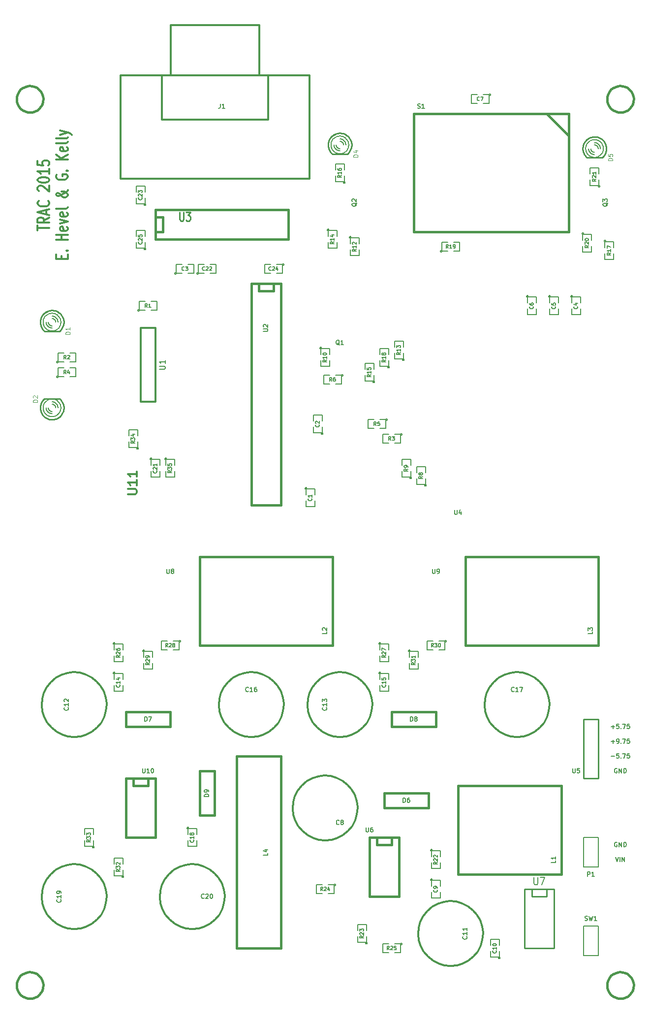
<source format=gto>
G04 (created by PCBNEW-RS274X (2011-05-25)-stable) date Sun 19 Apr 2015 11:47:36 PM CDT*
G01*
G70*
G90*
%MOIN*%
G04 Gerber Fmt 3.4, Leading zero omitted, Abs format*
%FSLAX34Y34*%
G04 APERTURE LIST*
%ADD10C,0.006000*%
%ADD11C,0.007500*%
%ADD12C,0.012000*%
%ADD13C,0.005000*%
%ADD14C,0.015000*%
%ADD15C,0.010000*%
%ADD16C,0.008000*%
%ADD17C,0.003500*%
%ADD18C,0.011300*%
G04 APERTURE END LIST*
G54D10*
G54D11*
X48772Y-65336D02*
X48743Y-65321D01*
X48700Y-65321D01*
X48657Y-65336D01*
X48629Y-65364D01*
X48614Y-65393D01*
X48600Y-65450D01*
X48600Y-65493D01*
X48614Y-65550D01*
X48629Y-65579D01*
X48657Y-65607D01*
X48700Y-65621D01*
X48729Y-65621D01*
X48772Y-65607D01*
X48786Y-65593D01*
X48786Y-65493D01*
X48729Y-65493D01*
X48914Y-65621D02*
X48914Y-65321D01*
X49086Y-65621D01*
X49086Y-65321D01*
X49228Y-65621D02*
X49228Y-65321D01*
X49300Y-65321D01*
X49343Y-65336D01*
X49371Y-65364D01*
X49386Y-65393D01*
X49400Y-65450D01*
X49400Y-65493D01*
X49386Y-65550D01*
X49371Y-65579D01*
X49343Y-65607D01*
X49300Y-65621D01*
X49228Y-65621D01*
X48672Y-66321D02*
X48772Y-66621D01*
X48872Y-66321D01*
X48971Y-66621D02*
X48971Y-66321D01*
X49114Y-66621D02*
X49114Y-66321D01*
X49286Y-66621D01*
X49286Y-66321D01*
X48772Y-60336D02*
X48743Y-60321D01*
X48700Y-60321D01*
X48657Y-60336D01*
X48629Y-60364D01*
X48614Y-60393D01*
X48600Y-60450D01*
X48600Y-60493D01*
X48614Y-60550D01*
X48629Y-60579D01*
X48657Y-60607D01*
X48700Y-60621D01*
X48729Y-60621D01*
X48772Y-60607D01*
X48786Y-60593D01*
X48786Y-60493D01*
X48729Y-60493D01*
X48914Y-60621D02*
X48914Y-60321D01*
X49086Y-60621D01*
X49086Y-60321D01*
X49228Y-60621D02*
X49228Y-60321D01*
X49300Y-60321D01*
X49343Y-60336D01*
X49371Y-60364D01*
X49386Y-60393D01*
X49400Y-60450D01*
X49400Y-60493D01*
X49386Y-60550D01*
X49371Y-60579D01*
X49343Y-60607D01*
X49300Y-60621D01*
X49228Y-60621D01*
X48385Y-59507D02*
X48614Y-59507D01*
X48899Y-59321D02*
X48756Y-59321D01*
X48742Y-59464D01*
X48756Y-59450D01*
X48785Y-59436D01*
X48856Y-59436D01*
X48885Y-59450D01*
X48899Y-59464D01*
X48914Y-59493D01*
X48914Y-59564D01*
X48899Y-59593D01*
X48885Y-59607D01*
X48856Y-59621D01*
X48785Y-59621D01*
X48756Y-59607D01*
X48742Y-59593D01*
X49042Y-59593D02*
X49057Y-59607D01*
X49042Y-59621D01*
X49028Y-59607D01*
X49042Y-59593D01*
X49042Y-59621D01*
X49157Y-59321D02*
X49357Y-59321D01*
X49228Y-59621D01*
X49614Y-59321D02*
X49471Y-59321D01*
X49457Y-59464D01*
X49471Y-59450D01*
X49500Y-59436D01*
X49571Y-59436D01*
X49600Y-59450D01*
X49614Y-59464D01*
X49629Y-59493D01*
X49629Y-59564D01*
X49614Y-59593D01*
X49600Y-59607D01*
X49571Y-59621D01*
X49500Y-59621D01*
X49471Y-59607D01*
X49457Y-59593D01*
X48385Y-58507D02*
X48614Y-58507D01*
X48500Y-58621D02*
X48500Y-58393D01*
X48771Y-58621D02*
X48828Y-58621D01*
X48856Y-58607D01*
X48871Y-58593D01*
X48899Y-58550D01*
X48914Y-58493D01*
X48914Y-58379D01*
X48899Y-58350D01*
X48885Y-58336D01*
X48856Y-58321D01*
X48799Y-58321D01*
X48771Y-58336D01*
X48756Y-58350D01*
X48742Y-58379D01*
X48742Y-58450D01*
X48756Y-58479D01*
X48771Y-58493D01*
X48799Y-58507D01*
X48856Y-58507D01*
X48885Y-58493D01*
X48899Y-58479D01*
X48914Y-58450D01*
X49042Y-58593D02*
X49057Y-58607D01*
X49042Y-58621D01*
X49028Y-58607D01*
X49042Y-58593D01*
X49042Y-58621D01*
X49157Y-58321D02*
X49357Y-58321D01*
X49228Y-58621D01*
X49614Y-58321D02*
X49471Y-58321D01*
X49457Y-58464D01*
X49471Y-58450D01*
X49500Y-58436D01*
X49571Y-58436D01*
X49600Y-58450D01*
X49614Y-58464D01*
X49629Y-58493D01*
X49629Y-58564D01*
X49614Y-58593D01*
X49600Y-58607D01*
X49571Y-58621D01*
X49500Y-58621D01*
X49471Y-58607D01*
X49457Y-58593D01*
X48385Y-57507D02*
X48614Y-57507D01*
X48500Y-57621D02*
X48500Y-57393D01*
X48899Y-57321D02*
X48756Y-57321D01*
X48742Y-57464D01*
X48756Y-57450D01*
X48785Y-57436D01*
X48856Y-57436D01*
X48885Y-57450D01*
X48899Y-57464D01*
X48914Y-57493D01*
X48914Y-57564D01*
X48899Y-57593D01*
X48885Y-57607D01*
X48856Y-57621D01*
X48785Y-57621D01*
X48756Y-57607D01*
X48742Y-57593D01*
X49042Y-57593D02*
X49057Y-57607D01*
X49042Y-57621D01*
X49028Y-57607D01*
X49042Y-57593D01*
X49042Y-57621D01*
X49157Y-57321D02*
X49357Y-57321D01*
X49228Y-57621D01*
X49614Y-57321D02*
X49471Y-57321D01*
X49457Y-57464D01*
X49471Y-57450D01*
X49500Y-57436D01*
X49571Y-57436D01*
X49600Y-57450D01*
X49614Y-57464D01*
X49629Y-57493D01*
X49629Y-57564D01*
X49614Y-57593D01*
X49600Y-57607D01*
X49571Y-57621D01*
X49500Y-57621D01*
X49471Y-57607D01*
X49457Y-57593D01*
G54D12*
X09524Y-23899D02*
X09524Y-23556D01*
X10324Y-23727D02*
X09524Y-23727D01*
X10324Y-23013D02*
X09943Y-23213D01*
X10324Y-23356D02*
X09524Y-23356D01*
X09524Y-23128D01*
X09562Y-23070D01*
X09600Y-23042D01*
X09676Y-23013D01*
X09790Y-23013D01*
X09867Y-23042D01*
X09905Y-23070D01*
X09943Y-23128D01*
X09943Y-23356D01*
X10095Y-22785D02*
X10095Y-22499D01*
X10324Y-22842D02*
X09524Y-22642D01*
X10324Y-22442D01*
X10248Y-21899D02*
X10286Y-21928D01*
X10324Y-22014D01*
X10324Y-22071D01*
X10286Y-22156D01*
X10210Y-22214D01*
X10133Y-22242D01*
X09981Y-22271D01*
X09867Y-22271D01*
X09714Y-22242D01*
X09638Y-22214D01*
X09562Y-22156D01*
X09524Y-22071D01*
X09524Y-22014D01*
X09562Y-21928D01*
X09600Y-21899D01*
X09600Y-21214D02*
X09562Y-21185D01*
X09524Y-21128D01*
X09524Y-20985D01*
X09562Y-20928D01*
X09600Y-20899D01*
X09676Y-20871D01*
X09752Y-20871D01*
X09867Y-20899D01*
X10324Y-21242D01*
X10324Y-20871D01*
X09524Y-20500D02*
X09524Y-20443D01*
X09562Y-20386D01*
X09600Y-20357D01*
X09676Y-20328D01*
X09829Y-20300D01*
X10019Y-20300D01*
X10171Y-20328D01*
X10248Y-20357D01*
X10286Y-20386D01*
X10324Y-20443D01*
X10324Y-20500D01*
X10286Y-20557D01*
X10248Y-20586D01*
X10171Y-20614D01*
X10019Y-20643D01*
X09829Y-20643D01*
X09676Y-20614D01*
X09600Y-20586D01*
X09562Y-20557D01*
X09524Y-20500D01*
X10324Y-19729D02*
X10324Y-20072D01*
X10324Y-19900D02*
X09524Y-19900D01*
X09638Y-19957D01*
X09714Y-20015D01*
X09752Y-20072D01*
X09524Y-19186D02*
X09524Y-19472D01*
X09905Y-19501D01*
X09867Y-19472D01*
X09829Y-19415D01*
X09829Y-19272D01*
X09867Y-19215D01*
X09905Y-19186D01*
X09981Y-19158D01*
X10171Y-19158D01*
X10248Y-19186D01*
X10286Y-19215D01*
X10324Y-19272D01*
X10324Y-19415D01*
X10286Y-19472D01*
X10248Y-19501D01*
X11145Y-25813D02*
X11145Y-25613D01*
X11564Y-25527D02*
X11564Y-25813D01*
X10764Y-25813D01*
X10764Y-25527D01*
X11488Y-25270D02*
X11526Y-25242D01*
X11564Y-25270D01*
X11526Y-25299D01*
X11488Y-25270D01*
X11564Y-25270D01*
X11564Y-24527D02*
X10764Y-24527D01*
X11145Y-24527D02*
X11145Y-24184D01*
X11564Y-24184D02*
X10764Y-24184D01*
X11526Y-23670D02*
X11564Y-23727D01*
X11564Y-23841D01*
X11526Y-23898D01*
X11450Y-23927D01*
X11145Y-23927D01*
X11069Y-23898D01*
X11030Y-23841D01*
X11030Y-23727D01*
X11069Y-23670D01*
X11145Y-23641D01*
X11221Y-23641D01*
X11297Y-23927D01*
X11030Y-23441D02*
X11564Y-23298D01*
X11030Y-23156D01*
X11526Y-22699D02*
X11564Y-22756D01*
X11564Y-22870D01*
X11526Y-22927D01*
X11450Y-22956D01*
X11145Y-22956D01*
X11069Y-22927D01*
X11030Y-22870D01*
X11030Y-22756D01*
X11069Y-22699D01*
X11145Y-22670D01*
X11221Y-22670D01*
X11297Y-22956D01*
X11564Y-22327D02*
X11526Y-22385D01*
X11450Y-22413D01*
X10764Y-22413D01*
X11564Y-21156D02*
X11564Y-21185D01*
X11526Y-21242D01*
X11411Y-21328D01*
X11183Y-21471D01*
X11069Y-21528D01*
X10954Y-21556D01*
X10878Y-21556D01*
X10802Y-21528D01*
X10764Y-21471D01*
X10764Y-21442D01*
X10802Y-21385D01*
X10878Y-21356D01*
X10916Y-21356D01*
X10992Y-21385D01*
X11030Y-21414D01*
X11183Y-21585D01*
X11221Y-21614D01*
X11297Y-21642D01*
X11411Y-21642D01*
X11488Y-21614D01*
X11526Y-21585D01*
X11564Y-21528D01*
X11564Y-21442D01*
X11526Y-21385D01*
X11488Y-21356D01*
X11335Y-21271D01*
X11221Y-21242D01*
X11145Y-21242D01*
X10802Y-20128D02*
X10764Y-20185D01*
X10764Y-20271D01*
X10802Y-20356D01*
X10878Y-20414D01*
X10954Y-20442D01*
X11107Y-20471D01*
X11221Y-20471D01*
X11373Y-20442D01*
X11450Y-20414D01*
X11526Y-20356D01*
X11564Y-20271D01*
X11564Y-20214D01*
X11526Y-20128D01*
X11488Y-20099D01*
X11221Y-20099D01*
X11221Y-20214D01*
X11488Y-19842D02*
X11526Y-19814D01*
X11564Y-19842D01*
X11526Y-19871D01*
X11488Y-19842D01*
X11564Y-19842D01*
X11564Y-19099D02*
X10764Y-19099D01*
X11564Y-18756D02*
X11107Y-19013D01*
X10764Y-18756D02*
X11221Y-19099D01*
X11526Y-18271D02*
X11564Y-18328D01*
X11564Y-18442D01*
X11526Y-18499D01*
X11450Y-18528D01*
X11145Y-18528D01*
X11069Y-18499D01*
X11030Y-18442D01*
X11030Y-18328D01*
X11069Y-18271D01*
X11145Y-18242D01*
X11221Y-18242D01*
X11297Y-18528D01*
X11564Y-17899D02*
X11526Y-17957D01*
X11450Y-17985D01*
X10764Y-17985D01*
X11564Y-17585D02*
X11526Y-17643D01*
X11450Y-17671D01*
X10764Y-17671D01*
X11030Y-17414D02*
X11564Y-17271D01*
X11030Y-17129D02*
X11564Y-17271D01*
X11754Y-17329D01*
X11792Y-17357D01*
X11830Y-17414D01*
G54D13*
X30350Y-20650D02*
X30349Y-20659D01*
X30346Y-20669D01*
X30341Y-20677D01*
X30335Y-20685D01*
X30327Y-20691D01*
X30319Y-20696D01*
X30310Y-20698D01*
X30300Y-20699D01*
X30291Y-20699D01*
X30282Y-20696D01*
X30273Y-20691D01*
X30266Y-20685D01*
X30259Y-20678D01*
X30255Y-20669D01*
X30252Y-20660D01*
X30251Y-20650D01*
X30251Y-20641D01*
X30254Y-20632D01*
X30258Y-20623D01*
X30265Y-20616D01*
X30272Y-20609D01*
X30280Y-20605D01*
X30290Y-20602D01*
X30299Y-20601D01*
X30308Y-20601D01*
X30318Y-20604D01*
X30326Y-20608D01*
X30334Y-20614D01*
X30340Y-20622D01*
X30345Y-20630D01*
X30348Y-20639D01*
X30349Y-20649D01*
X30350Y-20650D01*
X30300Y-20200D02*
X30300Y-20600D01*
X30300Y-20600D02*
X29700Y-20600D01*
X29700Y-20600D02*
X29700Y-20200D01*
X29700Y-19800D02*
X29700Y-19400D01*
X29700Y-19400D02*
X30300Y-19400D01*
X30300Y-19400D02*
X30300Y-19800D01*
X32350Y-34150D02*
X32349Y-34159D01*
X32346Y-34169D01*
X32341Y-34177D01*
X32335Y-34185D01*
X32327Y-34191D01*
X32319Y-34196D01*
X32310Y-34198D01*
X32300Y-34199D01*
X32291Y-34199D01*
X32282Y-34196D01*
X32273Y-34191D01*
X32266Y-34185D01*
X32259Y-34178D01*
X32255Y-34169D01*
X32252Y-34160D01*
X32251Y-34150D01*
X32251Y-34141D01*
X32254Y-34132D01*
X32258Y-34123D01*
X32265Y-34116D01*
X32272Y-34109D01*
X32280Y-34105D01*
X32290Y-34102D01*
X32299Y-34101D01*
X32308Y-34101D01*
X32318Y-34104D01*
X32326Y-34108D01*
X32334Y-34114D01*
X32340Y-34122D01*
X32345Y-34130D01*
X32348Y-34139D01*
X32349Y-34149D01*
X32350Y-34150D01*
X32300Y-33700D02*
X32300Y-34100D01*
X32300Y-34100D02*
X31700Y-34100D01*
X31700Y-34100D02*
X31700Y-33700D01*
X31700Y-33300D02*
X31700Y-32900D01*
X31700Y-32900D02*
X32300Y-32900D01*
X32300Y-32900D02*
X32300Y-33300D01*
X29250Y-23850D02*
X29249Y-23859D01*
X29246Y-23869D01*
X29241Y-23877D01*
X29235Y-23885D01*
X29227Y-23891D01*
X29219Y-23896D01*
X29210Y-23898D01*
X29200Y-23899D01*
X29191Y-23899D01*
X29182Y-23896D01*
X29173Y-23891D01*
X29166Y-23885D01*
X29159Y-23878D01*
X29155Y-23869D01*
X29152Y-23860D01*
X29151Y-23850D01*
X29151Y-23841D01*
X29154Y-23832D01*
X29158Y-23823D01*
X29165Y-23816D01*
X29172Y-23809D01*
X29180Y-23805D01*
X29190Y-23802D01*
X29199Y-23801D01*
X29208Y-23801D01*
X29218Y-23804D01*
X29226Y-23808D01*
X29234Y-23814D01*
X29240Y-23822D01*
X29245Y-23830D01*
X29248Y-23839D01*
X29249Y-23849D01*
X29250Y-23850D01*
X29200Y-24300D02*
X29200Y-23900D01*
X29200Y-23900D02*
X29800Y-23900D01*
X29800Y-23900D02*
X29800Y-24300D01*
X29800Y-24700D02*
X29800Y-25100D01*
X29800Y-25100D02*
X29200Y-25100D01*
X29200Y-25100D02*
X29200Y-24700D01*
X34350Y-32650D02*
X34349Y-32659D01*
X34346Y-32669D01*
X34341Y-32677D01*
X34335Y-32685D01*
X34327Y-32691D01*
X34319Y-32696D01*
X34310Y-32698D01*
X34300Y-32699D01*
X34291Y-32699D01*
X34282Y-32696D01*
X34273Y-32691D01*
X34266Y-32685D01*
X34259Y-32678D01*
X34255Y-32669D01*
X34252Y-32660D01*
X34251Y-32650D01*
X34251Y-32641D01*
X34254Y-32632D01*
X34258Y-32623D01*
X34265Y-32616D01*
X34272Y-32609D01*
X34280Y-32605D01*
X34290Y-32602D01*
X34299Y-32601D01*
X34308Y-32601D01*
X34318Y-32604D01*
X34326Y-32608D01*
X34334Y-32614D01*
X34340Y-32622D01*
X34345Y-32630D01*
X34348Y-32639D01*
X34349Y-32649D01*
X34350Y-32650D01*
X34300Y-32200D02*
X34300Y-32600D01*
X34300Y-32600D02*
X33700Y-32600D01*
X33700Y-32600D02*
X33700Y-32200D01*
X33700Y-31800D02*
X33700Y-31400D01*
X33700Y-31400D02*
X34300Y-31400D01*
X34300Y-31400D02*
X34300Y-31800D01*
X30750Y-24350D02*
X30749Y-24359D01*
X30746Y-24369D01*
X30741Y-24377D01*
X30735Y-24385D01*
X30727Y-24391D01*
X30719Y-24396D01*
X30710Y-24398D01*
X30700Y-24399D01*
X30691Y-24399D01*
X30682Y-24396D01*
X30673Y-24391D01*
X30666Y-24385D01*
X30659Y-24378D01*
X30655Y-24369D01*
X30652Y-24360D01*
X30651Y-24350D01*
X30651Y-24341D01*
X30654Y-24332D01*
X30658Y-24323D01*
X30665Y-24316D01*
X30672Y-24309D01*
X30680Y-24305D01*
X30690Y-24302D01*
X30699Y-24301D01*
X30708Y-24301D01*
X30718Y-24304D01*
X30726Y-24308D01*
X30734Y-24314D01*
X30740Y-24322D01*
X30745Y-24330D01*
X30748Y-24339D01*
X30749Y-24349D01*
X30750Y-24350D01*
X30700Y-24800D02*
X30700Y-24400D01*
X30700Y-24400D02*
X31300Y-24400D01*
X31300Y-24400D02*
X31300Y-24800D01*
X31300Y-25200D02*
X31300Y-25600D01*
X31300Y-25600D02*
X30700Y-25600D01*
X30700Y-25600D02*
X30700Y-25200D01*
X28750Y-31850D02*
X28749Y-31859D01*
X28746Y-31869D01*
X28741Y-31877D01*
X28735Y-31885D01*
X28727Y-31891D01*
X28719Y-31896D01*
X28710Y-31898D01*
X28700Y-31899D01*
X28691Y-31899D01*
X28682Y-31896D01*
X28673Y-31891D01*
X28666Y-31885D01*
X28659Y-31878D01*
X28655Y-31869D01*
X28652Y-31860D01*
X28651Y-31850D01*
X28651Y-31841D01*
X28654Y-31832D01*
X28658Y-31823D01*
X28665Y-31816D01*
X28672Y-31809D01*
X28680Y-31805D01*
X28690Y-31802D01*
X28699Y-31801D01*
X28708Y-31801D01*
X28718Y-31804D01*
X28726Y-31808D01*
X28734Y-31814D01*
X28740Y-31822D01*
X28745Y-31830D01*
X28748Y-31839D01*
X28749Y-31849D01*
X28750Y-31850D01*
X28700Y-32300D02*
X28700Y-31900D01*
X28700Y-31900D02*
X29300Y-31900D01*
X29300Y-31900D02*
X29300Y-32300D01*
X29300Y-32700D02*
X29300Y-33100D01*
X29300Y-33100D02*
X28700Y-33100D01*
X28700Y-33100D02*
X28700Y-32700D01*
X34850Y-40650D02*
X34849Y-40659D01*
X34846Y-40669D01*
X34841Y-40677D01*
X34835Y-40685D01*
X34827Y-40691D01*
X34819Y-40696D01*
X34810Y-40698D01*
X34800Y-40699D01*
X34791Y-40699D01*
X34782Y-40696D01*
X34773Y-40691D01*
X34766Y-40685D01*
X34759Y-40678D01*
X34755Y-40669D01*
X34752Y-40660D01*
X34751Y-40650D01*
X34751Y-40641D01*
X34754Y-40632D01*
X34758Y-40623D01*
X34765Y-40616D01*
X34772Y-40609D01*
X34780Y-40605D01*
X34790Y-40602D01*
X34799Y-40601D01*
X34808Y-40601D01*
X34818Y-40604D01*
X34826Y-40608D01*
X34834Y-40614D01*
X34840Y-40622D01*
X34845Y-40630D01*
X34848Y-40639D01*
X34849Y-40649D01*
X34850Y-40650D01*
X34800Y-40200D02*
X34800Y-40600D01*
X34800Y-40600D02*
X34200Y-40600D01*
X34200Y-40600D02*
X34200Y-40200D01*
X34200Y-39800D02*
X34200Y-39400D01*
X34200Y-39400D02*
X34800Y-39400D01*
X34800Y-39400D02*
X34800Y-39800D01*
X35850Y-41150D02*
X35849Y-41159D01*
X35846Y-41169D01*
X35841Y-41177D01*
X35835Y-41185D01*
X35827Y-41191D01*
X35819Y-41196D01*
X35810Y-41198D01*
X35800Y-41199D01*
X35791Y-41199D01*
X35782Y-41196D01*
X35773Y-41191D01*
X35766Y-41185D01*
X35759Y-41178D01*
X35755Y-41169D01*
X35752Y-41160D01*
X35751Y-41150D01*
X35751Y-41141D01*
X35754Y-41132D01*
X35758Y-41123D01*
X35765Y-41116D01*
X35772Y-41109D01*
X35780Y-41105D01*
X35790Y-41102D01*
X35799Y-41101D01*
X35808Y-41101D01*
X35818Y-41104D01*
X35826Y-41108D01*
X35834Y-41114D01*
X35840Y-41122D01*
X35845Y-41130D01*
X35848Y-41139D01*
X35849Y-41149D01*
X35850Y-41150D01*
X35800Y-40700D02*
X35800Y-41100D01*
X35800Y-41100D02*
X35200Y-41100D01*
X35200Y-41100D02*
X35200Y-40700D01*
X35200Y-40300D02*
X35200Y-39900D01*
X35200Y-39900D02*
X35800Y-39900D01*
X35800Y-39900D02*
X35800Y-40300D01*
X33350Y-33150D02*
X33349Y-33159D01*
X33346Y-33169D01*
X33341Y-33177D01*
X33335Y-33185D01*
X33327Y-33191D01*
X33319Y-33196D01*
X33310Y-33198D01*
X33300Y-33199D01*
X33291Y-33199D01*
X33282Y-33196D01*
X33273Y-33191D01*
X33266Y-33185D01*
X33259Y-33178D01*
X33255Y-33169D01*
X33252Y-33160D01*
X33251Y-33150D01*
X33251Y-33141D01*
X33254Y-33132D01*
X33258Y-33123D01*
X33265Y-33116D01*
X33272Y-33109D01*
X33280Y-33105D01*
X33290Y-33102D01*
X33299Y-33101D01*
X33308Y-33101D01*
X33318Y-33104D01*
X33326Y-33108D01*
X33334Y-33114D01*
X33340Y-33122D01*
X33345Y-33130D01*
X33348Y-33139D01*
X33349Y-33149D01*
X33350Y-33150D01*
X33300Y-32700D02*
X33300Y-33100D01*
X33300Y-33100D02*
X32700Y-33100D01*
X32700Y-33100D02*
X32700Y-32700D01*
X32700Y-32300D02*
X32700Y-31900D01*
X32700Y-31900D02*
X33300Y-31900D01*
X33300Y-31900D02*
X33300Y-32300D01*
X30200Y-33700D02*
X30199Y-33709D01*
X30196Y-33719D01*
X30191Y-33727D01*
X30185Y-33735D01*
X30177Y-33741D01*
X30169Y-33746D01*
X30160Y-33748D01*
X30150Y-33749D01*
X30141Y-33749D01*
X30132Y-33746D01*
X30123Y-33741D01*
X30116Y-33735D01*
X30109Y-33728D01*
X30105Y-33719D01*
X30102Y-33710D01*
X30101Y-33700D01*
X30101Y-33691D01*
X30104Y-33682D01*
X30108Y-33673D01*
X30115Y-33666D01*
X30122Y-33659D01*
X30130Y-33655D01*
X30140Y-33652D01*
X30149Y-33651D01*
X30158Y-33651D01*
X30168Y-33654D01*
X30176Y-33658D01*
X30184Y-33664D01*
X30190Y-33672D01*
X30195Y-33680D01*
X30198Y-33689D01*
X30199Y-33699D01*
X30200Y-33700D01*
X29700Y-33700D02*
X30100Y-33700D01*
X30100Y-33700D02*
X30100Y-34300D01*
X30100Y-34300D02*
X29700Y-34300D01*
X29300Y-34300D02*
X28900Y-34300D01*
X28900Y-34300D02*
X28900Y-33700D01*
X28900Y-33700D02*
X29300Y-33700D01*
X33200Y-36700D02*
X33199Y-36709D01*
X33196Y-36719D01*
X33191Y-36727D01*
X33185Y-36735D01*
X33177Y-36741D01*
X33169Y-36746D01*
X33160Y-36748D01*
X33150Y-36749D01*
X33141Y-36749D01*
X33132Y-36746D01*
X33123Y-36741D01*
X33116Y-36735D01*
X33109Y-36728D01*
X33105Y-36719D01*
X33102Y-36710D01*
X33101Y-36700D01*
X33101Y-36691D01*
X33104Y-36682D01*
X33108Y-36673D01*
X33115Y-36666D01*
X33122Y-36659D01*
X33130Y-36655D01*
X33140Y-36652D01*
X33149Y-36651D01*
X33158Y-36651D01*
X33168Y-36654D01*
X33176Y-36658D01*
X33184Y-36664D01*
X33190Y-36672D01*
X33195Y-36680D01*
X33198Y-36689D01*
X33199Y-36699D01*
X33200Y-36700D01*
X32700Y-36700D02*
X33100Y-36700D01*
X33100Y-36700D02*
X33100Y-37300D01*
X33100Y-37300D02*
X32700Y-37300D01*
X32300Y-37300D02*
X31900Y-37300D01*
X31900Y-37300D02*
X31900Y-36700D01*
X31900Y-36700D02*
X32300Y-36700D01*
X10900Y-33800D02*
X10899Y-33809D01*
X10896Y-33819D01*
X10891Y-33827D01*
X10885Y-33835D01*
X10877Y-33841D01*
X10869Y-33846D01*
X10860Y-33848D01*
X10850Y-33849D01*
X10841Y-33849D01*
X10832Y-33846D01*
X10823Y-33841D01*
X10816Y-33835D01*
X10809Y-33828D01*
X10805Y-33819D01*
X10802Y-33810D01*
X10801Y-33800D01*
X10801Y-33791D01*
X10804Y-33782D01*
X10808Y-33773D01*
X10815Y-33766D01*
X10822Y-33759D01*
X10830Y-33755D01*
X10840Y-33752D01*
X10849Y-33751D01*
X10858Y-33751D01*
X10868Y-33754D01*
X10876Y-33758D01*
X10884Y-33764D01*
X10890Y-33772D01*
X10895Y-33780D01*
X10898Y-33789D01*
X10899Y-33799D01*
X10900Y-33800D01*
X11300Y-33800D02*
X10900Y-33800D01*
X10900Y-33800D02*
X10900Y-33200D01*
X10900Y-33200D02*
X11300Y-33200D01*
X11700Y-33200D02*
X12100Y-33200D01*
X12100Y-33200D02*
X12100Y-33800D01*
X12100Y-33800D02*
X11700Y-33800D01*
X34200Y-37700D02*
X34199Y-37709D01*
X34196Y-37719D01*
X34191Y-37727D01*
X34185Y-37735D01*
X34177Y-37741D01*
X34169Y-37746D01*
X34160Y-37748D01*
X34150Y-37749D01*
X34141Y-37749D01*
X34132Y-37746D01*
X34123Y-37741D01*
X34116Y-37735D01*
X34109Y-37728D01*
X34105Y-37719D01*
X34102Y-37710D01*
X34101Y-37700D01*
X34101Y-37691D01*
X34104Y-37682D01*
X34108Y-37673D01*
X34115Y-37666D01*
X34122Y-37659D01*
X34130Y-37655D01*
X34140Y-37652D01*
X34149Y-37651D01*
X34158Y-37651D01*
X34168Y-37654D01*
X34176Y-37658D01*
X34184Y-37664D01*
X34190Y-37672D01*
X34195Y-37680D01*
X34198Y-37689D01*
X34199Y-37699D01*
X34200Y-37700D01*
X33700Y-37700D02*
X34100Y-37700D01*
X34100Y-37700D02*
X34100Y-38300D01*
X34100Y-38300D02*
X33700Y-38300D01*
X33300Y-38300D02*
X32900Y-38300D01*
X32900Y-38300D02*
X32900Y-37700D01*
X32900Y-37700D02*
X33300Y-37700D01*
X14750Y-51850D02*
X14749Y-51859D01*
X14746Y-51869D01*
X14741Y-51877D01*
X14735Y-51885D01*
X14727Y-51891D01*
X14719Y-51896D01*
X14710Y-51898D01*
X14700Y-51899D01*
X14691Y-51899D01*
X14682Y-51896D01*
X14673Y-51891D01*
X14666Y-51885D01*
X14659Y-51878D01*
X14655Y-51869D01*
X14652Y-51860D01*
X14651Y-51850D01*
X14651Y-51841D01*
X14654Y-51832D01*
X14658Y-51823D01*
X14665Y-51816D01*
X14672Y-51809D01*
X14680Y-51805D01*
X14690Y-51802D01*
X14699Y-51801D01*
X14708Y-51801D01*
X14718Y-51804D01*
X14726Y-51808D01*
X14734Y-51814D01*
X14740Y-51822D01*
X14745Y-51830D01*
X14748Y-51839D01*
X14749Y-51849D01*
X14750Y-51850D01*
X14700Y-52300D02*
X14700Y-51900D01*
X14700Y-51900D02*
X15300Y-51900D01*
X15300Y-51900D02*
X15300Y-52300D01*
X15300Y-52700D02*
X15300Y-53100D01*
X15300Y-53100D02*
X14700Y-53100D01*
X14700Y-53100D02*
X14700Y-52700D01*
X18250Y-39350D02*
X18249Y-39359D01*
X18246Y-39369D01*
X18241Y-39377D01*
X18235Y-39385D01*
X18227Y-39391D01*
X18219Y-39396D01*
X18210Y-39398D01*
X18200Y-39399D01*
X18191Y-39399D01*
X18182Y-39396D01*
X18173Y-39391D01*
X18166Y-39385D01*
X18159Y-39378D01*
X18155Y-39369D01*
X18152Y-39360D01*
X18151Y-39350D01*
X18151Y-39341D01*
X18154Y-39332D01*
X18158Y-39323D01*
X18165Y-39316D01*
X18172Y-39309D01*
X18180Y-39305D01*
X18190Y-39302D01*
X18199Y-39301D01*
X18208Y-39301D01*
X18218Y-39304D01*
X18226Y-39308D01*
X18234Y-39314D01*
X18240Y-39322D01*
X18245Y-39330D01*
X18248Y-39339D01*
X18249Y-39349D01*
X18250Y-39350D01*
X18200Y-39800D02*
X18200Y-39400D01*
X18200Y-39400D02*
X18800Y-39400D01*
X18800Y-39400D02*
X18800Y-39800D01*
X18800Y-40200D02*
X18800Y-40600D01*
X18800Y-40600D02*
X18200Y-40600D01*
X18200Y-40600D02*
X18200Y-40200D01*
X16350Y-38650D02*
X16349Y-38659D01*
X16346Y-38669D01*
X16341Y-38677D01*
X16335Y-38685D01*
X16327Y-38691D01*
X16319Y-38696D01*
X16310Y-38698D01*
X16300Y-38699D01*
X16291Y-38699D01*
X16282Y-38696D01*
X16273Y-38691D01*
X16266Y-38685D01*
X16259Y-38678D01*
X16255Y-38669D01*
X16252Y-38660D01*
X16251Y-38650D01*
X16251Y-38641D01*
X16254Y-38632D01*
X16258Y-38623D01*
X16265Y-38616D01*
X16272Y-38609D01*
X16280Y-38605D01*
X16290Y-38602D01*
X16299Y-38601D01*
X16308Y-38601D01*
X16318Y-38604D01*
X16326Y-38608D01*
X16334Y-38614D01*
X16340Y-38622D01*
X16345Y-38630D01*
X16348Y-38639D01*
X16349Y-38649D01*
X16350Y-38650D01*
X16300Y-38200D02*
X16300Y-38600D01*
X16300Y-38600D02*
X15700Y-38600D01*
X15700Y-38600D02*
X15700Y-38200D01*
X15700Y-37800D02*
X15700Y-37400D01*
X15700Y-37400D02*
X16300Y-37400D01*
X16300Y-37400D02*
X16300Y-37800D01*
X13350Y-65650D02*
X13349Y-65659D01*
X13346Y-65669D01*
X13341Y-65677D01*
X13335Y-65685D01*
X13327Y-65691D01*
X13319Y-65696D01*
X13310Y-65698D01*
X13300Y-65699D01*
X13291Y-65699D01*
X13282Y-65696D01*
X13273Y-65691D01*
X13266Y-65685D01*
X13259Y-65678D01*
X13255Y-65669D01*
X13252Y-65660D01*
X13251Y-65650D01*
X13251Y-65641D01*
X13254Y-65632D01*
X13258Y-65623D01*
X13265Y-65616D01*
X13272Y-65609D01*
X13280Y-65605D01*
X13290Y-65602D01*
X13299Y-65601D01*
X13308Y-65601D01*
X13318Y-65604D01*
X13326Y-65608D01*
X13334Y-65614D01*
X13340Y-65622D01*
X13345Y-65630D01*
X13348Y-65639D01*
X13349Y-65649D01*
X13350Y-65650D01*
X13300Y-65200D02*
X13300Y-65600D01*
X13300Y-65600D02*
X12700Y-65600D01*
X12700Y-65600D02*
X12700Y-65200D01*
X12700Y-64800D02*
X12700Y-64400D01*
X12700Y-64400D02*
X13300Y-64400D01*
X13300Y-64400D02*
X13300Y-64800D01*
X15350Y-67650D02*
X15349Y-67659D01*
X15346Y-67669D01*
X15341Y-67677D01*
X15335Y-67685D01*
X15327Y-67691D01*
X15319Y-67696D01*
X15310Y-67698D01*
X15300Y-67699D01*
X15291Y-67699D01*
X15282Y-67696D01*
X15273Y-67691D01*
X15266Y-67685D01*
X15259Y-67678D01*
X15255Y-67669D01*
X15252Y-67660D01*
X15251Y-67650D01*
X15251Y-67641D01*
X15254Y-67632D01*
X15258Y-67623D01*
X15265Y-67616D01*
X15272Y-67609D01*
X15280Y-67605D01*
X15290Y-67602D01*
X15299Y-67601D01*
X15308Y-67601D01*
X15318Y-67604D01*
X15326Y-67608D01*
X15334Y-67614D01*
X15340Y-67622D01*
X15345Y-67630D01*
X15348Y-67639D01*
X15349Y-67649D01*
X15350Y-67650D01*
X15300Y-67200D02*
X15300Y-67600D01*
X15300Y-67600D02*
X14700Y-67600D01*
X14700Y-67600D02*
X14700Y-67200D01*
X14700Y-66800D02*
X14700Y-66400D01*
X14700Y-66400D02*
X15300Y-66400D01*
X15300Y-66400D02*
X15300Y-66800D01*
X34750Y-52350D02*
X34749Y-52359D01*
X34746Y-52369D01*
X34741Y-52377D01*
X34735Y-52385D01*
X34727Y-52391D01*
X34719Y-52396D01*
X34710Y-52398D01*
X34700Y-52399D01*
X34691Y-52399D01*
X34682Y-52396D01*
X34673Y-52391D01*
X34666Y-52385D01*
X34659Y-52378D01*
X34655Y-52369D01*
X34652Y-52360D01*
X34651Y-52350D01*
X34651Y-52341D01*
X34654Y-52332D01*
X34658Y-52323D01*
X34665Y-52316D01*
X34672Y-52309D01*
X34680Y-52305D01*
X34690Y-52302D01*
X34699Y-52301D01*
X34708Y-52301D01*
X34718Y-52304D01*
X34726Y-52308D01*
X34734Y-52314D01*
X34740Y-52322D01*
X34745Y-52330D01*
X34748Y-52339D01*
X34749Y-52349D01*
X34750Y-52350D01*
X34700Y-52800D02*
X34700Y-52400D01*
X34700Y-52400D02*
X35300Y-52400D01*
X35300Y-52400D02*
X35300Y-52800D01*
X35300Y-53200D02*
X35300Y-53600D01*
X35300Y-53600D02*
X34700Y-53600D01*
X34700Y-53600D02*
X34700Y-53200D01*
X37200Y-51700D02*
X37199Y-51709D01*
X37196Y-51719D01*
X37191Y-51727D01*
X37185Y-51735D01*
X37177Y-51741D01*
X37169Y-51746D01*
X37160Y-51748D01*
X37150Y-51749D01*
X37141Y-51749D01*
X37132Y-51746D01*
X37123Y-51741D01*
X37116Y-51735D01*
X37109Y-51728D01*
X37105Y-51719D01*
X37102Y-51710D01*
X37101Y-51700D01*
X37101Y-51691D01*
X37104Y-51682D01*
X37108Y-51673D01*
X37115Y-51666D01*
X37122Y-51659D01*
X37130Y-51655D01*
X37140Y-51652D01*
X37149Y-51651D01*
X37158Y-51651D01*
X37168Y-51654D01*
X37176Y-51658D01*
X37184Y-51664D01*
X37190Y-51672D01*
X37195Y-51680D01*
X37198Y-51689D01*
X37199Y-51699D01*
X37200Y-51700D01*
X36700Y-51700D02*
X37100Y-51700D01*
X37100Y-51700D02*
X37100Y-52300D01*
X37100Y-52300D02*
X36700Y-52300D01*
X36300Y-52300D02*
X35900Y-52300D01*
X35900Y-52300D02*
X35900Y-51700D01*
X35900Y-51700D02*
X36300Y-51700D01*
X16750Y-52350D02*
X16749Y-52359D01*
X16746Y-52369D01*
X16741Y-52377D01*
X16735Y-52385D01*
X16727Y-52391D01*
X16719Y-52396D01*
X16710Y-52398D01*
X16700Y-52399D01*
X16691Y-52399D01*
X16682Y-52396D01*
X16673Y-52391D01*
X16666Y-52385D01*
X16659Y-52378D01*
X16655Y-52369D01*
X16652Y-52360D01*
X16651Y-52350D01*
X16651Y-52341D01*
X16654Y-52332D01*
X16658Y-52323D01*
X16665Y-52316D01*
X16672Y-52309D01*
X16680Y-52305D01*
X16690Y-52302D01*
X16699Y-52301D01*
X16708Y-52301D01*
X16718Y-52304D01*
X16726Y-52308D01*
X16734Y-52314D01*
X16740Y-52322D01*
X16745Y-52330D01*
X16748Y-52339D01*
X16749Y-52349D01*
X16750Y-52350D01*
X16700Y-52800D02*
X16700Y-52400D01*
X16700Y-52400D02*
X17300Y-52400D01*
X17300Y-52400D02*
X17300Y-52800D01*
X17300Y-53200D02*
X17300Y-53600D01*
X17300Y-53600D02*
X16700Y-53600D01*
X16700Y-53600D02*
X16700Y-53200D01*
X19200Y-51700D02*
X19199Y-51709D01*
X19196Y-51719D01*
X19191Y-51727D01*
X19185Y-51735D01*
X19177Y-51741D01*
X19169Y-51746D01*
X19160Y-51748D01*
X19150Y-51749D01*
X19141Y-51749D01*
X19132Y-51746D01*
X19123Y-51741D01*
X19116Y-51735D01*
X19109Y-51728D01*
X19105Y-51719D01*
X19102Y-51710D01*
X19101Y-51700D01*
X19101Y-51691D01*
X19104Y-51682D01*
X19108Y-51673D01*
X19115Y-51666D01*
X19122Y-51659D01*
X19130Y-51655D01*
X19140Y-51652D01*
X19149Y-51651D01*
X19158Y-51651D01*
X19168Y-51654D01*
X19176Y-51658D01*
X19184Y-51664D01*
X19190Y-51672D01*
X19195Y-51680D01*
X19198Y-51689D01*
X19199Y-51699D01*
X19200Y-51700D01*
X18700Y-51700D02*
X19100Y-51700D01*
X19100Y-51700D02*
X19100Y-52300D01*
X19100Y-52300D02*
X18700Y-52300D01*
X18300Y-52300D02*
X17900Y-52300D01*
X17900Y-52300D02*
X17900Y-51700D01*
X17900Y-51700D02*
X18300Y-51700D01*
X32750Y-51850D02*
X32749Y-51859D01*
X32746Y-51869D01*
X32741Y-51877D01*
X32735Y-51885D01*
X32727Y-51891D01*
X32719Y-51896D01*
X32710Y-51898D01*
X32700Y-51899D01*
X32691Y-51899D01*
X32682Y-51896D01*
X32673Y-51891D01*
X32666Y-51885D01*
X32659Y-51878D01*
X32655Y-51869D01*
X32652Y-51860D01*
X32651Y-51850D01*
X32651Y-51841D01*
X32654Y-51832D01*
X32658Y-51823D01*
X32665Y-51816D01*
X32672Y-51809D01*
X32680Y-51805D01*
X32690Y-51802D01*
X32699Y-51801D01*
X32708Y-51801D01*
X32718Y-51804D01*
X32726Y-51808D01*
X32734Y-51814D01*
X32740Y-51822D01*
X32745Y-51830D01*
X32748Y-51839D01*
X32749Y-51849D01*
X32750Y-51850D01*
X32700Y-52300D02*
X32700Y-51900D01*
X32700Y-51900D02*
X33300Y-51900D01*
X33300Y-51900D02*
X33300Y-52300D01*
X33300Y-52700D02*
X33300Y-53100D01*
X33300Y-53100D02*
X32700Y-53100D01*
X32700Y-53100D02*
X32700Y-52700D01*
X48000Y-24600D02*
X47999Y-24609D01*
X47996Y-24619D01*
X47991Y-24627D01*
X47985Y-24635D01*
X47977Y-24641D01*
X47969Y-24646D01*
X47960Y-24648D01*
X47950Y-24649D01*
X47941Y-24649D01*
X47932Y-24646D01*
X47923Y-24641D01*
X47916Y-24635D01*
X47909Y-24628D01*
X47905Y-24619D01*
X47902Y-24610D01*
X47901Y-24600D01*
X47901Y-24591D01*
X47904Y-24582D01*
X47908Y-24573D01*
X47915Y-24566D01*
X47922Y-24559D01*
X47930Y-24555D01*
X47940Y-24552D01*
X47949Y-24551D01*
X47958Y-24551D01*
X47968Y-24554D01*
X47976Y-24558D01*
X47984Y-24564D01*
X47990Y-24572D01*
X47995Y-24580D01*
X47998Y-24589D01*
X47999Y-24599D01*
X48000Y-24600D01*
X47950Y-25050D02*
X47950Y-24650D01*
X47950Y-24650D02*
X48550Y-24650D01*
X48550Y-24650D02*
X48550Y-25050D01*
X48550Y-25450D02*
X48550Y-25850D01*
X48550Y-25850D02*
X47950Y-25850D01*
X47950Y-25850D02*
X47950Y-25450D01*
X34200Y-72200D02*
X34199Y-72209D01*
X34196Y-72219D01*
X34191Y-72227D01*
X34185Y-72235D01*
X34177Y-72241D01*
X34169Y-72246D01*
X34160Y-72248D01*
X34150Y-72249D01*
X34141Y-72249D01*
X34132Y-72246D01*
X34123Y-72241D01*
X34116Y-72235D01*
X34109Y-72228D01*
X34105Y-72219D01*
X34102Y-72210D01*
X34101Y-72200D01*
X34101Y-72191D01*
X34104Y-72182D01*
X34108Y-72173D01*
X34115Y-72166D01*
X34122Y-72159D01*
X34130Y-72155D01*
X34140Y-72152D01*
X34149Y-72151D01*
X34158Y-72151D01*
X34168Y-72154D01*
X34176Y-72158D01*
X34184Y-72164D01*
X34190Y-72172D01*
X34195Y-72180D01*
X34198Y-72189D01*
X34199Y-72199D01*
X34200Y-72200D01*
X33700Y-72200D02*
X34100Y-72200D01*
X34100Y-72200D02*
X34100Y-72800D01*
X34100Y-72800D02*
X33700Y-72800D01*
X33300Y-72800D02*
X32900Y-72800D01*
X32900Y-72800D02*
X32900Y-72200D01*
X32900Y-72200D02*
X33300Y-72200D01*
X29700Y-68200D02*
X29699Y-68209D01*
X29696Y-68219D01*
X29691Y-68227D01*
X29685Y-68235D01*
X29677Y-68241D01*
X29669Y-68246D01*
X29660Y-68248D01*
X29650Y-68249D01*
X29641Y-68249D01*
X29632Y-68246D01*
X29623Y-68241D01*
X29616Y-68235D01*
X29609Y-68228D01*
X29605Y-68219D01*
X29602Y-68210D01*
X29601Y-68200D01*
X29601Y-68191D01*
X29604Y-68182D01*
X29608Y-68173D01*
X29615Y-68166D01*
X29622Y-68159D01*
X29630Y-68155D01*
X29640Y-68152D01*
X29649Y-68151D01*
X29658Y-68151D01*
X29668Y-68154D01*
X29676Y-68158D01*
X29684Y-68164D01*
X29690Y-68172D01*
X29695Y-68180D01*
X29698Y-68189D01*
X29699Y-68199D01*
X29700Y-68200D01*
X29200Y-68200D02*
X29600Y-68200D01*
X29600Y-68200D02*
X29600Y-68800D01*
X29600Y-68800D02*
X29200Y-68800D01*
X28800Y-68800D02*
X28400Y-68800D01*
X28400Y-68800D02*
X28400Y-68200D01*
X28400Y-68200D02*
X28800Y-68200D01*
X31850Y-72150D02*
X31849Y-72159D01*
X31846Y-72169D01*
X31841Y-72177D01*
X31835Y-72185D01*
X31827Y-72191D01*
X31819Y-72196D01*
X31810Y-72198D01*
X31800Y-72199D01*
X31791Y-72199D01*
X31782Y-72196D01*
X31773Y-72191D01*
X31766Y-72185D01*
X31759Y-72178D01*
X31755Y-72169D01*
X31752Y-72160D01*
X31751Y-72150D01*
X31751Y-72141D01*
X31754Y-72132D01*
X31758Y-72123D01*
X31765Y-72116D01*
X31772Y-72109D01*
X31780Y-72105D01*
X31790Y-72102D01*
X31799Y-72101D01*
X31808Y-72101D01*
X31818Y-72104D01*
X31826Y-72108D01*
X31834Y-72114D01*
X31840Y-72122D01*
X31845Y-72130D01*
X31848Y-72139D01*
X31849Y-72149D01*
X31850Y-72150D01*
X31800Y-71700D02*
X31800Y-72100D01*
X31800Y-72100D02*
X31200Y-72100D01*
X31200Y-72100D02*
X31200Y-71700D01*
X31200Y-71300D02*
X31200Y-70900D01*
X31200Y-70900D02*
X31800Y-70900D01*
X31800Y-70900D02*
X31800Y-71300D01*
X36250Y-65850D02*
X36249Y-65859D01*
X36246Y-65869D01*
X36241Y-65877D01*
X36235Y-65885D01*
X36227Y-65891D01*
X36219Y-65896D01*
X36210Y-65898D01*
X36200Y-65899D01*
X36191Y-65899D01*
X36182Y-65896D01*
X36173Y-65891D01*
X36166Y-65885D01*
X36159Y-65878D01*
X36155Y-65869D01*
X36152Y-65860D01*
X36151Y-65850D01*
X36151Y-65841D01*
X36154Y-65832D01*
X36158Y-65823D01*
X36165Y-65816D01*
X36172Y-65809D01*
X36180Y-65805D01*
X36190Y-65802D01*
X36199Y-65801D01*
X36208Y-65801D01*
X36218Y-65804D01*
X36226Y-65808D01*
X36234Y-65814D01*
X36240Y-65822D01*
X36245Y-65830D01*
X36248Y-65839D01*
X36249Y-65849D01*
X36250Y-65850D01*
X36200Y-66300D02*
X36200Y-65900D01*
X36200Y-65900D02*
X36800Y-65900D01*
X36800Y-65900D02*
X36800Y-66300D01*
X36800Y-66700D02*
X36800Y-67100D01*
X36800Y-67100D02*
X36200Y-67100D01*
X36200Y-67100D02*
X36200Y-66700D01*
X47600Y-20900D02*
X47599Y-20909D01*
X47596Y-20919D01*
X47591Y-20927D01*
X47585Y-20935D01*
X47577Y-20941D01*
X47569Y-20946D01*
X47560Y-20948D01*
X47550Y-20949D01*
X47541Y-20949D01*
X47532Y-20946D01*
X47523Y-20941D01*
X47516Y-20935D01*
X47509Y-20928D01*
X47505Y-20919D01*
X47502Y-20910D01*
X47501Y-20900D01*
X47501Y-20891D01*
X47504Y-20882D01*
X47508Y-20873D01*
X47515Y-20866D01*
X47522Y-20859D01*
X47530Y-20855D01*
X47540Y-20852D01*
X47549Y-20851D01*
X47558Y-20851D01*
X47568Y-20854D01*
X47576Y-20858D01*
X47584Y-20864D01*
X47590Y-20872D01*
X47595Y-20880D01*
X47598Y-20889D01*
X47599Y-20899D01*
X47600Y-20900D01*
X47550Y-20450D02*
X47550Y-20850D01*
X47550Y-20850D02*
X46950Y-20850D01*
X46950Y-20850D02*
X46950Y-20450D01*
X46950Y-20050D02*
X46950Y-19650D01*
X46950Y-19650D02*
X47550Y-19650D01*
X47550Y-19650D02*
X47550Y-20050D01*
X46500Y-24100D02*
X46499Y-24109D01*
X46496Y-24119D01*
X46491Y-24127D01*
X46485Y-24135D01*
X46477Y-24141D01*
X46469Y-24146D01*
X46460Y-24148D01*
X46450Y-24149D01*
X46441Y-24149D01*
X46432Y-24146D01*
X46423Y-24141D01*
X46416Y-24135D01*
X46409Y-24128D01*
X46405Y-24119D01*
X46402Y-24110D01*
X46401Y-24100D01*
X46401Y-24091D01*
X46404Y-24082D01*
X46408Y-24073D01*
X46415Y-24066D01*
X46422Y-24059D01*
X46430Y-24055D01*
X46440Y-24052D01*
X46449Y-24051D01*
X46458Y-24051D01*
X46468Y-24054D01*
X46476Y-24058D01*
X46484Y-24064D01*
X46490Y-24072D01*
X46495Y-24080D01*
X46498Y-24089D01*
X46499Y-24099D01*
X46500Y-24100D01*
X46450Y-24550D02*
X46450Y-24150D01*
X46450Y-24150D02*
X47050Y-24150D01*
X47050Y-24150D02*
X47050Y-24550D01*
X47050Y-24950D02*
X47050Y-25350D01*
X47050Y-25350D02*
X46450Y-25350D01*
X46450Y-25350D02*
X46450Y-24950D01*
X36900Y-25300D02*
X36899Y-25309D01*
X36896Y-25319D01*
X36891Y-25327D01*
X36885Y-25335D01*
X36877Y-25341D01*
X36869Y-25346D01*
X36860Y-25348D01*
X36850Y-25349D01*
X36841Y-25349D01*
X36832Y-25346D01*
X36823Y-25341D01*
X36816Y-25335D01*
X36809Y-25328D01*
X36805Y-25319D01*
X36802Y-25310D01*
X36801Y-25300D01*
X36801Y-25291D01*
X36804Y-25282D01*
X36808Y-25273D01*
X36815Y-25266D01*
X36822Y-25259D01*
X36830Y-25255D01*
X36840Y-25252D01*
X36849Y-25251D01*
X36858Y-25251D01*
X36868Y-25254D01*
X36876Y-25258D01*
X36884Y-25264D01*
X36890Y-25272D01*
X36895Y-25280D01*
X36898Y-25289D01*
X36899Y-25299D01*
X36900Y-25300D01*
X37300Y-25300D02*
X36900Y-25300D01*
X36900Y-25300D02*
X36900Y-24700D01*
X36900Y-24700D02*
X37300Y-24700D01*
X37700Y-24700D02*
X38100Y-24700D01*
X38100Y-24700D02*
X38100Y-25300D01*
X38100Y-25300D02*
X37700Y-25300D01*
X27750Y-41350D02*
X27749Y-41359D01*
X27746Y-41369D01*
X27741Y-41377D01*
X27735Y-41385D01*
X27727Y-41391D01*
X27719Y-41396D01*
X27710Y-41398D01*
X27700Y-41399D01*
X27691Y-41399D01*
X27682Y-41396D01*
X27673Y-41391D01*
X27666Y-41385D01*
X27659Y-41378D01*
X27655Y-41369D01*
X27652Y-41360D01*
X27651Y-41350D01*
X27651Y-41341D01*
X27654Y-41332D01*
X27658Y-41323D01*
X27665Y-41316D01*
X27672Y-41309D01*
X27680Y-41305D01*
X27690Y-41302D01*
X27699Y-41301D01*
X27708Y-41301D01*
X27718Y-41304D01*
X27726Y-41308D01*
X27734Y-41314D01*
X27740Y-41322D01*
X27745Y-41330D01*
X27748Y-41339D01*
X27749Y-41349D01*
X27750Y-41350D01*
X27700Y-41800D02*
X27700Y-41400D01*
X27700Y-41400D02*
X28300Y-41400D01*
X28300Y-41400D02*
X28300Y-41800D01*
X28300Y-42200D02*
X28300Y-42600D01*
X28300Y-42600D02*
X27700Y-42600D01*
X27700Y-42600D02*
X27700Y-42200D01*
X10900Y-32800D02*
X10899Y-32809D01*
X10896Y-32819D01*
X10891Y-32827D01*
X10885Y-32835D01*
X10877Y-32841D01*
X10869Y-32846D01*
X10860Y-32848D01*
X10850Y-32849D01*
X10841Y-32849D01*
X10832Y-32846D01*
X10823Y-32841D01*
X10816Y-32835D01*
X10809Y-32828D01*
X10805Y-32819D01*
X10802Y-32810D01*
X10801Y-32800D01*
X10801Y-32791D01*
X10804Y-32782D01*
X10808Y-32773D01*
X10815Y-32766D01*
X10822Y-32759D01*
X10830Y-32755D01*
X10840Y-32752D01*
X10849Y-32751D01*
X10858Y-32751D01*
X10868Y-32754D01*
X10876Y-32758D01*
X10884Y-32764D01*
X10890Y-32772D01*
X10895Y-32780D01*
X10898Y-32789D01*
X10899Y-32799D01*
X10900Y-32800D01*
X11300Y-32800D02*
X10900Y-32800D01*
X10900Y-32800D02*
X10900Y-32200D01*
X10900Y-32200D02*
X11300Y-32200D01*
X11700Y-32200D02*
X12100Y-32200D01*
X12100Y-32200D02*
X12100Y-32800D01*
X12100Y-32800D02*
X11700Y-32800D01*
X28850Y-37650D02*
X28849Y-37659D01*
X28846Y-37669D01*
X28841Y-37677D01*
X28835Y-37685D01*
X28827Y-37691D01*
X28819Y-37696D01*
X28810Y-37698D01*
X28800Y-37699D01*
X28791Y-37699D01*
X28782Y-37696D01*
X28773Y-37691D01*
X28766Y-37685D01*
X28759Y-37678D01*
X28755Y-37669D01*
X28752Y-37660D01*
X28751Y-37650D01*
X28751Y-37641D01*
X28754Y-37632D01*
X28758Y-37623D01*
X28765Y-37616D01*
X28772Y-37609D01*
X28780Y-37605D01*
X28790Y-37602D01*
X28799Y-37601D01*
X28808Y-37601D01*
X28818Y-37604D01*
X28826Y-37608D01*
X28834Y-37614D01*
X28840Y-37622D01*
X28845Y-37630D01*
X28848Y-37639D01*
X28849Y-37649D01*
X28850Y-37650D01*
X28800Y-37200D02*
X28800Y-37600D01*
X28800Y-37600D02*
X28200Y-37600D01*
X28200Y-37600D02*
X28200Y-37200D01*
X28200Y-36800D02*
X28200Y-36400D01*
X28200Y-36400D02*
X28800Y-36400D01*
X28800Y-36400D02*
X28800Y-36800D01*
X18900Y-26800D02*
X18899Y-26809D01*
X18896Y-26819D01*
X18891Y-26827D01*
X18885Y-26835D01*
X18877Y-26841D01*
X18869Y-26846D01*
X18860Y-26848D01*
X18850Y-26849D01*
X18841Y-26849D01*
X18832Y-26846D01*
X18823Y-26841D01*
X18816Y-26835D01*
X18809Y-26828D01*
X18805Y-26819D01*
X18802Y-26810D01*
X18801Y-26800D01*
X18801Y-26791D01*
X18804Y-26782D01*
X18808Y-26773D01*
X18815Y-26766D01*
X18822Y-26759D01*
X18830Y-26755D01*
X18840Y-26752D01*
X18849Y-26751D01*
X18858Y-26751D01*
X18868Y-26754D01*
X18876Y-26758D01*
X18884Y-26764D01*
X18890Y-26772D01*
X18895Y-26780D01*
X18898Y-26789D01*
X18899Y-26799D01*
X18900Y-26800D01*
X19300Y-26800D02*
X18900Y-26800D01*
X18900Y-26800D02*
X18900Y-26200D01*
X18900Y-26200D02*
X19300Y-26200D01*
X19700Y-26200D02*
X20100Y-26200D01*
X20100Y-26200D02*
X20100Y-26800D01*
X20100Y-26800D02*
X19700Y-26800D01*
X45750Y-28350D02*
X45749Y-28359D01*
X45746Y-28369D01*
X45741Y-28377D01*
X45735Y-28385D01*
X45727Y-28391D01*
X45719Y-28396D01*
X45710Y-28398D01*
X45700Y-28399D01*
X45691Y-28399D01*
X45682Y-28396D01*
X45673Y-28391D01*
X45666Y-28385D01*
X45659Y-28378D01*
X45655Y-28369D01*
X45652Y-28360D01*
X45651Y-28350D01*
X45651Y-28341D01*
X45654Y-28332D01*
X45658Y-28323D01*
X45665Y-28316D01*
X45672Y-28309D01*
X45680Y-28305D01*
X45690Y-28302D01*
X45699Y-28301D01*
X45708Y-28301D01*
X45718Y-28304D01*
X45726Y-28308D01*
X45734Y-28314D01*
X45740Y-28322D01*
X45745Y-28330D01*
X45748Y-28339D01*
X45749Y-28349D01*
X45750Y-28350D01*
X45700Y-28800D02*
X45700Y-28400D01*
X45700Y-28400D02*
X46300Y-28400D01*
X46300Y-28400D02*
X46300Y-28800D01*
X46300Y-29200D02*
X46300Y-29600D01*
X46300Y-29600D02*
X45700Y-29600D01*
X45700Y-29600D02*
X45700Y-29200D01*
X44250Y-28350D02*
X44249Y-28359D01*
X44246Y-28369D01*
X44241Y-28377D01*
X44235Y-28385D01*
X44227Y-28391D01*
X44219Y-28396D01*
X44210Y-28398D01*
X44200Y-28399D01*
X44191Y-28399D01*
X44182Y-28396D01*
X44173Y-28391D01*
X44166Y-28385D01*
X44159Y-28378D01*
X44155Y-28369D01*
X44152Y-28360D01*
X44151Y-28350D01*
X44151Y-28341D01*
X44154Y-28332D01*
X44158Y-28323D01*
X44165Y-28316D01*
X44172Y-28309D01*
X44180Y-28305D01*
X44190Y-28302D01*
X44199Y-28301D01*
X44208Y-28301D01*
X44218Y-28304D01*
X44226Y-28308D01*
X44234Y-28314D01*
X44240Y-28322D01*
X44245Y-28330D01*
X44248Y-28339D01*
X44249Y-28349D01*
X44250Y-28350D01*
X44200Y-28800D02*
X44200Y-28400D01*
X44200Y-28400D02*
X44800Y-28400D01*
X44800Y-28400D02*
X44800Y-28800D01*
X44800Y-29200D02*
X44800Y-29600D01*
X44800Y-29600D02*
X44200Y-29600D01*
X44200Y-29600D02*
X44200Y-29200D01*
X42750Y-28350D02*
X42749Y-28359D01*
X42746Y-28369D01*
X42741Y-28377D01*
X42735Y-28385D01*
X42727Y-28391D01*
X42719Y-28396D01*
X42710Y-28398D01*
X42700Y-28399D01*
X42691Y-28399D01*
X42682Y-28396D01*
X42673Y-28391D01*
X42666Y-28385D01*
X42659Y-28378D01*
X42655Y-28369D01*
X42652Y-28360D01*
X42651Y-28350D01*
X42651Y-28341D01*
X42654Y-28332D01*
X42658Y-28323D01*
X42665Y-28316D01*
X42672Y-28309D01*
X42680Y-28305D01*
X42690Y-28302D01*
X42699Y-28301D01*
X42708Y-28301D01*
X42718Y-28304D01*
X42726Y-28308D01*
X42734Y-28314D01*
X42740Y-28322D01*
X42745Y-28330D01*
X42748Y-28339D01*
X42749Y-28349D01*
X42750Y-28350D01*
X42700Y-28800D02*
X42700Y-28400D01*
X42700Y-28400D02*
X43300Y-28400D01*
X43300Y-28400D02*
X43300Y-28800D01*
X43300Y-29200D02*
X43300Y-29600D01*
X43300Y-29600D02*
X42700Y-29600D01*
X42700Y-29600D02*
X42700Y-29200D01*
X40200Y-14700D02*
X40199Y-14709D01*
X40196Y-14719D01*
X40191Y-14727D01*
X40185Y-14735D01*
X40177Y-14741D01*
X40169Y-14746D01*
X40160Y-14748D01*
X40150Y-14749D01*
X40141Y-14749D01*
X40132Y-14746D01*
X40123Y-14741D01*
X40116Y-14735D01*
X40109Y-14728D01*
X40105Y-14719D01*
X40102Y-14710D01*
X40101Y-14700D01*
X40101Y-14691D01*
X40104Y-14682D01*
X40108Y-14673D01*
X40115Y-14666D01*
X40122Y-14659D01*
X40130Y-14655D01*
X40140Y-14652D01*
X40149Y-14651D01*
X40158Y-14651D01*
X40168Y-14654D01*
X40176Y-14658D01*
X40184Y-14664D01*
X40190Y-14672D01*
X40195Y-14680D01*
X40198Y-14689D01*
X40199Y-14699D01*
X40200Y-14700D01*
X39700Y-14700D02*
X40100Y-14700D01*
X40100Y-14700D02*
X40100Y-15300D01*
X40100Y-15300D02*
X39700Y-15300D01*
X39300Y-15300D02*
X38900Y-15300D01*
X38900Y-15300D02*
X38900Y-14700D01*
X38900Y-14700D02*
X39300Y-14700D01*
X36250Y-67850D02*
X36249Y-67859D01*
X36246Y-67869D01*
X36241Y-67877D01*
X36235Y-67885D01*
X36227Y-67891D01*
X36219Y-67896D01*
X36210Y-67898D01*
X36200Y-67899D01*
X36191Y-67899D01*
X36182Y-67896D01*
X36173Y-67891D01*
X36166Y-67885D01*
X36159Y-67878D01*
X36155Y-67869D01*
X36152Y-67860D01*
X36151Y-67850D01*
X36151Y-67841D01*
X36154Y-67832D01*
X36158Y-67823D01*
X36165Y-67816D01*
X36172Y-67809D01*
X36180Y-67805D01*
X36190Y-67802D01*
X36199Y-67801D01*
X36208Y-67801D01*
X36218Y-67804D01*
X36226Y-67808D01*
X36234Y-67814D01*
X36240Y-67822D01*
X36245Y-67830D01*
X36248Y-67839D01*
X36249Y-67849D01*
X36250Y-67850D01*
X36200Y-68300D02*
X36200Y-67900D01*
X36200Y-67900D02*
X36800Y-67900D01*
X36800Y-67900D02*
X36800Y-68300D01*
X36800Y-68700D02*
X36800Y-69100D01*
X36800Y-69100D02*
X36200Y-69100D01*
X36200Y-69100D02*
X36200Y-68700D01*
X40850Y-73150D02*
X40849Y-73159D01*
X40846Y-73169D01*
X40841Y-73177D01*
X40835Y-73185D01*
X40827Y-73191D01*
X40819Y-73196D01*
X40810Y-73198D01*
X40800Y-73199D01*
X40791Y-73199D01*
X40782Y-73196D01*
X40773Y-73191D01*
X40766Y-73185D01*
X40759Y-73178D01*
X40755Y-73169D01*
X40752Y-73160D01*
X40751Y-73150D01*
X40751Y-73141D01*
X40754Y-73132D01*
X40758Y-73123D01*
X40765Y-73116D01*
X40772Y-73109D01*
X40780Y-73105D01*
X40790Y-73102D01*
X40799Y-73101D01*
X40808Y-73101D01*
X40818Y-73104D01*
X40826Y-73108D01*
X40834Y-73114D01*
X40840Y-73122D01*
X40845Y-73130D01*
X40848Y-73139D01*
X40849Y-73149D01*
X40850Y-73150D01*
X40800Y-72700D02*
X40800Y-73100D01*
X40800Y-73100D02*
X40200Y-73100D01*
X40200Y-73100D02*
X40200Y-72700D01*
X40200Y-72300D02*
X40200Y-71900D01*
X40200Y-71900D02*
X40800Y-71900D01*
X40800Y-71900D02*
X40800Y-72300D01*
X14750Y-53850D02*
X14749Y-53859D01*
X14746Y-53869D01*
X14741Y-53877D01*
X14735Y-53885D01*
X14727Y-53891D01*
X14719Y-53896D01*
X14710Y-53898D01*
X14700Y-53899D01*
X14691Y-53899D01*
X14682Y-53896D01*
X14673Y-53891D01*
X14666Y-53885D01*
X14659Y-53878D01*
X14655Y-53869D01*
X14652Y-53860D01*
X14651Y-53850D01*
X14651Y-53841D01*
X14654Y-53832D01*
X14658Y-53823D01*
X14665Y-53816D01*
X14672Y-53809D01*
X14680Y-53805D01*
X14690Y-53802D01*
X14699Y-53801D01*
X14708Y-53801D01*
X14718Y-53804D01*
X14726Y-53808D01*
X14734Y-53814D01*
X14740Y-53822D01*
X14745Y-53830D01*
X14748Y-53839D01*
X14749Y-53849D01*
X14750Y-53850D01*
X14700Y-54300D02*
X14700Y-53900D01*
X14700Y-53900D02*
X15300Y-53900D01*
X15300Y-53900D02*
X15300Y-54300D01*
X15300Y-54700D02*
X15300Y-55100D01*
X15300Y-55100D02*
X14700Y-55100D01*
X14700Y-55100D02*
X14700Y-54700D01*
X32750Y-53850D02*
X32749Y-53859D01*
X32746Y-53869D01*
X32741Y-53877D01*
X32735Y-53885D01*
X32727Y-53891D01*
X32719Y-53896D01*
X32710Y-53898D01*
X32700Y-53899D01*
X32691Y-53899D01*
X32682Y-53896D01*
X32673Y-53891D01*
X32666Y-53885D01*
X32659Y-53878D01*
X32655Y-53869D01*
X32652Y-53860D01*
X32651Y-53850D01*
X32651Y-53841D01*
X32654Y-53832D01*
X32658Y-53823D01*
X32665Y-53816D01*
X32672Y-53809D01*
X32680Y-53805D01*
X32690Y-53802D01*
X32699Y-53801D01*
X32708Y-53801D01*
X32718Y-53804D01*
X32726Y-53808D01*
X32734Y-53814D01*
X32740Y-53822D01*
X32745Y-53830D01*
X32748Y-53839D01*
X32749Y-53849D01*
X32750Y-53850D01*
X32700Y-54300D02*
X32700Y-53900D01*
X32700Y-53900D02*
X33300Y-53900D01*
X33300Y-53900D02*
X33300Y-54300D01*
X33300Y-54700D02*
X33300Y-55100D01*
X33300Y-55100D02*
X32700Y-55100D01*
X32700Y-55100D02*
X32700Y-54700D01*
X19750Y-64350D02*
X19749Y-64359D01*
X19746Y-64369D01*
X19741Y-64377D01*
X19735Y-64385D01*
X19727Y-64391D01*
X19719Y-64396D01*
X19710Y-64398D01*
X19700Y-64399D01*
X19691Y-64399D01*
X19682Y-64396D01*
X19673Y-64391D01*
X19666Y-64385D01*
X19659Y-64378D01*
X19655Y-64369D01*
X19652Y-64360D01*
X19651Y-64350D01*
X19651Y-64341D01*
X19654Y-64332D01*
X19658Y-64323D01*
X19665Y-64316D01*
X19672Y-64309D01*
X19680Y-64305D01*
X19690Y-64302D01*
X19699Y-64301D01*
X19708Y-64301D01*
X19718Y-64304D01*
X19726Y-64308D01*
X19734Y-64314D01*
X19740Y-64322D01*
X19745Y-64330D01*
X19748Y-64339D01*
X19749Y-64349D01*
X19750Y-64350D01*
X19700Y-64800D02*
X19700Y-64400D01*
X19700Y-64400D02*
X20300Y-64400D01*
X20300Y-64400D02*
X20300Y-64800D01*
X20300Y-65200D02*
X20300Y-65600D01*
X20300Y-65600D02*
X19700Y-65600D01*
X19700Y-65600D02*
X19700Y-65200D01*
X17250Y-39350D02*
X17249Y-39359D01*
X17246Y-39369D01*
X17241Y-39377D01*
X17235Y-39385D01*
X17227Y-39391D01*
X17219Y-39396D01*
X17210Y-39398D01*
X17200Y-39399D01*
X17191Y-39399D01*
X17182Y-39396D01*
X17173Y-39391D01*
X17166Y-39385D01*
X17159Y-39378D01*
X17155Y-39369D01*
X17152Y-39360D01*
X17151Y-39350D01*
X17151Y-39341D01*
X17154Y-39332D01*
X17158Y-39323D01*
X17165Y-39316D01*
X17172Y-39309D01*
X17180Y-39305D01*
X17190Y-39302D01*
X17199Y-39301D01*
X17208Y-39301D01*
X17218Y-39304D01*
X17226Y-39308D01*
X17234Y-39314D01*
X17240Y-39322D01*
X17245Y-39330D01*
X17248Y-39339D01*
X17249Y-39349D01*
X17250Y-39350D01*
X17200Y-39800D02*
X17200Y-39400D01*
X17200Y-39400D02*
X17800Y-39400D01*
X17800Y-39400D02*
X17800Y-39800D01*
X17800Y-40200D02*
X17800Y-40600D01*
X17800Y-40600D02*
X17200Y-40600D01*
X17200Y-40600D02*
X17200Y-40200D01*
X16400Y-29300D02*
X16399Y-29309D01*
X16396Y-29319D01*
X16391Y-29327D01*
X16385Y-29335D01*
X16377Y-29341D01*
X16369Y-29346D01*
X16360Y-29348D01*
X16350Y-29349D01*
X16341Y-29349D01*
X16332Y-29346D01*
X16323Y-29341D01*
X16316Y-29335D01*
X16309Y-29328D01*
X16305Y-29319D01*
X16302Y-29310D01*
X16301Y-29300D01*
X16301Y-29291D01*
X16304Y-29282D01*
X16308Y-29273D01*
X16315Y-29266D01*
X16322Y-29259D01*
X16330Y-29255D01*
X16340Y-29252D01*
X16349Y-29251D01*
X16358Y-29251D01*
X16368Y-29254D01*
X16376Y-29258D01*
X16384Y-29264D01*
X16390Y-29272D01*
X16395Y-29280D01*
X16398Y-29289D01*
X16399Y-29299D01*
X16400Y-29300D01*
X16800Y-29300D02*
X16400Y-29300D01*
X16400Y-29300D02*
X16400Y-28700D01*
X16400Y-28700D02*
X16800Y-28700D01*
X17200Y-28700D02*
X17600Y-28700D01*
X17600Y-28700D02*
X17600Y-29300D01*
X17600Y-29300D02*
X17200Y-29300D01*
G54D14*
X45500Y-17500D02*
X44000Y-16000D01*
X35000Y-16000D02*
X35000Y-24000D01*
X45500Y-16000D02*
X45500Y-24000D01*
X35000Y-24000D02*
X45500Y-24000D01*
X35000Y-16000D02*
X45500Y-16000D01*
G54D12*
X17500Y-30500D02*
X16500Y-30500D01*
X16500Y-35500D02*
X17500Y-35500D01*
X17500Y-30500D02*
X17500Y-35500D01*
X16500Y-35500D02*
X16500Y-30500D01*
G54D10*
X47500Y-67000D02*
X46500Y-67000D01*
X46500Y-67000D02*
X46500Y-65000D01*
X46500Y-65000D02*
X47500Y-65000D01*
X47500Y-65000D02*
X47500Y-67000D01*
X47500Y-73000D02*
X46500Y-73000D01*
X46500Y-73000D02*
X46500Y-71000D01*
X46500Y-71000D02*
X47500Y-71000D01*
X47500Y-71000D02*
X47500Y-73000D01*
G54D14*
X33000Y-62000D02*
X36000Y-62000D01*
X36000Y-62000D02*
X36000Y-63000D01*
X36000Y-63000D02*
X33000Y-63000D01*
X33000Y-63000D02*
X33000Y-62000D01*
X15500Y-56500D02*
X18500Y-56500D01*
X18500Y-56500D02*
X18500Y-57500D01*
X18500Y-57500D02*
X15500Y-57500D01*
X15500Y-57500D02*
X15500Y-56500D01*
X33500Y-56500D02*
X36500Y-56500D01*
X36500Y-56500D02*
X36500Y-57500D01*
X36500Y-57500D02*
X33500Y-57500D01*
X33500Y-57500D02*
X33500Y-56500D01*
X20500Y-63500D02*
X20500Y-60500D01*
X20500Y-60500D02*
X21500Y-60500D01*
X21500Y-60500D02*
X21500Y-63500D01*
X21500Y-63500D02*
X20500Y-63500D01*
G54D15*
X29500Y-18720D02*
X30500Y-18720D01*
G54D10*
X30384Y-17640D02*
X30342Y-17608D01*
X30298Y-17580D01*
X30251Y-17556D01*
X30203Y-17536D01*
X30153Y-17520D01*
X30102Y-17509D01*
X30050Y-17503D01*
X30000Y-17500D01*
X30000Y-17501D02*
X29948Y-17504D01*
X29896Y-17511D01*
X29845Y-17522D01*
X29796Y-17538D01*
X29747Y-17558D01*
X29701Y-17582D01*
X29657Y-17610D01*
X29615Y-17642D01*
X29603Y-17653D01*
X30000Y-18699D02*
X30052Y-18696D01*
X30104Y-18689D01*
X30155Y-18678D01*
X30204Y-18662D01*
X30253Y-18642D01*
X30299Y-18618D01*
X30343Y-18590D01*
X30385Y-18558D01*
X30389Y-18554D01*
X29616Y-18560D02*
X29658Y-18592D01*
X29702Y-18620D01*
X29749Y-18644D01*
X29797Y-18664D01*
X29847Y-18680D01*
X29898Y-18691D01*
X29950Y-18697D01*
X30000Y-18700D01*
X30349Y-18587D02*
X30390Y-18555D01*
X30428Y-18519D01*
X30463Y-18480D01*
X30495Y-18438D01*
X30522Y-18394D01*
X30546Y-18347D01*
X30565Y-18299D01*
X30581Y-18249D01*
X30591Y-18197D01*
X30598Y-18146D01*
X30600Y-18100D01*
X30600Y-18100D02*
X30597Y-18048D01*
X30590Y-17996D01*
X30579Y-17945D01*
X30563Y-17895D01*
X30543Y-17847D01*
X30519Y-17801D01*
X30491Y-17756D01*
X30459Y-17715D01*
X30424Y-17676D01*
X30385Y-17641D01*
X30360Y-17621D01*
X29401Y-18100D02*
X29404Y-18152D01*
X29411Y-18204D01*
X29422Y-18255D01*
X29438Y-18304D01*
X29458Y-18353D01*
X29482Y-18399D01*
X29510Y-18443D01*
X29542Y-18485D01*
X29577Y-18523D01*
X29615Y-18558D01*
X29633Y-18572D01*
X29632Y-17627D02*
X29592Y-17661D01*
X29555Y-17698D01*
X29522Y-17739D01*
X29492Y-17782D01*
X29466Y-17827D01*
X29445Y-17875D01*
X29427Y-17924D01*
X29414Y-17975D01*
X29405Y-18026D01*
X29401Y-18079D01*
X29400Y-18100D01*
X30250Y-18100D02*
X30249Y-18079D01*
X30246Y-18057D01*
X30241Y-18036D01*
X30234Y-18015D01*
X30226Y-17995D01*
X30216Y-17976D01*
X30204Y-17957D01*
X30191Y-17940D01*
X30176Y-17924D01*
X30160Y-17909D01*
X30143Y-17896D01*
X30125Y-17884D01*
X30105Y-17874D01*
X30085Y-17866D01*
X30064Y-17859D01*
X30043Y-17854D01*
X30021Y-17851D01*
X30000Y-17850D01*
X30400Y-18100D02*
X30398Y-18066D01*
X30393Y-18031D01*
X30386Y-17997D01*
X30375Y-17964D01*
X30362Y-17931D01*
X30346Y-17901D01*
X30327Y-17871D01*
X30306Y-17843D01*
X30282Y-17818D01*
X30257Y-17794D01*
X30229Y-17773D01*
X30200Y-17754D01*
X30169Y-17738D01*
X30136Y-17725D01*
X30103Y-17714D01*
X30069Y-17707D01*
X30034Y-17702D01*
X30000Y-17700D01*
X29750Y-18100D02*
X29751Y-18121D01*
X29754Y-18143D01*
X29759Y-18164D01*
X29766Y-18185D01*
X29774Y-18205D01*
X29784Y-18224D01*
X29796Y-18243D01*
X29809Y-18260D01*
X29824Y-18276D01*
X29840Y-18291D01*
X29857Y-18304D01*
X29876Y-18316D01*
X29895Y-18326D01*
X29915Y-18334D01*
X29936Y-18341D01*
X29957Y-18346D01*
X29979Y-18349D01*
X30000Y-18350D01*
X29600Y-18100D02*
X29602Y-18134D01*
X29607Y-18169D01*
X29614Y-18203D01*
X29625Y-18236D01*
X29638Y-18269D01*
X29654Y-18299D01*
X29673Y-18329D01*
X29694Y-18357D01*
X29718Y-18382D01*
X29743Y-18406D01*
X29771Y-18427D01*
X29801Y-18446D01*
X29831Y-18462D01*
X29864Y-18475D01*
X29897Y-18486D01*
X29931Y-18493D01*
X29966Y-18498D01*
X30000Y-18500D01*
G54D15*
X30513Y-18713D02*
X30564Y-18666D01*
X30611Y-18615D01*
X30654Y-18560D01*
X30692Y-18501D01*
X30724Y-18439D01*
X30751Y-18374D01*
X30772Y-18308D01*
X30787Y-18240D01*
X30796Y-18171D01*
X30799Y-18101D01*
X30800Y-18100D01*
X30799Y-18100D02*
X30795Y-18031D01*
X30786Y-17962D01*
X30771Y-17894D01*
X30750Y-17827D01*
X30724Y-17763D01*
X30691Y-17701D01*
X30654Y-17642D01*
X30612Y-17587D01*
X30564Y-17536D01*
X30513Y-17488D01*
X30458Y-17446D01*
X30399Y-17409D01*
X30376Y-17396D01*
X29203Y-18101D02*
X29206Y-18170D01*
X29215Y-18239D01*
X29230Y-18307D01*
X29251Y-18374D01*
X29278Y-18438D01*
X29310Y-18500D01*
X29348Y-18558D01*
X29390Y-18614D01*
X29437Y-18665D01*
X29485Y-18709D01*
X29603Y-17406D02*
X29544Y-17444D01*
X29488Y-17486D01*
X29437Y-17533D01*
X29389Y-17584D01*
X29347Y-17639D01*
X29309Y-17698D01*
X29277Y-17760D01*
X29250Y-17824D01*
X29228Y-17891D01*
X29213Y-17959D01*
X29204Y-18028D01*
X29201Y-18098D01*
X29200Y-18100D01*
X30379Y-17396D02*
X30316Y-17366D01*
X30251Y-17341D01*
X30184Y-17322D01*
X30115Y-17309D01*
X30046Y-17302D01*
X30000Y-17300D01*
X30000Y-17301D02*
X29931Y-17305D01*
X29862Y-17314D01*
X29794Y-17329D01*
X29727Y-17350D01*
X29663Y-17376D01*
X29601Y-17409D01*
X29582Y-17420D01*
X11000Y-35280D02*
X10000Y-35280D01*
G54D10*
X10116Y-36360D02*
X10158Y-36392D01*
X10202Y-36420D01*
X10249Y-36444D01*
X10297Y-36464D01*
X10347Y-36480D01*
X10398Y-36491D01*
X10450Y-36497D01*
X10500Y-36500D01*
X10500Y-36499D02*
X10552Y-36496D01*
X10604Y-36489D01*
X10655Y-36478D01*
X10704Y-36462D01*
X10753Y-36442D01*
X10799Y-36418D01*
X10843Y-36390D01*
X10885Y-36358D01*
X10897Y-36347D01*
X10500Y-35301D02*
X10448Y-35304D01*
X10396Y-35311D01*
X10345Y-35322D01*
X10296Y-35338D01*
X10247Y-35358D01*
X10201Y-35382D01*
X10157Y-35410D01*
X10115Y-35442D01*
X10111Y-35446D01*
X10884Y-35440D02*
X10842Y-35408D01*
X10798Y-35380D01*
X10751Y-35356D01*
X10703Y-35336D01*
X10653Y-35320D01*
X10602Y-35309D01*
X10550Y-35303D01*
X10500Y-35300D01*
X10151Y-35413D02*
X10110Y-35445D01*
X10072Y-35481D01*
X10037Y-35520D01*
X10005Y-35562D01*
X09978Y-35606D01*
X09954Y-35653D01*
X09935Y-35701D01*
X09919Y-35751D01*
X09909Y-35803D01*
X09902Y-35854D01*
X09900Y-35900D01*
X09900Y-35900D02*
X09903Y-35952D01*
X09910Y-36004D01*
X09921Y-36055D01*
X09937Y-36105D01*
X09957Y-36153D01*
X09981Y-36199D01*
X10009Y-36244D01*
X10041Y-36285D01*
X10076Y-36324D01*
X10115Y-36359D01*
X10140Y-36379D01*
X11099Y-35900D02*
X11096Y-35848D01*
X11089Y-35796D01*
X11078Y-35745D01*
X11062Y-35696D01*
X11042Y-35647D01*
X11018Y-35601D01*
X10990Y-35557D01*
X10958Y-35515D01*
X10923Y-35477D01*
X10885Y-35442D01*
X10867Y-35428D01*
X10868Y-36373D02*
X10908Y-36339D01*
X10945Y-36302D01*
X10978Y-36261D01*
X11008Y-36218D01*
X11034Y-36173D01*
X11055Y-36125D01*
X11073Y-36076D01*
X11086Y-36025D01*
X11095Y-35974D01*
X11099Y-35921D01*
X11100Y-35900D01*
X10250Y-35900D02*
X10251Y-35921D01*
X10254Y-35943D01*
X10259Y-35964D01*
X10266Y-35985D01*
X10274Y-36005D01*
X10284Y-36024D01*
X10296Y-36043D01*
X10309Y-36060D01*
X10324Y-36076D01*
X10340Y-36091D01*
X10357Y-36104D01*
X10376Y-36116D01*
X10395Y-36126D01*
X10415Y-36134D01*
X10436Y-36141D01*
X10457Y-36146D01*
X10479Y-36149D01*
X10500Y-36150D01*
X10100Y-35900D02*
X10102Y-35934D01*
X10107Y-35969D01*
X10114Y-36003D01*
X10125Y-36036D01*
X10138Y-36069D01*
X10154Y-36099D01*
X10173Y-36129D01*
X10194Y-36157D01*
X10218Y-36182D01*
X10243Y-36206D01*
X10271Y-36227D01*
X10301Y-36246D01*
X10331Y-36262D01*
X10364Y-36275D01*
X10397Y-36286D01*
X10431Y-36293D01*
X10466Y-36298D01*
X10500Y-36300D01*
X10750Y-35900D02*
X10749Y-35879D01*
X10746Y-35857D01*
X10741Y-35836D01*
X10734Y-35815D01*
X10726Y-35795D01*
X10716Y-35776D01*
X10704Y-35757D01*
X10691Y-35740D01*
X10676Y-35724D01*
X10660Y-35709D01*
X10643Y-35696D01*
X10625Y-35684D01*
X10605Y-35674D01*
X10585Y-35666D01*
X10564Y-35659D01*
X10543Y-35654D01*
X10521Y-35651D01*
X10500Y-35650D01*
X10900Y-35900D02*
X10898Y-35866D01*
X10893Y-35831D01*
X10886Y-35797D01*
X10875Y-35764D01*
X10862Y-35731D01*
X10846Y-35701D01*
X10827Y-35671D01*
X10806Y-35643D01*
X10782Y-35618D01*
X10757Y-35594D01*
X10729Y-35573D01*
X10700Y-35554D01*
X10669Y-35538D01*
X10636Y-35525D01*
X10603Y-35514D01*
X10569Y-35507D01*
X10534Y-35502D01*
X10500Y-35500D01*
G54D15*
X09987Y-35287D02*
X09936Y-35334D01*
X09889Y-35385D01*
X09846Y-35440D01*
X09808Y-35499D01*
X09776Y-35561D01*
X09749Y-35626D01*
X09728Y-35692D01*
X09713Y-35760D01*
X09704Y-35829D01*
X09701Y-35899D01*
X09700Y-35900D01*
X09701Y-35900D02*
X09705Y-35969D01*
X09714Y-36038D01*
X09729Y-36106D01*
X09750Y-36173D01*
X09776Y-36237D01*
X09809Y-36299D01*
X09846Y-36358D01*
X09888Y-36413D01*
X09936Y-36464D01*
X09987Y-36512D01*
X10042Y-36554D01*
X10101Y-36591D01*
X10124Y-36604D01*
X11297Y-35899D02*
X11294Y-35830D01*
X11285Y-35761D01*
X11270Y-35693D01*
X11249Y-35626D01*
X11222Y-35562D01*
X11190Y-35500D01*
X11152Y-35442D01*
X11110Y-35386D01*
X11063Y-35335D01*
X11015Y-35291D01*
X10897Y-36594D02*
X10956Y-36556D01*
X11012Y-36514D01*
X11063Y-36467D01*
X11111Y-36416D01*
X11153Y-36361D01*
X11191Y-36302D01*
X11223Y-36240D01*
X11250Y-36176D01*
X11272Y-36109D01*
X11287Y-36041D01*
X11296Y-35972D01*
X11299Y-35902D01*
X11300Y-35900D01*
X10121Y-36604D02*
X10184Y-36634D01*
X10249Y-36659D01*
X10316Y-36678D01*
X10385Y-36691D01*
X10454Y-36698D01*
X10500Y-36700D01*
X10500Y-36699D02*
X10569Y-36695D01*
X10638Y-36686D01*
X10706Y-36671D01*
X10773Y-36650D01*
X10837Y-36624D01*
X10899Y-36591D01*
X10918Y-36580D01*
X10000Y-30720D02*
X11000Y-30720D01*
G54D10*
X10884Y-29640D02*
X10842Y-29608D01*
X10798Y-29580D01*
X10751Y-29556D01*
X10703Y-29536D01*
X10653Y-29520D01*
X10602Y-29509D01*
X10550Y-29503D01*
X10500Y-29500D01*
X10500Y-29501D02*
X10448Y-29504D01*
X10396Y-29511D01*
X10345Y-29522D01*
X10296Y-29538D01*
X10247Y-29558D01*
X10201Y-29582D01*
X10157Y-29610D01*
X10115Y-29642D01*
X10103Y-29653D01*
X10500Y-30699D02*
X10552Y-30696D01*
X10604Y-30689D01*
X10655Y-30678D01*
X10704Y-30662D01*
X10753Y-30642D01*
X10799Y-30618D01*
X10843Y-30590D01*
X10885Y-30558D01*
X10889Y-30554D01*
X10116Y-30560D02*
X10158Y-30592D01*
X10202Y-30620D01*
X10249Y-30644D01*
X10297Y-30664D01*
X10347Y-30680D01*
X10398Y-30691D01*
X10450Y-30697D01*
X10500Y-30700D01*
X10849Y-30587D02*
X10890Y-30555D01*
X10928Y-30519D01*
X10963Y-30480D01*
X10995Y-30438D01*
X11022Y-30394D01*
X11046Y-30347D01*
X11065Y-30299D01*
X11081Y-30249D01*
X11091Y-30197D01*
X11098Y-30146D01*
X11100Y-30100D01*
X11100Y-30100D02*
X11097Y-30048D01*
X11090Y-29996D01*
X11079Y-29945D01*
X11063Y-29895D01*
X11043Y-29847D01*
X11019Y-29801D01*
X10991Y-29756D01*
X10959Y-29715D01*
X10924Y-29676D01*
X10885Y-29641D01*
X10860Y-29621D01*
X09901Y-30100D02*
X09904Y-30152D01*
X09911Y-30204D01*
X09922Y-30255D01*
X09938Y-30304D01*
X09958Y-30353D01*
X09982Y-30399D01*
X10010Y-30443D01*
X10042Y-30485D01*
X10077Y-30523D01*
X10115Y-30558D01*
X10133Y-30572D01*
X10132Y-29627D02*
X10092Y-29661D01*
X10055Y-29698D01*
X10022Y-29739D01*
X09992Y-29782D01*
X09966Y-29827D01*
X09945Y-29875D01*
X09927Y-29924D01*
X09914Y-29975D01*
X09905Y-30026D01*
X09901Y-30079D01*
X09900Y-30100D01*
X10750Y-30100D02*
X10749Y-30079D01*
X10746Y-30057D01*
X10741Y-30036D01*
X10734Y-30015D01*
X10726Y-29995D01*
X10716Y-29976D01*
X10704Y-29957D01*
X10691Y-29940D01*
X10676Y-29924D01*
X10660Y-29909D01*
X10643Y-29896D01*
X10625Y-29884D01*
X10605Y-29874D01*
X10585Y-29866D01*
X10564Y-29859D01*
X10543Y-29854D01*
X10521Y-29851D01*
X10500Y-29850D01*
X10900Y-30100D02*
X10898Y-30066D01*
X10893Y-30031D01*
X10886Y-29997D01*
X10875Y-29964D01*
X10862Y-29931D01*
X10846Y-29901D01*
X10827Y-29871D01*
X10806Y-29843D01*
X10782Y-29818D01*
X10757Y-29794D01*
X10729Y-29773D01*
X10700Y-29754D01*
X10669Y-29738D01*
X10636Y-29725D01*
X10603Y-29714D01*
X10569Y-29707D01*
X10534Y-29702D01*
X10500Y-29700D01*
X10250Y-30100D02*
X10251Y-30121D01*
X10254Y-30143D01*
X10259Y-30164D01*
X10266Y-30185D01*
X10274Y-30205D01*
X10284Y-30224D01*
X10296Y-30243D01*
X10309Y-30260D01*
X10324Y-30276D01*
X10340Y-30291D01*
X10357Y-30304D01*
X10376Y-30316D01*
X10395Y-30326D01*
X10415Y-30334D01*
X10436Y-30341D01*
X10457Y-30346D01*
X10479Y-30349D01*
X10500Y-30350D01*
X10100Y-30100D02*
X10102Y-30134D01*
X10107Y-30169D01*
X10114Y-30203D01*
X10125Y-30236D01*
X10138Y-30269D01*
X10154Y-30299D01*
X10173Y-30329D01*
X10194Y-30357D01*
X10218Y-30382D01*
X10243Y-30406D01*
X10271Y-30427D01*
X10301Y-30446D01*
X10331Y-30462D01*
X10364Y-30475D01*
X10397Y-30486D01*
X10431Y-30493D01*
X10466Y-30498D01*
X10500Y-30500D01*
G54D15*
X11013Y-30713D02*
X11064Y-30666D01*
X11111Y-30615D01*
X11154Y-30560D01*
X11192Y-30501D01*
X11224Y-30439D01*
X11251Y-30374D01*
X11272Y-30308D01*
X11287Y-30240D01*
X11296Y-30171D01*
X11299Y-30101D01*
X11300Y-30100D01*
X11299Y-30100D02*
X11295Y-30031D01*
X11286Y-29962D01*
X11271Y-29894D01*
X11250Y-29827D01*
X11224Y-29763D01*
X11191Y-29701D01*
X11154Y-29642D01*
X11112Y-29587D01*
X11064Y-29536D01*
X11013Y-29488D01*
X10958Y-29446D01*
X10899Y-29409D01*
X10876Y-29396D01*
X09703Y-30101D02*
X09706Y-30170D01*
X09715Y-30239D01*
X09730Y-30307D01*
X09751Y-30374D01*
X09778Y-30438D01*
X09810Y-30500D01*
X09848Y-30558D01*
X09890Y-30614D01*
X09937Y-30665D01*
X09985Y-30709D01*
X10103Y-29406D02*
X10044Y-29444D01*
X09988Y-29486D01*
X09937Y-29533D01*
X09889Y-29584D01*
X09847Y-29639D01*
X09809Y-29698D01*
X09777Y-29760D01*
X09750Y-29824D01*
X09728Y-29891D01*
X09713Y-29959D01*
X09704Y-30028D01*
X09701Y-30098D01*
X09700Y-30100D01*
X10879Y-29396D02*
X10816Y-29366D01*
X10751Y-29341D01*
X10684Y-29322D01*
X10615Y-29309D01*
X10546Y-29302D01*
X10500Y-29300D01*
X10500Y-29301D02*
X10431Y-29305D01*
X10362Y-29314D01*
X10294Y-29329D01*
X10227Y-29350D01*
X10163Y-29376D01*
X10101Y-29409D01*
X10082Y-29420D01*
X46750Y-18970D02*
X47750Y-18970D01*
G54D10*
X47634Y-17890D02*
X47592Y-17858D01*
X47548Y-17830D01*
X47501Y-17806D01*
X47453Y-17786D01*
X47403Y-17770D01*
X47352Y-17759D01*
X47300Y-17753D01*
X47250Y-17750D01*
X47250Y-17751D02*
X47198Y-17754D01*
X47146Y-17761D01*
X47095Y-17772D01*
X47046Y-17788D01*
X46997Y-17808D01*
X46951Y-17832D01*
X46907Y-17860D01*
X46865Y-17892D01*
X46853Y-17903D01*
X47250Y-18949D02*
X47302Y-18946D01*
X47354Y-18939D01*
X47405Y-18928D01*
X47454Y-18912D01*
X47503Y-18892D01*
X47549Y-18868D01*
X47593Y-18840D01*
X47635Y-18808D01*
X47639Y-18804D01*
X46866Y-18810D02*
X46908Y-18842D01*
X46952Y-18870D01*
X46999Y-18894D01*
X47047Y-18914D01*
X47097Y-18930D01*
X47148Y-18941D01*
X47200Y-18947D01*
X47250Y-18950D01*
X47599Y-18837D02*
X47640Y-18805D01*
X47678Y-18769D01*
X47713Y-18730D01*
X47745Y-18688D01*
X47772Y-18644D01*
X47796Y-18597D01*
X47815Y-18549D01*
X47831Y-18499D01*
X47841Y-18447D01*
X47848Y-18396D01*
X47850Y-18350D01*
X47850Y-18350D02*
X47847Y-18298D01*
X47840Y-18246D01*
X47829Y-18195D01*
X47813Y-18145D01*
X47793Y-18097D01*
X47769Y-18051D01*
X47741Y-18006D01*
X47709Y-17965D01*
X47674Y-17926D01*
X47635Y-17891D01*
X47610Y-17871D01*
X46651Y-18350D02*
X46654Y-18402D01*
X46661Y-18454D01*
X46672Y-18505D01*
X46688Y-18554D01*
X46708Y-18603D01*
X46732Y-18649D01*
X46760Y-18693D01*
X46792Y-18735D01*
X46827Y-18773D01*
X46865Y-18808D01*
X46883Y-18822D01*
X46882Y-17877D02*
X46842Y-17911D01*
X46805Y-17948D01*
X46772Y-17989D01*
X46742Y-18032D01*
X46716Y-18077D01*
X46695Y-18125D01*
X46677Y-18174D01*
X46664Y-18225D01*
X46655Y-18276D01*
X46651Y-18329D01*
X46650Y-18350D01*
X47500Y-18350D02*
X47499Y-18329D01*
X47496Y-18307D01*
X47491Y-18286D01*
X47484Y-18265D01*
X47476Y-18245D01*
X47466Y-18226D01*
X47454Y-18207D01*
X47441Y-18190D01*
X47426Y-18174D01*
X47410Y-18159D01*
X47393Y-18146D01*
X47375Y-18134D01*
X47355Y-18124D01*
X47335Y-18116D01*
X47314Y-18109D01*
X47293Y-18104D01*
X47271Y-18101D01*
X47250Y-18100D01*
X47650Y-18350D02*
X47648Y-18316D01*
X47643Y-18281D01*
X47636Y-18247D01*
X47625Y-18214D01*
X47612Y-18181D01*
X47596Y-18151D01*
X47577Y-18121D01*
X47556Y-18093D01*
X47532Y-18068D01*
X47507Y-18044D01*
X47479Y-18023D01*
X47450Y-18004D01*
X47419Y-17988D01*
X47386Y-17975D01*
X47353Y-17964D01*
X47319Y-17957D01*
X47284Y-17952D01*
X47250Y-17950D01*
X47000Y-18350D02*
X47001Y-18371D01*
X47004Y-18393D01*
X47009Y-18414D01*
X47016Y-18435D01*
X47024Y-18455D01*
X47034Y-18474D01*
X47046Y-18493D01*
X47059Y-18510D01*
X47074Y-18526D01*
X47090Y-18541D01*
X47107Y-18554D01*
X47126Y-18566D01*
X47145Y-18576D01*
X47165Y-18584D01*
X47186Y-18591D01*
X47207Y-18596D01*
X47229Y-18599D01*
X47250Y-18600D01*
X46850Y-18350D02*
X46852Y-18384D01*
X46857Y-18419D01*
X46864Y-18453D01*
X46875Y-18486D01*
X46888Y-18519D01*
X46904Y-18549D01*
X46923Y-18579D01*
X46944Y-18607D01*
X46968Y-18632D01*
X46993Y-18656D01*
X47021Y-18677D01*
X47051Y-18696D01*
X47081Y-18712D01*
X47114Y-18725D01*
X47147Y-18736D01*
X47181Y-18743D01*
X47216Y-18748D01*
X47250Y-18750D01*
G54D15*
X47763Y-18963D02*
X47814Y-18916D01*
X47861Y-18865D01*
X47904Y-18810D01*
X47942Y-18751D01*
X47974Y-18689D01*
X48001Y-18624D01*
X48022Y-18558D01*
X48037Y-18490D01*
X48046Y-18421D01*
X48049Y-18351D01*
X48050Y-18350D01*
X48049Y-18350D02*
X48045Y-18281D01*
X48036Y-18212D01*
X48021Y-18144D01*
X48000Y-18077D01*
X47974Y-18013D01*
X47941Y-17951D01*
X47904Y-17892D01*
X47862Y-17837D01*
X47814Y-17786D01*
X47763Y-17738D01*
X47708Y-17696D01*
X47649Y-17659D01*
X47626Y-17646D01*
X46453Y-18351D02*
X46456Y-18420D01*
X46465Y-18489D01*
X46480Y-18557D01*
X46501Y-18624D01*
X46528Y-18688D01*
X46560Y-18750D01*
X46598Y-18808D01*
X46640Y-18864D01*
X46687Y-18915D01*
X46735Y-18959D01*
X46853Y-17656D02*
X46794Y-17694D01*
X46738Y-17736D01*
X46687Y-17783D01*
X46639Y-17834D01*
X46597Y-17889D01*
X46559Y-17948D01*
X46527Y-18010D01*
X46500Y-18074D01*
X46478Y-18141D01*
X46463Y-18209D01*
X46454Y-18278D01*
X46451Y-18348D01*
X46450Y-18350D01*
X47629Y-17646D02*
X47566Y-17616D01*
X47501Y-17591D01*
X47434Y-17572D01*
X47365Y-17559D01*
X47296Y-17552D01*
X47250Y-17550D01*
X47250Y-17551D02*
X47181Y-17555D01*
X47112Y-17564D01*
X47044Y-17579D01*
X46977Y-17600D01*
X46913Y-17626D01*
X46851Y-17659D01*
X46832Y-17670D01*
G54D14*
X23000Y-59500D02*
X26000Y-59500D01*
X23000Y-72500D02*
X26000Y-72500D01*
X23000Y-72500D02*
X23000Y-59500D01*
X26000Y-59500D02*
X26000Y-72500D01*
X17000Y-61000D02*
X17000Y-61500D01*
X17000Y-61500D02*
X16000Y-61500D01*
X16000Y-61500D02*
X16000Y-61000D01*
X17500Y-61000D02*
X17500Y-65000D01*
X17500Y-65000D02*
X15500Y-65000D01*
X15500Y-65000D02*
X15500Y-61000D01*
X15500Y-61000D02*
X17500Y-61000D01*
X33500Y-65000D02*
X33500Y-65500D01*
X33500Y-65500D02*
X32500Y-65500D01*
X32500Y-65500D02*
X32500Y-65000D01*
X34000Y-65000D02*
X34000Y-69000D01*
X34000Y-69000D02*
X32000Y-69000D01*
X32000Y-69000D02*
X32000Y-65000D01*
X32000Y-65000D02*
X34000Y-65000D01*
X26000Y-27500D02*
X26000Y-42500D01*
X26000Y-42500D02*
X24000Y-42500D01*
X24000Y-42500D02*
X24000Y-27500D01*
X24000Y-27500D02*
X26000Y-27500D01*
X25500Y-27500D02*
X25500Y-28000D01*
X25500Y-28000D02*
X24500Y-28000D01*
X24500Y-28000D02*
X24500Y-27500D01*
G54D12*
X15150Y-20400D02*
X27950Y-20400D01*
X27950Y-20400D02*
X27950Y-13400D01*
X27950Y-13400D02*
X15150Y-13400D01*
X15150Y-13400D02*
X15150Y-20400D01*
X17950Y-13400D02*
X17950Y-16400D01*
X17950Y-16400D02*
X25150Y-16400D01*
X25150Y-16400D02*
X25150Y-13400D01*
X18550Y-13400D02*
X18550Y-10000D01*
X18550Y-10000D02*
X24550Y-10000D01*
X24550Y-10000D02*
X24550Y-13400D01*
G54D14*
X47500Y-46000D02*
X38500Y-46000D01*
X38500Y-46000D02*
X38500Y-52000D01*
X38500Y-52000D02*
X47500Y-52000D01*
X47500Y-52000D02*
X47500Y-46000D01*
X29500Y-46000D02*
X20500Y-46000D01*
X20500Y-46000D02*
X20500Y-52000D01*
X20500Y-52000D02*
X29500Y-52000D01*
X29500Y-52000D02*
X29500Y-46000D01*
X45000Y-61500D02*
X38000Y-61500D01*
X38000Y-61500D02*
X38000Y-67500D01*
X38000Y-67500D02*
X45000Y-67500D01*
X45000Y-67500D02*
X45000Y-61500D01*
G54D12*
X14195Y-56000D02*
X14153Y-56426D01*
X14029Y-56836D01*
X13828Y-57214D01*
X13557Y-57546D01*
X13227Y-57819D01*
X12850Y-58023D01*
X12441Y-58150D01*
X12015Y-58194D01*
X11589Y-58156D01*
X11178Y-58035D01*
X10799Y-57836D01*
X10465Y-57568D01*
X10189Y-57240D01*
X09983Y-56864D01*
X09853Y-56456D01*
X09806Y-56030D01*
X09842Y-55604D01*
X09960Y-55192D01*
X10155Y-54811D01*
X10422Y-54476D01*
X10748Y-54198D01*
X11122Y-53989D01*
X11529Y-53857D01*
X11955Y-53806D01*
X12381Y-53839D01*
X12793Y-53954D01*
X13176Y-54147D01*
X13513Y-54411D01*
X13793Y-54735D01*
X14005Y-55108D01*
X14140Y-55514D01*
X14194Y-55939D01*
X14195Y-56000D01*
X32195Y-56000D02*
X32153Y-56426D01*
X32029Y-56836D01*
X31828Y-57214D01*
X31557Y-57546D01*
X31227Y-57819D01*
X30850Y-58023D01*
X30441Y-58150D01*
X30015Y-58194D01*
X29589Y-58156D01*
X29178Y-58035D01*
X28799Y-57836D01*
X28465Y-57568D01*
X28189Y-57240D01*
X27983Y-56864D01*
X27853Y-56456D01*
X27806Y-56030D01*
X27842Y-55604D01*
X27960Y-55192D01*
X28155Y-54811D01*
X28422Y-54476D01*
X28748Y-54198D01*
X29122Y-53989D01*
X29529Y-53857D01*
X29955Y-53806D01*
X30381Y-53839D01*
X30793Y-53954D01*
X31176Y-54147D01*
X31513Y-54411D01*
X31793Y-54735D01*
X32005Y-55108D01*
X32140Y-55514D01*
X32194Y-55939D01*
X32195Y-56000D01*
X26195Y-56000D02*
X26153Y-56426D01*
X26029Y-56836D01*
X25828Y-57214D01*
X25557Y-57546D01*
X25227Y-57819D01*
X24850Y-58023D01*
X24441Y-58150D01*
X24015Y-58194D01*
X23589Y-58156D01*
X23178Y-58035D01*
X22799Y-57836D01*
X22465Y-57568D01*
X22189Y-57240D01*
X21983Y-56864D01*
X21853Y-56456D01*
X21806Y-56030D01*
X21842Y-55604D01*
X21960Y-55192D01*
X22155Y-54811D01*
X22422Y-54476D01*
X22748Y-54198D01*
X23122Y-53989D01*
X23529Y-53857D01*
X23955Y-53806D01*
X24381Y-53839D01*
X24793Y-53954D01*
X25176Y-54147D01*
X25513Y-54411D01*
X25793Y-54735D01*
X26005Y-55108D01*
X26140Y-55514D01*
X26194Y-55939D01*
X26195Y-56000D01*
X39695Y-71500D02*
X39653Y-71926D01*
X39529Y-72336D01*
X39328Y-72714D01*
X39057Y-73046D01*
X38727Y-73319D01*
X38350Y-73523D01*
X37941Y-73650D01*
X37515Y-73694D01*
X37089Y-73656D01*
X36678Y-73535D01*
X36299Y-73336D01*
X35965Y-73068D01*
X35689Y-72740D01*
X35483Y-72364D01*
X35353Y-71956D01*
X35306Y-71530D01*
X35342Y-71104D01*
X35460Y-70692D01*
X35655Y-70311D01*
X35922Y-69976D01*
X36248Y-69698D01*
X36622Y-69489D01*
X37029Y-69357D01*
X37455Y-69306D01*
X37881Y-69339D01*
X38293Y-69454D01*
X38676Y-69647D01*
X39013Y-69911D01*
X39293Y-70235D01*
X39505Y-70608D01*
X39640Y-71014D01*
X39694Y-71439D01*
X39695Y-71500D01*
X44195Y-56000D02*
X44153Y-56426D01*
X44029Y-56836D01*
X43828Y-57214D01*
X43557Y-57546D01*
X43227Y-57819D01*
X42850Y-58023D01*
X42441Y-58150D01*
X42015Y-58194D01*
X41589Y-58156D01*
X41178Y-58035D01*
X40799Y-57836D01*
X40465Y-57568D01*
X40189Y-57240D01*
X39983Y-56864D01*
X39853Y-56456D01*
X39806Y-56030D01*
X39842Y-55604D01*
X39960Y-55192D01*
X40155Y-54811D01*
X40422Y-54476D01*
X40748Y-54198D01*
X41122Y-53989D01*
X41529Y-53857D01*
X41955Y-53806D01*
X42381Y-53839D01*
X42793Y-53954D01*
X43176Y-54147D01*
X43513Y-54411D01*
X43793Y-54735D01*
X44005Y-55108D01*
X44140Y-55514D01*
X44194Y-55939D01*
X44195Y-56000D01*
X14195Y-69000D02*
X14153Y-69426D01*
X14029Y-69836D01*
X13828Y-70214D01*
X13557Y-70546D01*
X13227Y-70819D01*
X12850Y-71023D01*
X12441Y-71150D01*
X12015Y-71194D01*
X11589Y-71156D01*
X11178Y-71035D01*
X10799Y-70836D01*
X10465Y-70568D01*
X10189Y-70240D01*
X09983Y-69864D01*
X09853Y-69456D01*
X09806Y-69030D01*
X09842Y-68604D01*
X09960Y-68192D01*
X10155Y-67811D01*
X10422Y-67476D01*
X10748Y-67198D01*
X11122Y-66989D01*
X11529Y-66857D01*
X11955Y-66806D01*
X12381Y-66839D01*
X12793Y-66954D01*
X13176Y-67147D01*
X13513Y-67411D01*
X13793Y-67735D01*
X14005Y-68108D01*
X14140Y-68514D01*
X14194Y-68939D01*
X14195Y-69000D01*
X22195Y-69000D02*
X22153Y-69426D01*
X22029Y-69836D01*
X21828Y-70214D01*
X21557Y-70546D01*
X21227Y-70819D01*
X20850Y-71023D01*
X20441Y-71150D01*
X20015Y-71194D01*
X19589Y-71156D01*
X19178Y-71035D01*
X18799Y-70836D01*
X18465Y-70568D01*
X18189Y-70240D01*
X17983Y-69864D01*
X17853Y-69456D01*
X17806Y-69030D01*
X17842Y-68604D01*
X17960Y-68192D01*
X18155Y-67811D01*
X18422Y-67476D01*
X18748Y-67198D01*
X19122Y-66989D01*
X19529Y-66857D01*
X19955Y-66806D01*
X20381Y-66839D01*
X20793Y-66954D01*
X21176Y-67147D01*
X21513Y-67411D01*
X21793Y-67735D01*
X22005Y-68108D01*
X22140Y-68514D01*
X22194Y-68939D01*
X22195Y-69000D01*
X31195Y-63000D02*
X31153Y-63426D01*
X31029Y-63836D01*
X30828Y-64214D01*
X30557Y-64546D01*
X30227Y-64819D01*
X29850Y-65023D01*
X29441Y-65150D01*
X29015Y-65194D01*
X28589Y-65156D01*
X28178Y-65035D01*
X27799Y-64836D01*
X27465Y-64568D01*
X27189Y-64240D01*
X26983Y-63864D01*
X26853Y-63456D01*
X26806Y-63030D01*
X26842Y-62604D01*
X26960Y-62192D01*
X27155Y-61811D01*
X27422Y-61476D01*
X27748Y-61198D01*
X28122Y-60989D01*
X28529Y-60857D01*
X28955Y-60806D01*
X29381Y-60839D01*
X29793Y-60954D01*
X30176Y-61147D01*
X30513Y-61411D01*
X30793Y-61735D01*
X31005Y-62108D01*
X31140Y-62514D01*
X31194Y-62939D01*
X31195Y-63000D01*
G54D15*
X47500Y-57000D02*
X47500Y-61000D01*
X46500Y-57000D02*
X46500Y-61000D01*
X46500Y-61000D02*
X47500Y-61000D01*
X47500Y-57000D02*
X46500Y-57000D01*
G54D13*
X20400Y-26800D02*
X20399Y-26809D01*
X20396Y-26819D01*
X20391Y-26827D01*
X20385Y-26835D01*
X20377Y-26841D01*
X20369Y-26846D01*
X20360Y-26848D01*
X20350Y-26849D01*
X20341Y-26849D01*
X20332Y-26846D01*
X20323Y-26841D01*
X20316Y-26835D01*
X20309Y-26828D01*
X20305Y-26819D01*
X20302Y-26810D01*
X20301Y-26800D01*
X20301Y-26791D01*
X20304Y-26782D01*
X20308Y-26773D01*
X20315Y-26766D01*
X20322Y-26759D01*
X20330Y-26755D01*
X20340Y-26752D01*
X20349Y-26751D01*
X20358Y-26751D01*
X20368Y-26754D01*
X20376Y-26758D01*
X20384Y-26764D01*
X20390Y-26772D01*
X20395Y-26780D01*
X20398Y-26789D01*
X20399Y-26799D01*
X20400Y-26800D01*
X20800Y-26800D02*
X20400Y-26800D01*
X20400Y-26800D02*
X20400Y-26200D01*
X20400Y-26200D02*
X20800Y-26200D01*
X21200Y-26200D02*
X21600Y-26200D01*
X21600Y-26200D02*
X21600Y-26800D01*
X21600Y-26800D02*
X21200Y-26800D01*
X16850Y-22150D02*
X16849Y-22159D01*
X16846Y-22169D01*
X16841Y-22177D01*
X16835Y-22185D01*
X16827Y-22191D01*
X16819Y-22196D01*
X16810Y-22198D01*
X16800Y-22199D01*
X16791Y-22199D01*
X16782Y-22196D01*
X16773Y-22191D01*
X16766Y-22185D01*
X16759Y-22178D01*
X16755Y-22169D01*
X16752Y-22160D01*
X16751Y-22150D01*
X16751Y-22141D01*
X16754Y-22132D01*
X16758Y-22123D01*
X16765Y-22116D01*
X16772Y-22109D01*
X16780Y-22105D01*
X16790Y-22102D01*
X16799Y-22101D01*
X16808Y-22101D01*
X16818Y-22104D01*
X16826Y-22108D01*
X16834Y-22114D01*
X16840Y-22122D01*
X16845Y-22130D01*
X16848Y-22139D01*
X16849Y-22149D01*
X16850Y-22150D01*
X16800Y-21700D02*
X16800Y-22100D01*
X16800Y-22100D02*
X16200Y-22100D01*
X16200Y-22100D02*
X16200Y-21700D01*
X16200Y-21300D02*
X16200Y-20900D01*
X16200Y-20900D02*
X16800Y-20900D01*
X16800Y-20900D02*
X16800Y-21300D01*
X26200Y-26200D02*
X26199Y-26209D01*
X26196Y-26219D01*
X26191Y-26227D01*
X26185Y-26235D01*
X26177Y-26241D01*
X26169Y-26246D01*
X26160Y-26248D01*
X26150Y-26249D01*
X26141Y-26249D01*
X26132Y-26246D01*
X26123Y-26241D01*
X26116Y-26235D01*
X26109Y-26228D01*
X26105Y-26219D01*
X26102Y-26210D01*
X26101Y-26200D01*
X26101Y-26191D01*
X26104Y-26182D01*
X26108Y-26173D01*
X26115Y-26166D01*
X26122Y-26159D01*
X26130Y-26155D01*
X26140Y-26152D01*
X26149Y-26151D01*
X26158Y-26151D01*
X26168Y-26154D01*
X26176Y-26158D01*
X26184Y-26164D01*
X26190Y-26172D01*
X26195Y-26180D01*
X26198Y-26189D01*
X26199Y-26199D01*
X26200Y-26200D01*
X25700Y-26200D02*
X26100Y-26200D01*
X26100Y-26200D02*
X26100Y-26800D01*
X26100Y-26800D02*
X25700Y-26800D01*
X25300Y-26800D02*
X24900Y-26800D01*
X24900Y-26800D02*
X24900Y-26200D01*
X24900Y-26200D02*
X25300Y-26200D01*
X16850Y-25150D02*
X16849Y-25159D01*
X16846Y-25169D01*
X16841Y-25177D01*
X16835Y-25185D01*
X16827Y-25191D01*
X16819Y-25196D01*
X16810Y-25198D01*
X16800Y-25199D01*
X16791Y-25199D01*
X16782Y-25196D01*
X16773Y-25191D01*
X16766Y-25185D01*
X16759Y-25178D01*
X16755Y-25169D01*
X16752Y-25160D01*
X16751Y-25150D01*
X16751Y-25141D01*
X16754Y-25132D01*
X16758Y-25123D01*
X16765Y-25116D01*
X16772Y-25109D01*
X16780Y-25105D01*
X16790Y-25102D01*
X16799Y-25101D01*
X16808Y-25101D01*
X16818Y-25104D01*
X16826Y-25108D01*
X16834Y-25114D01*
X16840Y-25122D01*
X16845Y-25130D01*
X16848Y-25139D01*
X16849Y-25149D01*
X16850Y-25150D01*
X16800Y-24700D02*
X16800Y-25100D01*
X16800Y-25100D02*
X16200Y-25100D01*
X16200Y-25100D02*
X16200Y-24700D01*
X16200Y-24300D02*
X16200Y-23900D01*
X16200Y-23900D02*
X16800Y-23900D01*
X16800Y-23900D02*
X16800Y-24300D01*
G54D14*
X17500Y-23000D02*
X17500Y-23000D01*
X17500Y-23000D02*
X18000Y-23000D01*
X18000Y-23000D02*
X18000Y-24000D01*
X18000Y-24000D02*
X17500Y-24000D01*
X17500Y-22500D02*
X26500Y-22500D01*
X26500Y-22500D02*
X26500Y-24500D01*
X26500Y-24500D02*
X17500Y-24500D01*
X17500Y-24500D02*
X17500Y-22500D01*
G54D15*
X44000Y-68500D02*
X44000Y-69000D01*
X44000Y-69000D02*
X43000Y-69000D01*
X43000Y-69000D02*
X43000Y-68500D01*
X44500Y-68500D02*
X44500Y-72500D01*
X44500Y-72500D02*
X42500Y-72500D01*
X42500Y-72500D02*
X42500Y-68500D01*
X42500Y-68500D02*
X44500Y-68500D01*
G54D14*
X09900Y-15000D02*
X09882Y-15174D01*
X09832Y-15342D01*
X09749Y-15498D01*
X09638Y-15634D01*
X09503Y-15746D01*
X09348Y-15829D01*
X09180Y-15881D01*
X09006Y-15899D01*
X08832Y-15884D01*
X08663Y-15834D01*
X08508Y-15753D01*
X08371Y-15643D01*
X08258Y-15508D01*
X08173Y-15354D01*
X08120Y-15187D01*
X08101Y-15012D01*
X08115Y-14838D01*
X08164Y-14669D01*
X08244Y-14513D01*
X08353Y-14375D01*
X08487Y-14261D01*
X08640Y-14176D01*
X08807Y-14121D01*
X08982Y-14101D01*
X09156Y-14114D01*
X09325Y-14161D01*
X09482Y-14241D01*
X09620Y-14349D01*
X09735Y-14482D01*
X09822Y-14634D01*
X09877Y-14801D01*
X09899Y-14975D01*
X09900Y-15000D01*
X09900Y-75000D02*
X09882Y-75174D01*
X09832Y-75342D01*
X09749Y-75498D01*
X09638Y-75634D01*
X09503Y-75746D01*
X09348Y-75829D01*
X09180Y-75881D01*
X09006Y-75899D01*
X08832Y-75884D01*
X08663Y-75834D01*
X08508Y-75753D01*
X08371Y-75643D01*
X08258Y-75508D01*
X08173Y-75354D01*
X08120Y-75187D01*
X08101Y-75012D01*
X08115Y-74838D01*
X08164Y-74669D01*
X08244Y-74513D01*
X08353Y-74375D01*
X08487Y-74261D01*
X08640Y-74176D01*
X08807Y-74121D01*
X08982Y-74101D01*
X09156Y-74114D01*
X09325Y-74161D01*
X09482Y-74241D01*
X09620Y-74349D01*
X09735Y-74482D01*
X09822Y-74634D01*
X09877Y-74801D01*
X09899Y-74975D01*
X09900Y-75000D01*
X49900Y-75000D02*
X49882Y-75174D01*
X49832Y-75342D01*
X49749Y-75498D01*
X49638Y-75634D01*
X49503Y-75746D01*
X49348Y-75829D01*
X49180Y-75881D01*
X49006Y-75899D01*
X48832Y-75884D01*
X48663Y-75834D01*
X48508Y-75753D01*
X48371Y-75643D01*
X48258Y-75508D01*
X48173Y-75354D01*
X48120Y-75187D01*
X48101Y-75012D01*
X48115Y-74838D01*
X48164Y-74669D01*
X48244Y-74513D01*
X48353Y-74375D01*
X48487Y-74261D01*
X48640Y-74176D01*
X48807Y-74121D01*
X48982Y-74101D01*
X49156Y-74114D01*
X49325Y-74161D01*
X49482Y-74241D01*
X49620Y-74349D01*
X49735Y-74482D01*
X49822Y-74634D01*
X49877Y-74801D01*
X49899Y-74975D01*
X49900Y-75000D01*
X49900Y-15000D02*
X49882Y-15174D01*
X49832Y-15342D01*
X49749Y-15498D01*
X49638Y-15634D01*
X49503Y-15746D01*
X49348Y-15829D01*
X49180Y-15881D01*
X49006Y-15899D01*
X48832Y-15884D01*
X48663Y-15834D01*
X48508Y-15753D01*
X48371Y-15643D01*
X48258Y-15508D01*
X48173Y-15354D01*
X48120Y-15187D01*
X48101Y-15012D01*
X48115Y-14838D01*
X48164Y-14669D01*
X48244Y-14513D01*
X48353Y-14375D01*
X48487Y-14261D01*
X48640Y-14176D01*
X48807Y-14121D01*
X48982Y-14101D01*
X49156Y-14114D01*
X49325Y-14161D01*
X49482Y-14241D01*
X49620Y-14349D01*
X49735Y-14482D01*
X49822Y-14634D01*
X49877Y-14801D01*
X49899Y-14975D01*
X49900Y-15000D01*
G54D13*
X30101Y-20161D02*
X29982Y-20244D01*
X30101Y-20303D02*
X29851Y-20303D01*
X29851Y-20208D01*
X29863Y-20184D01*
X29875Y-20173D01*
X29899Y-20161D01*
X29935Y-20161D01*
X29958Y-20173D01*
X29970Y-20184D01*
X29982Y-20208D01*
X29982Y-20303D01*
X30101Y-19923D02*
X30101Y-20065D01*
X30101Y-19994D02*
X29851Y-19994D01*
X29887Y-20018D01*
X29911Y-20042D01*
X29923Y-20065D01*
X29851Y-19708D02*
X29851Y-19756D01*
X29863Y-19780D01*
X29875Y-19792D01*
X29911Y-19815D01*
X29958Y-19827D01*
X30054Y-19827D01*
X30077Y-19815D01*
X30089Y-19804D01*
X30101Y-19780D01*
X30101Y-19732D01*
X30089Y-19708D01*
X30077Y-19696D01*
X30054Y-19685D01*
X29994Y-19685D01*
X29970Y-19696D01*
X29958Y-19708D01*
X29946Y-19732D01*
X29946Y-19780D01*
X29958Y-19804D01*
X29970Y-19815D01*
X29994Y-19827D01*
X32101Y-33661D02*
X31982Y-33744D01*
X32101Y-33803D02*
X31851Y-33803D01*
X31851Y-33708D01*
X31863Y-33684D01*
X31875Y-33673D01*
X31899Y-33661D01*
X31935Y-33661D01*
X31958Y-33673D01*
X31970Y-33684D01*
X31982Y-33708D01*
X31982Y-33803D01*
X32101Y-33423D02*
X32101Y-33565D01*
X32101Y-33494D02*
X31851Y-33494D01*
X31887Y-33518D01*
X31911Y-33542D01*
X31923Y-33565D01*
X31851Y-33196D02*
X31851Y-33315D01*
X31970Y-33327D01*
X31958Y-33315D01*
X31946Y-33292D01*
X31946Y-33232D01*
X31958Y-33208D01*
X31970Y-33196D01*
X31994Y-33185D01*
X32054Y-33185D01*
X32077Y-33196D01*
X32089Y-33208D01*
X32101Y-33232D01*
X32101Y-33292D01*
X32089Y-33315D01*
X32077Y-33327D01*
X29601Y-24661D02*
X29482Y-24744D01*
X29601Y-24803D02*
X29351Y-24803D01*
X29351Y-24708D01*
X29363Y-24684D01*
X29375Y-24673D01*
X29399Y-24661D01*
X29435Y-24661D01*
X29458Y-24673D01*
X29470Y-24684D01*
X29482Y-24708D01*
X29482Y-24803D01*
X29601Y-24423D02*
X29601Y-24565D01*
X29601Y-24494D02*
X29351Y-24494D01*
X29387Y-24518D01*
X29411Y-24542D01*
X29423Y-24565D01*
X29435Y-24208D02*
X29601Y-24208D01*
X29339Y-24268D02*
X29518Y-24327D01*
X29518Y-24173D01*
X34101Y-32161D02*
X33982Y-32244D01*
X34101Y-32303D02*
X33851Y-32303D01*
X33851Y-32208D01*
X33863Y-32184D01*
X33875Y-32173D01*
X33899Y-32161D01*
X33935Y-32161D01*
X33958Y-32173D01*
X33970Y-32184D01*
X33982Y-32208D01*
X33982Y-32303D01*
X34101Y-31923D02*
X34101Y-32065D01*
X34101Y-31994D02*
X33851Y-31994D01*
X33887Y-32018D01*
X33911Y-32042D01*
X33923Y-32065D01*
X33851Y-31839D02*
X33851Y-31685D01*
X33946Y-31768D01*
X33946Y-31732D01*
X33958Y-31708D01*
X33970Y-31696D01*
X33994Y-31685D01*
X34054Y-31685D01*
X34077Y-31696D01*
X34089Y-31708D01*
X34101Y-31732D01*
X34101Y-31804D01*
X34089Y-31827D01*
X34077Y-31839D01*
X31101Y-25161D02*
X30982Y-25244D01*
X31101Y-25303D02*
X30851Y-25303D01*
X30851Y-25208D01*
X30863Y-25184D01*
X30875Y-25173D01*
X30899Y-25161D01*
X30935Y-25161D01*
X30958Y-25173D01*
X30970Y-25184D01*
X30982Y-25208D01*
X30982Y-25303D01*
X31101Y-24923D02*
X31101Y-25065D01*
X31101Y-24994D02*
X30851Y-24994D01*
X30887Y-25018D01*
X30911Y-25042D01*
X30923Y-25065D01*
X30875Y-24827D02*
X30863Y-24815D01*
X30851Y-24792D01*
X30851Y-24732D01*
X30863Y-24708D01*
X30875Y-24696D01*
X30899Y-24685D01*
X30923Y-24685D01*
X30958Y-24696D01*
X31101Y-24839D01*
X31101Y-24685D01*
X29101Y-32661D02*
X28982Y-32744D01*
X29101Y-32803D02*
X28851Y-32803D01*
X28851Y-32708D01*
X28863Y-32684D01*
X28875Y-32673D01*
X28899Y-32661D01*
X28935Y-32661D01*
X28958Y-32673D01*
X28970Y-32684D01*
X28982Y-32708D01*
X28982Y-32803D01*
X29101Y-32423D02*
X29101Y-32565D01*
X29101Y-32494D02*
X28851Y-32494D01*
X28887Y-32518D01*
X28911Y-32542D01*
X28923Y-32565D01*
X28851Y-32268D02*
X28851Y-32244D01*
X28863Y-32220D01*
X28875Y-32208D01*
X28899Y-32196D01*
X28946Y-32185D01*
X29006Y-32185D01*
X29054Y-32196D01*
X29077Y-32208D01*
X29089Y-32220D01*
X29101Y-32244D01*
X29101Y-32268D01*
X29089Y-32292D01*
X29077Y-32304D01*
X29054Y-32315D01*
X29006Y-32327D01*
X28946Y-32327D01*
X28899Y-32315D01*
X28875Y-32304D01*
X28863Y-32292D01*
X28851Y-32268D01*
X34601Y-40042D02*
X34482Y-40125D01*
X34601Y-40184D02*
X34351Y-40184D01*
X34351Y-40089D01*
X34363Y-40065D01*
X34375Y-40054D01*
X34399Y-40042D01*
X34435Y-40042D01*
X34458Y-40054D01*
X34470Y-40065D01*
X34482Y-40089D01*
X34482Y-40184D01*
X34601Y-39923D02*
X34601Y-39875D01*
X34589Y-39851D01*
X34577Y-39839D01*
X34542Y-39815D01*
X34494Y-39804D01*
X34399Y-39804D01*
X34375Y-39815D01*
X34363Y-39827D01*
X34351Y-39851D01*
X34351Y-39899D01*
X34363Y-39923D01*
X34375Y-39934D01*
X34399Y-39946D01*
X34458Y-39946D01*
X34482Y-39934D01*
X34494Y-39923D01*
X34506Y-39899D01*
X34506Y-39851D01*
X34494Y-39827D01*
X34482Y-39815D01*
X34458Y-39804D01*
X35601Y-40542D02*
X35482Y-40625D01*
X35601Y-40684D02*
X35351Y-40684D01*
X35351Y-40589D01*
X35363Y-40565D01*
X35375Y-40554D01*
X35399Y-40542D01*
X35435Y-40542D01*
X35458Y-40554D01*
X35470Y-40565D01*
X35482Y-40589D01*
X35482Y-40684D01*
X35458Y-40399D02*
X35446Y-40423D01*
X35435Y-40434D01*
X35411Y-40446D01*
X35399Y-40446D01*
X35375Y-40434D01*
X35363Y-40423D01*
X35351Y-40399D01*
X35351Y-40351D01*
X35363Y-40327D01*
X35375Y-40315D01*
X35399Y-40304D01*
X35411Y-40304D01*
X35435Y-40315D01*
X35446Y-40327D01*
X35458Y-40351D01*
X35458Y-40399D01*
X35470Y-40423D01*
X35482Y-40434D01*
X35506Y-40446D01*
X35554Y-40446D01*
X35577Y-40434D01*
X35589Y-40423D01*
X35601Y-40399D01*
X35601Y-40351D01*
X35589Y-40327D01*
X35577Y-40315D01*
X35554Y-40304D01*
X35506Y-40304D01*
X35482Y-40315D01*
X35470Y-40327D01*
X35458Y-40351D01*
X33101Y-32661D02*
X32982Y-32744D01*
X33101Y-32803D02*
X32851Y-32803D01*
X32851Y-32708D01*
X32863Y-32684D01*
X32875Y-32673D01*
X32899Y-32661D01*
X32935Y-32661D01*
X32958Y-32673D01*
X32970Y-32684D01*
X32982Y-32708D01*
X32982Y-32803D01*
X33101Y-32423D02*
X33101Y-32565D01*
X33101Y-32494D02*
X32851Y-32494D01*
X32887Y-32518D01*
X32911Y-32542D01*
X32923Y-32565D01*
X32958Y-32280D02*
X32946Y-32304D01*
X32935Y-32315D01*
X32911Y-32327D01*
X32899Y-32327D01*
X32875Y-32315D01*
X32863Y-32304D01*
X32851Y-32280D01*
X32851Y-32232D01*
X32863Y-32208D01*
X32875Y-32196D01*
X32899Y-32185D01*
X32911Y-32185D01*
X32935Y-32196D01*
X32946Y-32208D01*
X32958Y-32232D01*
X32958Y-32280D01*
X32970Y-32304D01*
X32982Y-32315D01*
X33006Y-32327D01*
X33054Y-32327D01*
X33077Y-32315D01*
X33089Y-32304D01*
X33101Y-32280D01*
X33101Y-32232D01*
X33089Y-32208D01*
X33077Y-32196D01*
X33054Y-32185D01*
X33006Y-32185D01*
X32982Y-32196D01*
X32970Y-32208D01*
X32958Y-32232D01*
X29458Y-34101D02*
X29375Y-33982D01*
X29316Y-34101D02*
X29316Y-33851D01*
X29411Y-33851D01*
X29435Y-33863D01*
X29446Y-33875D01*
X29458Y-33899D01*
X29458Y-33935D01*
X29446Y-33958D01*
X29435Y-33970D01*
X29411Y-33982D01*
X29316Y-33982D01*
X29673Y-33851D02*
X29625Y-33851D01*
X29601Y-33863D01*
X29589Y-33875D01*
X29566Y-33911D01*
X29554Y-33958D01*
X29554Y-34054D01*
X29566Y-34077D01*
X29577Y-34089D01*
X29601Y-34101D01*
X29649Y-34101D01*
X29673Y-34089D01*
X29685Y-34077D01*
X29696Y-34054D01*
X29696Y-33994D01*
X29685Y-33970D01*
X29673Y-33958D01*
X29649Y-33946D01*
X29601Y-33946D01*
X29577Y-33958D01*
X29566Y-33970D01*
X29554Y-33994D01*
X32458Y-37101D02*
X32375Y-36982D01*
X32316Y-37101D02*
X32316Y-36851D01*
X32411Y-36851D01*
X32435Y-36863D01*
X32446Y-36875D01*
X32458Y-36899D01*
X32458Y-36935D01*
X32446Y-36958D01*
X32435Y-36970D01*
X32411Y-36982D01*
X32316Y-36982D01*
X32685Y-36851D02*
X32566Y-36851D01*
X32554Y-36970D01*
X32566Y-36958D01*
X32589Y-36946D01*
X32649Y-36946D01*
X32673Y-36958D01*
X32685Y-36970D01*
X32696Y-36994D01*
X32696Y-37054D01*
X32685Y-37077D01*
X32673Y-37089D01*
X32649Y-37101D01*
X32589Y-37101D01*
X32566Y-37089D01*
X32554Y-37077D01*
X11458Y-33601D02*
X11375Y-33482D01*
X11316Y-33601D02*
X11316Y-33351D01*
X11411Y-33351D01*
X11435Y-33363D01*
X11446Y-33375D01*
X11458Y-33399D01*
X11458Y-33435D01*
X11446Y-33458D01*
X11435Y-33470D01*
X11411Y-33482D01*
X11316Y-33482D01*
X11673Y-33435D02*
X11673Y-33601D01*
X11613Y-33339D02*
X11554Y-33518D01*
X11708Y-33518D01*
X33458Y-38101D02*
X33375Y-37982D01*
X33316Y-38101D02*
X33316Y-37851D01*
X33411Y-37851D01*
X33435Y-37863D01*
X33446Y-37875D01*
X33458Y-37899D01*
X33458Y-37935D01*
X33446Y-37958D01*
X33435Y-37970D01*
X33411Y-37982D01*
X33316Y-37982D01*
X33542Y-37851D02*
X33696Y-37851D01*
X33613Y-37946D01*
X33649Y-37946D01*
X33673Y-37958D01*
X33685Y-37970D01*
X33696Y-37994D01*
X33696Y-38054D01*
X33685Y-38077D01*
X33673Y-38089D01*
X33649Y-38101D01*
X33577Y-38101D01*
X33554Y-38089D01*
X33542Y-38077D01*
X15101Y-52661D02*
X14982Y-52744D01*
X15101Y-52803D02*
X14851Y-52803D01*
X14851Y-52708D01*
X14863Y-52684D01*
X14875Y-52673D01*
X14899Y-52661D01*
X14935Y-52661D01*
X14958Y-52673D01*
X14970Y-52684D01*
X14982Y-52708D01*
X14982Y-52803D01*
X14875Y-52565D02*
X14863Y-52553D01*
X14851Y-52530D01*
X14851Y-52470D01*
X14863Y-52446D01*
X14875Y-52434D01*
X14899Y-52423D01*
X14923Y-52423D01*
X14958Y-52434D01*
X15101Y-52577D01*
X15101Y-52423D01*
X14851Y-52208D02*
X14851Y-52256D01*
X14863Y-52280D01*
X14875Y-52292D01*
X14911Y-52315D01*
X14958Y-52327D01*
X15054Y-52327D01*
X15077Y-52315D01*
X15089Y-52304D01*
X15101Y-52280D01*
X15101Y-52232D01*
X15089Y-52208D01*
X15077Y-52196D01*
X15054Y-52185D01*
X14994Y-52185D01*
X14970Y-52196D01*
X14958Y-52208D01*
X14946Y-52232D01*
X14946Y-52280D01*
X14958Y-52304D01*
X14970Y-52315D01*
X14994Y-52327D01*
X18601Y-40161D02*
X18482Y-40244D01*
X18601Y-40303D02*
X18351Y-40303D01*
X18351Y-40208D01*
X18363Y-40184D01*
X18375Y-40173D01*
X18399Y-40161D01*
X18435Y-40161D01*
X18458Y-40173D01*
X18470Y-40184D01*
X18482Y-40208D01*
X18482Y-40303D01*
X18351Y-40077D02*
X18351Y-39923D01*
X18446Y-40006D01*
X18446Y-39970D01*
X18458Y-39946D01*
X18470Y-39934D01*
X18494Y-39923D01*
X18554Y-39923D01*
X18577Y-39934D01*
X18589Y-39946D01*
X18601Y-39970D01*
X18601Y-40042D01*
X18589Y-40065D01*
X18577Y-40077D01*
X18351Y-39696D02*
X18351Y-39815D01*
X18470Y-39827D01*
X18458Y-39815D01*
X18446Y-39792D01*
X18446Y-39732D01*
X18458Y-39708D01*
X18470Y-39696D01*
X18494Y-39685D01*
X18554Y-39685D01*
X18577Y-39696D01*
X18589Y-39708D01*
X18601Y-39732D01*
X18601Y-39792D01*
X18589Y-39815D01*
X18577Y-39827D01*
X16101Y-38161D02*
X15982Y-38244D01*
X16101Y-38303D02*
X15851Y-38303D01*
X15851Y-38208D01*
X15863Y-38184D01*
X15875Y-38173D01*
X15899Y-38161D01*
X15935Y-38161D01*
X15958Y-38173D01*
X15970Y-38184D01*
X15982Y-38208D01*
X15982Y-38303D01*
X15851Y-38077D02*
X15851Y-37923D01*
X15946Y-38006D01*
X15946Y-37970D01*
X15958Y-37946D01*
X15970Y-37934D01*
X15994Y-37923D01*
X16054Y-37923D01*
X16077Y-37934D01*
X16089Y-37946D01*
X16101Y-37970D01*
X16101Y-38042D01*
X16089Y-38065D01*
X16077Y-38077D01*
X15935Y-37708D02*
X16101Y-37708D01*
X15839Y-37768D02*
X16018Y-37827D01*
X16018Y-37673D01*
X13101Y-65161D02*
X12982Y-65244D01*
X13101Y-65303D02*
X12851Y-65303D01*
X12851Y-65208D01*
X12863Y-65184D01*
X12875Y-65173D01*
X12899Y-65161D01*
X12935Y-65161D01*
X12958Y-65173D01*
X12970Y-65184D01*
X12982Y-65208D01*
X12982Y-65303D01*
X12851Y-65077D02*
X12851Y-64923D01*
X12946Y-65006D01*
X12946Y-64970D01*
X12958Y-64946D01*
X12970Y-64934D01*
X12994Y-64923D01*
X13054Y-64923D01*
X13077Y-64934D01*
X13089Y-64946D01*
X13101Y-64970D01*
X13101Y-65042D01*
X13089Y-65065D01*
X13077Y-65077D01*
X12851Y-64839D02*
X12851Y-64685D01*
X12946Y-64768D01*
X12946Y-64732D01*
X12958Y-64708D01*
X12970Y-64696D01*
X12994Y-64685D01*
X13054Y-64685D01*
X13077Y-64696D01*
X13089Y-64708D01*
X13101Y-64732D01*
X13101Y-64804D01*
X13089Y-64827D01*
X13077Y-64839D01*
X15101Y-67161D02*
X14982Y-67244D01*
X15101Y-67303D02*
X14851Y-67303D01*
X14851Y-67208D01*
X14863Y-67184D01*
X14875Y-67173D01*
X14899Y-67161D01*
X14935Y-67161D01*
X14958Y-67173D01*
X14970Y-67184D01*
X14982Y-67208D01*
X14982Y-67303D01*
X14851Y-67077D02*
X14851Y-66923D01*
X14946Y-67006D01*
X14946Y-66970D01*
X14958Y-66946D01*
X14970Y-66934D01*
X14994Y-66923D01*
X15054Y-66923D01*
X15077Y-66934D01*
X15089Y-66946D01*
X15101Y-66970D01*
X15101Y-67042D01*
X15089Y-67065D01*
X15077Y-67077D01*
X14875Y-66827D02*
X14863Y-66815D01*
X14851Y-66792D01*
X14851Y-66732D01*
X14863Y-66708D01*
X14875Y-66696D01*
X14899Y-66685D01*
X14923Y-66685D01*
X14958Y-66696D01*
X15101Y-66839D01*
X15101Y-66685D01*
X35101Y-53161D02*
X34982Y-53244D01*
X35101Y-53303D02*
X34851Y-53303D01*
X34851Y-53208D01*
X34863Y-53184D01*
X34875Y-53173D01*
X34899Y-53161D01*
X34935Y-53161D01*
X34958Y-53173D01*
X34970Y-53184D01*
X34982Y-53208D01*
X34982Y-53303D01*
X34851Y-53077D02*
X34851Y-52923D01*
X34946Y-53006D01*
X34946Y-52970D01*
X34958Y-52946D01*
X34970Y-52934D01*
X34994Y-52923D01*
X35054Y-52923D01*
X35077Y-52934D01*
X35089Y-52946D01*
X35101Y-52970D01*
X35101Y-53042D01*
X35089Y-53065D01*
X35077Y-53077D01*
X35101Y-52685D02*
X35101Y-52827D01*
X35101Y-52756D02*
X34851Y-52756D01*
X34887Y-52780D01*
X34911Y-52804D01*
X34923Y-52827D01*
X36339Y-52101D02*
X36256Y-51982D01*
X36197Y-52101D02*
X36197Y-51851D01*
X36292Y-51851D01*
X36316Y-51863D01*
X36327Y-51875D01*
X36339Y-51899D01*
X36339Y-51935D01*
X36327Y-51958D01*
X36316Y-51970D01*
X36292Y-51982D01*
X36197Y-51982D01*
X36423Y-51851D02*
X36577Y-51851D01*
X36494Y-51946D01*
X36530Y-51946D01*
X36554Y-51958D01*
X36566Y-51970D01*
X36577Y-51994D01*
X36577Y-52054D01*
X36566Y-52077D01*
X36554Y-52089D01*
X36530Y-52101D01*
X36458Y-52101D01*
X36435Y-52089D01*
X36423Y-52077D01*
X36732Y-51851D02*
X36756Y-51851D01*
X36780Y-51863D01*
X36792Y-51875D01*
X36804Y-51899D01*
X36815Y-51946D01*
X36815Y-52006D01*
X36804Y-52054D01*
X36792Y-52077D01*
X36780Y-52089D01*
X36756Y-52101D01*
X36732Y-52101D01*
X36708Y-52089D01*
X36696Y-52077D01*
X36685Y-52054D01*
X36673Y-52006D01*
X36673Y-51946D01*
X36685Y-51899D01*
X36696Y-51875D01*
X36708Y-51863D01*
X36732Y-51851D01*
X17101Y-53161D02*
X16982Y-53244D01*
X17101Y-53303D02*
X16851Y-53303D01*
X16851Y-53208D01*
X16863Y-53184D01*
X16875Y-53173D01*
X16899Y-53161D01*
X16935Y-53161D01*
X16958Y-53173D01*
X16970Y-53184D01*
X16982Y-53208D01*
X16982Y-53303D01*
X16875Y-53065D02*
X16863Y-53053D01*
X16851Y-53030D01*
X16851Y-52970D01*
X16863Y-52946D01*
X16875Y-52934D01*
X16899Y-52923D01*
X16923Y-52923D01*
X16958Y-52934D01*
X17101Y-53077D01*
X17101Y-52923D01*
X17101Y-52804D02*
X17101Y-52756D01*
X17089Y-52732D01*
X17077Y-52720D01*
X17042Y-52696D01*
X16994Y-52685D01*
X16899Y-52685D01*
X16875Y-52696D01*
X16863Y-52708D01*
X16851Y-52732D01*
X16851Y-52780D01*
X16863Y-52804D01*
X16875Y-52815D01*
X16899Y-52827D01*
X16958Y-52827D01*
X16982Y-52815D01*
X16994Y-52804D01*
X17006Y-52780D01*
X17006Y-52732D01*
X16994Y-52708D01*
X16982Y-52696D01*
X16958Y-52685D01*
X18339Y-52101D02*
X18256Y-51982D01*
X18197Y-52101D02*
X18197Y-51851D01*
X18292Y-51851D01*
X18316Y-51863D01*
X18327Y-51875D01*
X18339Y-51899D01*
X18339Y-51935D01*
X18327Y-51958D01*
X18316Y-51970D01*
X18292Y-51982D01*
X18197Y-51982D01*
X18435Y-51875D02*
X18447Y-51863D01*
X18470Y-51851D01*
X18530Y-51851D01*
X18554Y-51863D01*
X18566Y-51875D01*
X18577Y-51899D01*
X18577Y-51923D01*
X18566Y-51958D01*
X18423Y-52101D01*
X18577Y-52101D01*
X18720Y-51958D02*
X18696Y-51946D01*
X18685Y-51935D01*
X18673Y-51911D01*
X18673Y-51899D01*
X18685Y-51875D01*
X18696Y-51863D01*
X18720Y-51851D01*
X18768Y-51851D01*
X18792Y-51863D01*
X18804Y-51875D01*
X18815Y-51899D01*
X18815Y-51911D01*
X18804Y-51935D01*
X18792Y-51946D01*
X18768Y-51958D01*
X18720Y-51958D01*
X18696Y-51970D01*
X18685Y-51982D01*
X18673Y-52006D01*
X18673Y-52054D01*
X18685Y-52077D01*
X18696Y-52089D01*
X18720Y-52101D01*
X18768Y-52101D01*
X18792Y-52089D01*
X18804Y-52077D01*
X18815Y-52054D01*
X18815Y-52006D01*
X18804Y-51982D01*
X18792Y-51970D01*
X18768Y-51958D01*
X33101Y-52661D02*
X32982Y-52744D01*
X33101Y-52803D02*
X32851Y-52803D01*
X32851Y-52708D01*
X32863Y-52684D01*
X32875Y-52673D01*
X32899Y-52661D01*
X32935Y-52661D01*
X32958Y-52673D01*
X32970Y-52684D01*
X32982Y-52708D01*
X32982Y-52803D01*
X32875Y-52565D02*
X32863Y-52553D01*
X32851Y-52530D01*
X32851Y-52470D01*
X32863Y-52446D01*
X32875Y-52434D01*
X32899Y-52423D01*
X32923Y-52423D01*
X32958Y-52434D01*
X33101Y-52577D01*
X33101Y-52423D01*
X32851Y-52339D02*
X32851Y-52173D01*
X33101Y-52280D01*
X48351Y-25411D02*
X48232Y-25494D01*
X48351Y-25553D02*
X48101Y-25553D01*
X48101Y-25458D01*
X48113Y-25434D01*
X48125Y-25423D01*
X48149Y-25411D01*
X48185Y-25411D01*
X48208Y-25423D01*
X48220Y-25434D01*
X48232Y-25458D01*
X48232Y-25553D01*
X48351Y-25173D02*
X48351Y-25315D01*
X48351Y-25244D02*
X48101Y-25244D01*
X48137Y-25268D01*
X48161Y-25292D01*
X48173Y-25315D01*
X48101Y-25089D02*
X48101Y-24923D01*
X48351Y-25030D01*
X33339Y-72601D02*
X33256Y-72482D01*
X33197Y-72601D02*
X33197Y-72351D01*
X33292Y-72351D01*
X33316Y-72363D01*
X33327Y-72375D01*
X33339Y-72399D01*
X33339Y-72435D01*
X33327Y-72458D01*
X33316Y-72470D01*
X33292Y-72482D01*
X33197Y-72482D01*
X33435Y-72375D02*
X33447Y-72363D01*
X33470Y-72351D01*
X33530Y-72351D01*
X33554Y-72363D01*
X33566Y-72375D01*
X33577Y-72399D01*
X33577Y-72423D01*
X33566Y-72458D01*
X33423Y-72601D01*
X33577Y-72601D01*
X33804Y-72351D02*
X33685Y-72351D01*
X33673Y-72470D01*
X33685Y-72458D01*
X33708Y-72446D01*
X33768Y-72446D01*
X33792Y-72458D01*
X33804Y-72470D01*
X33815Y-72494D01*
X33815Y-72554D01*
X33804Y-72577D01*
X33792Y-72589D01*
X33768Y-72601D01*
X33708Y-72601D01*
X33685Y-72589D01*
X33673Y-72577D01*
X28839Y-68601D02*
X28756Y-68482D01*
X28697Y-68601D02*
X28697Y-68351D01*
X28792Y-68351D01*
X28816Y-68363D01*
X28827Y-68375D01*
X28839Y-68399D01*
X28839Y-68435D01*
X28827Y-68458D01*
X28816Y-68470D01*
X28792Y-68482D01*
X28697Y-68482D01*
X28935Y-68375D02*
X28947Y-68363D01*
X28970Y-68351D01*
X29030Y-68351D01*
X29054Y-68363D01*
X29066Y-68375D01*
X29077Y-68399D01*
X29077Y-68423D01*
X29066Y-68458D01*
X28923Y-68601D01*
X29077Y-68601D01*
X29292Y-68435D02*
X29292Y-68601D01*
X29232Y-68339D02*
X29173Y-68518D01*
X29327Y-68518D01*
X31601Y-71661D02*
X31482Y-71744D01*
X31601Y-71803D02*
X31351Y-71803D01*
X31351Y-71708D01*
X31363Y-71684D01*
X31375Y-71673D01*
X31399Y-71661D01*
X31435Y-71661D01*
X31458Y-71673D01*
X31470Y-71684D01*
X31482Y-71708D01*
X31482Y-71803D01*
X31375Y-71565D02*
X31363Y-71553D01*
X31351Y-71530D01*
X31351Y-71470D01*
X31363Y-71446D01*
X31375Y-71434D01*
X31399Y-71423D01*
X31423Y-71423D01*
X31458Y-71434D01*
X31601Y-71577D01*
X31601Y-71423D01*
X31351Y-71339D02*
X31351Y-71185D01*
X31446Y-71268D01*
X31446Y-71232D01*
X31458Y-71208D01*
X31470Y-71196D01*
X31494Y-71185D01*
X31554Y-71185D01*
X31577Y-71196D01*
X31589Y-71208D01*
X31601Y-71232D01*
X31601Y-71304D01*
X31589Y-71327D01*
X31577Y-71339D01*
X36601Y-66661D02*
X36482Y-66744D01*
X36601Y-66803D02*
X36351Y-66803D01*
X36351Y-66708D01*
X36363Y-66684D01*
X36375Y-66673D01*
X36399Y-66661D01*
X36435Y-66661D01*
X36458Y-66673D01*
X36470Y-66684D01*
X36482Y-66708D01*
X36482Y-66803D01*
X36375Y-66565D02*
X36363Y-66553D01*
X36351Y-66530D01*
X36351Y-66470D01*
X36363Y-66446D01*
X36375Y-66434D01*
X36399Y-66423D01*
X36423Y-66423D01*
X36458Y-66434D01*
X36601Y-66577D01*
X36601Y-66423D01*
X36375Y-66327D02*
X36363Y-66315D01*
X36351Y-66292D01*
X36351Y-66232D01*
X36363Y-66208D01*
X36375Y-66196D01*
X36399Y-66185D01*
X36423Y-66185D01*
X36458Y-66196D01*
X36601Y-66339D01*
X36601Y-66185D01*
X47351Y-20411D02*
X47232Y-20494D01*
X47351Y-20553D02*
X47101Y-20553D01*
X47101Y-20458D01*
X47113Y-20434D01*
X47125Y-20423D01*
X47149Y-20411D01*
X47185Y-20411D01*
X47208Y-20423D01*
X47220Y-20434D01*
X47232Y-20458D01*
X47232Y-20553D01*
X47125Y-20315D02*
X47113Y-20303D01*
X47101Y-20280D01*
X47101Y-20220D01*
X47113Y-20196D01*
X47125Y-20184D01*
X47149Y-20173D01*
X47173Y-20173D01*
X47208Y-20184D01*
X47351Y-20327D01*
X47351Y-20173D01*
X47351Y-19935D02*
X47351Y-20077D01*
X47351Y-20006D02*
X47101Y-20006D01*
X47137Y-20030D01*
X47161Y-20054D01*
X47173Y-20077D01*
X46851Y-24911D02*
X46732Y-24994D01*
X46851Y-25053D02*
X46601Y-25053D01*
X46601Y-24958D01*
X46613Y-24934D01*
X46625Y-24923D01*
X46649Y-24911D01*
X46685Y-24911D01*
X46708Y-24923D01*
X46720Y-24934D01*
X46732Y-24958D01*
X46732Y-25053D01*
X46625Y-24815D02*
X46613Y-24803D01*
X46601Y-24780D01*
X46601Y-24720D01*
X46613Y-24696D01*
X46625Y-24684D01*
X46649Y-24673D01*
X46673Y-24673D01*
X46708Y-24684D01*
X46851Y-24827D01*
X46851Y-24673D01*
X46601Y-24518D02*
X46601Y-24494D01*
X46613Y-24470D01*
X46625Y-24458D01*
X46649Y-24446D01*
X46696Y-24435D01*
X46756Y-24435D01*
X46804Y-24446D01*
X46827Y-24458D01*
X46839Y-24470D01*
X46851Y-24494D01*
X46851Y-24518D01*
X46839Y-24542D01*
X46827Y-24554D01*
X46804Y-24565D01*
X46756Y-24577D01*
X46696Y-24577D01*
X46649Y-24565D01*
X46625Y-24554D01*
X46613Y-24542D01*
X46601Y-24518D01*
X37339Y-25101D02*
X37256Y-24982D01*
X37197Y-25101D02*
X37197Y-24851D01*
X37292Y-24851D01*
X37316Y-24863D01*
X37327Y-24875D01*
X37339Y-24899D01*
X37339Y-24935D01*
X37327Y-24958D01*
X37316Y-24970D01*
X37292Y-24982D01*
X37197Y-24982D01*
X37577Y-25101D02*
X37435Y-25101D01*
X37506Y-25101D02*
X37506Y-24851D01*
X37482Y-24887D01*
X37458Y-24911D01*
X37435Y-24923D01*
X37696Y-25101D02*
X37744Y-25101D01*
X37768Y-25089D01*
X37780Y-25077D01*
X37804Y-25042D01*
X37815Y-24994D01*
X37815Y-24899D01*
X37804Y-24875D01*
X37792Y-24863D01*
X37768Y-24851D01*
X37720Y-24851D01*
X37696Y-24863D01*
X37685Y-24875D01*
X37673Y-24899D01*
X37673Y-24958D01*
X37685Y-24982D01*
X37696Y-24994D01*
X37720Y-25006D01*
X37768Y-25006D01*
X37792Y-24994D01*
X37804Y-24982D01*
X37815Y-24958D01*
X28077Y-42042D02*
X28089Y-42054D01*
X28101Y-42089D01*
X28101Y-42113D01*
X28089Y-42149D01*
X28065Y-42173D01*
X28042Y-42184D01*
X27994Y-42196D01*
X27958Y-42196D01*
X27911Y-42184D01*
X27887Y-42173D01*
X27863Y-42149D01*
X27851Y-42113D01*
X27851Y-42089D01*
X27863Y-42054D01*
X27875Y-42042D01*
X28101Y-41804D02*
X28101Y-41946D01*
X28101Y-41875D02*
X27851Y-41875D01*
X27887Y-41899D01*
X27911Y-41923D01*
X27923Y-41946D01*
X11458Y-32601D02*
X11375Y-32482D01*
X11316Y-32601D02*
X11316Y-32351D01*
X11411Y-32351D01*
X11435Y-32363D01*
X11446Y-32375D01*
X11458Y-32399D01*
X11458Y-32435D01*
X11446Y-32458D01*
X11435Y-32470D01*
X11411Y-32482D01*
X11316Y-32482D01*
X11554Y-32375D02*
X11566Y-32363D01*
X11589Y-32351D01*
X11649Y-32351D01*
X11673Y-32363D01*
X11685Y-32375D01*
X11696Y-32399D01*
X11696Y-32423D01*
X11685Y-32458D01*
X11542Y-32601D01*
X11696Y-32601D01*
X28577Y-37042D02*
X28589Y-37054D01*
X28601Y-37089D01*
X28601Y-37113D01*
X28589Y-37149D01*
X28565Y-37173D01*
X28542Y-37184D01*
X28494Y-37196D01*
X28458Y-37196D01*
X28411Y-37184D01*
X28387Y-37173D01*
X28363Y-37149D01*
X28351Y-37113D01*
X28351Y-37089D01*
X28363Y-37054D01*
X28375Y-37042D01*
X28375Y-36946D02*
X28363Y-36934D01*
X28351Y-36911D01*
X28351Y-36851D01*
X28363Y-36827D01*
X28375Y-36815D01*
X28399Y-36804D01*
X28423Y-36804D01*
X28458Y-36815D01*
X28601Y-36958D01*
X28601Y-36804D01*
X19458Y-26577D02*
X19446Y-26589D01*
X19411Y-26601D01*
X19387Y-26601D01*
X19351Y-26589D01*
X19327Y-26565D01*
X19316Y-26542D01*
X19304Y-26494D01*
X19304Y-26458D01*
X19316Y-26411D01*
X19327Y-26387D01*
X19351Y-26363D01*
X19387Y-26351D01*
X19411Y-26351D01*
X19446Y-26363D01*
X19458Y-26375D01*
X19542Y-26351D02*
X19696Y-26351D01*
X19613Y-26446D01*
X19649Y-26446D01*
X19673Y-26458D01*
X19685Y-26470D01*
X19696Y-26494D01*
X19696Y-26554D01*
X19685Y-26577D01*
X19673Y-26589D01*
X19649Y-26601D01*
X19577Y-26601D01*
X19554Y-26589D01*
X19542Y-26577D01*
X46077Y-29042D02*
X46089Y-29054D01*
X46101Y-29089D01*
X46101Y-29113D01*
X46089Y-29149D01*
X46065Y-29173D01*
X46042Y-29184D01*
X45994Y-29196D01*
X45958Y-29196D01*
X45911Y-29184D01*
X45887Y-29173D01*
X45863Y-29149D01*
X45851Y-29113D01*
X45851Y-29089D01*
X45863Y-29054D01*
X45875Y-29042D01*
X45935Y-28827D02*
X46101Y-28827D01*
X45839Y-28887D02*
X46018Y-28946D01*
X46018Y-28792D01*
X44577Y-29042D02*
X44589Y-29054D01*
X44601Y-29089D01*
X44601Y-29113D01*
X44589Y-29149D01*
X44565Y-29173D01*
X44542Y-29184D01*
X44494Y-29196D01*
X44458Y-29196D01*
X44411Y-29184D01*
X44387Y-29173D01*
X44363Y-29149D01*
X44351Y-29113D01*
X44351Y-29089D01*
X44363Y-29054D01*
X44375Y-29042D01*
X44351Y-28815D02*
X44351Y-28934D01*
X44470Y-28946D01*
X44458Y-28934D01*
X44446Y-28911D01*
X44446Y-28851D01*
X44458Y-28827D01*
X44470Y-28815D01*
X44494Y-28804D01*
X44554Y-28804D01*
X44577Y-28815D01*
X44589Y-28827D01*
X44601Y-28851D01*
X44601Y-28911D01*
X44589Y-28934D01*
X44577Y-28946D01*
X43077Y-29042D02*
X43089Y-29054D01*
X43101Y-29089D01*
X43101Y-29113D01*
X43089Y-29149D01*
X43065Y-29173D01*
X43042Y-29184D01*
X42994Y-29196D01*
X42958Y-29196D01*
X42911Y-29184D01*
X42887Y-29173D01*
X42863Y-29149D01*
X42851Y-29113D01*
X42851Y-29089D01*
X42863Y-29054D01*
X42875Y-29042D01*
X42851Y-28827D02*
X42851Y-28875D01*
X42863Y-28899D01*
X42875Y-28911D01*
X42911Y-28934D01*
X42958Y-28946D01*
X43054Y-28946D01*
X43077Y-28934D01*
X43089Y-28923D01*
X43101Y-28899D01*
X43101Y-28851D01*
X43089Y-28827D01*
X43077Y-28815D01*
X43054Y-28804D01*
X42994Y-28804D01*
X42970Y-28815D01*
X42958Y-28827D01*
X42946Y-28851D01*
X42946Y-28899D01*
X42958Y-28923D01*
X42970Y-28934D01*
X42994Y-28946D01*
X39458Y-15077D02*
X39446Y-15089D01*
X39411Y-15101D01*
X39387Y-15101D01*
X39351Y-15089D01*
X39327Y-15065D01*
X39316Y-15042D01*
X39304Y-14994D01*
X39304Y-14958D01*
X39316Y-14911D01*
X39327Y-14887D01*
X39351Y-14863D01*
X39387Y-14851D01*
X39411Y-14851D01*
X39446Y-14863D01*
X39458Y-14875D01*
X39542Y-14851D02*
X39708Y-14851D01*
X39601Y-15101D01*
X36577Y-68542D02*
X36589Y-68554D01*
X36601Y-68589D01*
X36601Y-68613D01*
X36589Y-68649D01*
X36565Y-68673D01*
X36542Y-68684D01*
X36494Y-68696D01*
X36458Y-68696D01*
X36411Y-68684D01*
X36387Y-68673D01*
X36363Y-68649D01*
X36351Y-68613D01*
X36351Y-68589D01*
X36363Y-68554D01*
X36375Y-68542D01*
X36601Y-68423D02*
X36601Y-68375D01*
X36589Y-68351D01*
X36577Y-68339D01*
X36542Y-68315D01*
X36494Y-68304D01*
X36399Y-68304D01*
X36375Y-68315D01*
X36363Y-68327D01*
X36351Y-68351D01*
X36351Y-68399D01*
X36363Y-68423D01*
X36375Y-68434D01*
X36399Y-68446D01*
X36458Y-68446D01*
X36482Y-68434D01*
X36494Y-68423D01*
X36506Y-68399D01*
X36506Y-68351D01*
X36494Y-68327D01*
X36482Y-68315D01*
X36458Y-68304D01*
X40577Y-72661D02*
X40589Y-72673D01*
X40601Y-72708D01*
X40601Y-72732D01*
X40589Y-72768D01*
X40565Y-72792D01*
X40542Y-72803D01*
X40494Y-72815D01*
X40458Y-72815D01*
X40411Y-72803D01*
X40387Y-72792D01*
X40363Y-72768D01*
X40351Y-72732D01*
X40351Y-72708D01*
X40363Y-72673D01*
X40375Y-72661D01*
X40601Y-72423D02*
X40601Y-72565D01*
X40601Y-72494D02*
X40351Y-72494D01*
X40387Y-72518D01*
X40411Y-72542D01*
X40423Y-72565D01*
X40351Y-72268D02*
X40351Y-72244D01*
X40363Y-72220D01*
X40375Y-72208D01*
X40399Y-72196D01*
X40446Y-72185D01*
X40506Y-72185D01*
X40554Y-72196D01*
X40577Y-72208D01*
X40589Y-72220D01*
X40601Y-72244D01*
X40601Y-72268D01*
X40589Y-72292D01*
X40577Y-72304D01*
X40554Y-72315D01*
X40506Y-72327D01*
X40446Y-72327D01*
X40399Y-72315D01*
X40375Y-72304D01*
X40363Y-72292D01*
X40351Y-72268D01*
X15077Y-54661D02*
X15089Y-54673D01*
X15101Y-54708D01*
X15101Y-54732D01*
X15089Y-54768D01*
X15065Y-54792D01*
X15042Y-54803D01*
X14994Y-54815D01*
X14958Y-54815D01*
X14911Y-54803D01*
X14887Y-54792D01*
X14863Y-54768D01*
X14851Y-54732D01*
X14851Y-54708D01*
X14863Y-54673D01*
X14875Y-54661D01*
X15101Y-54423D02*
X15101Y-54565D01*
X15101Y-54494D02*
X14851Y-54494D01*
X14887Y-54518D01*
X14911Y-54542D01*
X14923Y-54565D01*
X14935Y-54208D02*
X15101Y-54208D01*
X14839Y-54268D02*
X15018Y-54327D01*
X15018Y-54173D01*
X33077Y-54661D02*
X33089Y-54673D01*
X33101Y-54708D01*
X33101Y-54732D01*
X33089Y-54768D01*
X33065Y-54792D01*
X33042Y-54803D01*
X32994Y-54815D01*
X32958Y-54815D01*
X32911Y-54803D01*
X32887Y-54792D01*
X32863Y-54768D01*
X32851Y-54732D01*
X32851Y-54708D01*
X32863Y-54673D01*
X32875Y-54661D01*
X33101Y-54423D02*
X33101Y-54565D01*
X33101Y-54494D02*
X32851Y-54494D01*
X32887Y-54518D01*
X32911Y-54542D01*
X32923Y-54565D01*
X32851Y-54196D02*
X32851Y-54315D01*
X32970Y-54327D01*
X32958Y-54315D01*
X32946Y-54292D01*
X32946Y-54232D01*
X32958Y-54208D01*
X32970Y-54196D01*
X32994Y-54185D01*
X33054Y-54185D01*
X33077Y-54196D01*
X33089Y-54208D01*
X33101Y-54232D01*
X33101Y-54292D01*
X33089Y-54315D01*
X33077Y-54327D01*
X20077Y-65161D02*
X20089Y-65173D01*
X20101Y-65208D01*
X20101Y-65232D01*
X20089Y-65268D01*
X20065Y-65292D01*
X20042Y-65303D01*
X19994Y-65315D01*
X19958Y-65315D01*
X19911Y-65303D01*
X19887Y-65292D01*
X19863Y-65268D01*
X19851Y-65232D01*
X19851Y-65208D01*
X19863Y-65173D01*
X19875Y-65161D01*
X20101Y-64923D02*
X20101Y-65065D01*
X20101Y-64994D02*
X19851Y-64994D01*
X19887Y-65018D01*
X19911Y-65042D01*
X19923Y-65065D01*
X19958Y-64780D02*
X19946Y-64804D01*
X19935Y-64815D01*
X19911Y-64827D01*
X19899Y-64827D01*
X19875Y-64815D01*
X19863Y-64804D01*
X19851Y-64780D01*
X19851Y-64732D01*
X19863Y-64708D01*
X19875Y-64696D01*
X19899Y-64685D01*
X19911Y-64685D01*
X19935Y-64696D01*
X19946Y-64708D01*
X19958Y-64732D01*
X19958Y-64780D01*
X19970Y-64804D01*
X19982Y-64815D01*
X20006Y-64827D01*
X20054Y-64827D01*
X20077Y-64815D01*
X20089Y-64804D01*
X20101Y-64780D01*
X20101Y-64732D01*
X20089Y-64708D01*
X20077Y-64696D01*
X20054Y-64685D01*
X20006Y-64685D01*
X19982Y-64696D01*
X19970Y-64708D01*
X19958Y-64732D01*
X17577Y-40161D02*
X17589Y-40173D01*
X17601Y-40208D01*
X17601Y-40232D01*
X17589Y-40268D01*
X17565Y-40292D01*
X17542Y-40303D01*
X17494Y-40315D01*
X17458Y-40315D01*
X17411Y-40303D01*
X17387Y-40292D01*
X17363Y-40268D01*
X17351Y-40232D01*
X17351Y-40208D01*
X17363Y-40173D01*
X17375Y-40161D01*
X17375Y-40065D02*
X17363Y-40053D01*
X17351Y-40030D01*
X17351Y-39970D01*
X17363Y-39946D01*
X17375Y-39934D01*
X17399Y-39923D01*
X17423Y-39923D01*
X17458Y-39934D01*
X17601Y-40077D01*
X17601Y-39923D01*
X17601Y-39685D02*
X17601Y-39827D01*
X17601Y-39756D02*
X17351Y-39756D01*
X17387Y-39780D01*
X17411Y-39804D01*
X17423Y-39827D01*
X16958Y-29101D02*
X16875Y-28982D01*
X16816Y-29101D02*
X16816Y-28851D01*
X16911Y-28851D01*
X16935Y-28863D01*
X16946Y-28875D01*
X16958Y-28899D01*
X16958Y-28935D01*
X16946Y-28958D01*
X16935Y-28970D01*
X16911Y-28982D01*
X16816Y-28982D01*
X17196Y-29101D02*
X17054Y-29101D01*
X17125Y-29101D02*
X17125Y-28851D01*
X17101Y-28887D01*
X17077Y-28911D01*
X17054Y-28923D01*
G54D11*
X35271Y-15607D02*
X35314Y-15621D01*
X35385Y-15621D01*
X35414Y-15607D01*
X35428Y-15593D01*
X35443Y-15564D01*
X35443Y-15536D01*
X35428Y-15507D01*
X35414Y-15493D01*
X35385Y-15479D01*
X35328Y-15464D01*
X35300Y-15450D01*
X35285Y-15436D01*
X35271Y-15407D01*
X35271Y-15379D01*
X35285Y-15350D01*
X35300Y-15336D01*
X35328Y-15321D01*
X35400Y-15321D01*
X35443Y-15336D01*
X35729Y-15621D02*
X35557Y-15621D01*
X35643Y-15621D02*
X35643Y-15321D01*
X35614Y-15364D01*
X35586Y-15393D01*
X35557Y-15407D01*
G54D16*
X17762Y-33305D02*
X18086Y-33305D01*
X18124Y-33286D01*
X18143Y-33267D01*
X18162Y-33229D01*
X18162Y-33152D01*
X18143Y-33114D01*
X18124Y-33095D01*
X18086Y-33076D01*
X17762Y-33076D01*
X18162Y-32676D02*
X18162Y-32905D01*
X18162Y-32791D02*
X17762Y-32791D01*
X17819Y-32829D01*
X17857Y-32867D01*
X17876Y-32905D01*
G54D10*
X46778Y-67621D02*
X46778Y-67321D01*
X46893Y-67321D01*
X46921Y-67336D01*
X46936Y-67350D01*
X46950Y-67379D01*
X46950Y-67421D01*
X46936Y-67450D01*
X46921Y-67464D01*
X46893Y-67479D01*
X46778Y-67479D01*
X47236Y-67621D02*
X47064Y-67621D01*
X47150Y-67621D02*
X47150Y-67321D01*
X47121Y-67364D01*
X47093Y-67393D01*
X47064Y-67407D01*
X46600Y-70607D02*
X46643Y-70621D01*
X46714Y-70621D01*
X46743Y-70607D01*
X46757Y-70593D01*
X46772Y-70564D01*
X46772Y-70536D01*
X46757Y-70507D01*
X46743Y-70493D01*
X46714Y-70479D01*
X46657Y-70464D01*
X46629Y-70450D01*
X46614Y-70436D01*
X46600Y-70407D01*
X46600Y-70379D01*
X46614Y-70350D01*
X46629Y-70336D01*
X46657Y-70321D01*
X46729Y-70321D01*
X46772Y-70336D01*
X46872Y-70321D02*
X46943Y-70621D01*
X47000Y-70407D01*
X47058Y-70621D01*
X47129Y-70321D01*
X47401Y-70621D02*
X47229Y-70621D01*
X47315Y-70621D02*
X47315Y-70321D01*
X47286Y-70364D01*
X47258Y-70393D01*
X47229Y-70407D01*
G54D11*
X34278Y-62621D02*
X34278Y-62321D01*
X34350Y-62321D01*
X34393Y-62336D01*
X34421Y-62364D01*
X34436Y-62393D01*
X34450Y-62450D01*
X34450Y-62493D01*
X34436Y-62550D01*
X34421Y-62579D01*
X34393Y-62607D01*
X34350Y-62621D01*
X34278Y-62621D01*
X34707Y-62321D02*
X34650Y-62321D01*
X34621Y-62336D01*
X34607Y-62350D01*
X34578Y-62393D01*
X34564Y-62450D01*
X34564Y-62564D01*
X34578Y-62593D01*
X34593Y-62607D01*
X34621Y-62621D01*
X34678Y-62621D01*
X34707Y-62607D01*
X34721Y-62593D01*
X34736Y-62564D01*
X34736Y-62493D01*
X34721Y-62464D01*
X34707Y-62450D01*
X34678Y-62436D01*
X34621Y-62436D01*
X34593Y-62450D01*
X34578Y-62464D01*
X34564Y-62493D01*
X16778Y-57121D02*
X16778Y-56821D01*
X16850Y-56821D01*
X16893Y-56836D01*
X16921Y-56864D01*
X16936Y-56893D01*
X16950Y-56950D01*
X16950Y-56993D01*
X16936Y-57050D01*
X16921Y-57079D01*
X16893Y-57107D01*
X16850Y-57121D01*
X16778Y-57121D01*
X17050Y-56821D02*
X17250Y-56821D01*
X17121Y-57121D01*
X34778Y-57121D02*
X34778Y-56821D01*
X34850Y-56821D01*
X34893Y-56836D01*
X34921Y-56864D01*
X34936Y-56893D01*
X34950Y-56950D01*
X34950Y-56993D01*
X34936Y-57050D01*
X34921Y-57079D01*
X34893Y-57107D01*
X34850Y-57121D01*
X34778Y-57121D01*
X35121Y-56950D02*
X35093Y-56936D01*
X35078Y-56921D01*
X35064Y-56893D01*
X35064Y-56879D01*
X35078Y-56850D01*
X35093Y-56836D01*
X35121Y-56821D01*
X35178Y-56821D01*
X35207Y-56836D01*
X35221Y-56850D01*
X35236Y-56879D01*
X35236Y-56893D01*
X35221Y-56921D01*
X35207Y-56936D01*
X35178Y-56950D01*
X35121Y-56950D01*
X35093Y-56964D01*
X35078Y-56979D01*
X35064Y-57007D01*
X35064Y-57064D01*
X35078Y-57093D01*
X35093Y-57107D01*
X35121Y-57121D01*
X35178Y-57121D01*
X35207Y-57107D01*
X35221Y-57093D01*
X35236Y-57064D01*
X35236Y-57007D01*
X35221Y-56979D01*
X35207Y-56964D01*
X35178Y-56950D01*
X21121Y-62222D02*
X20821Y-62222D01*
X20821Y-62150D01*
X20836Y-62107D01*
X20864Y-62079D01*
X20893Y-62064D01*
X20950Y-62050D01*
X20993Y-62050D01*
X21050Y-62064D01*
X21079Y-62079D01*
X21107Y-62107D01*
X21121Y-62150D01*
X21121Y-62222D01*
X21121Y-61907D02*
X21121Y-61850D01*
X21107Y-61822D01*
X21093Y-61807D01*
X21050Y-61779D01*
X20993Y-61764D01*
X20879Y-61764D01*
X20850Y-61779D01*
X20836Y-61793D01*
X20821Y-61822D01*
X20821Y-61879D01*
X20836Y-61907D01*
X20850Y-61922D01*
X20879Y-61936D01*
X20950Y-61936D01*
X20979Y-61922D01*
X20993Y-61907D01*
X21007Y-61879D01*
X21007Y-61822D01*
X20993Y-61793D01*
X20979Y-61779D01*
X20950Y-61764D01*
G54D17*
X31221Y-18922D02*
X30921Y-18922D01*
X30921Y-18850D01*
X30936Y-18807D01*
X30964Y-18779D01*
X30993Y-18764D01*
X31050Y-18750D01*
X31093Y-18750D01*
X31150Y-18764D01*
X31179Y-18779D01*
X31207Y-18807D01*
X31221Y-18850D01*
X31221Y-18922D01*
X31021Y-18493D02*
X31221Y-18493D01*
X30907Y-18564D02*
X31121Y-18636D01*
X31121Y-18450D01*
X09521Y-35522D02*
X09221Y-35522D01*
X09221Y-35450D01*
X09236Y-35407D01*
X09264Y-35379D01*
X09293Y-35364D01*
X09350Y-35350D01*
X09393Y-35350D01*
X09450Y-35364D01*
X09479Y-35379D01*
X09507Y-35407D01*
X09521Y-35450D01*
X09521Y-35522D01*
X09250Y-35236D02*
X09236Y-35222D01*
X09221Y-35193D01*
X09221Y-35122D01*
X09236Y-35093D01*
X09250Y-35079D01*
X09279Y-35064D01*
X09307Y-35064D01*
X09350Y-35079D01*
X09521Y-35250D01*
X09521Y-35064D01*
X11721Y-30922D02*
X11421Y-30922D01*
X11421Y-30850D01*
X11436Y-30807D01*
X11464Y-30779D01*
X11493Y-30764D01*
X11550Y-30750D01*
X11593Y-30750D01*
X11650Y-30764D01*
X11679Y-30779D01*
X11707Y-30807D01*
X11721Y-30850D01*
X11721Y-30922D01*
X11721Y-30464D02*
X11721Y-30636D01*
X11721Y-30550D02*
X11421Y-30550D01*
X11464Y-30579D01*
X11493Y-30607D01*
X11507Y-30636D01*
X48471Y-19172D02*
X48171Y-19172D01*
X48171Y-19100D01*
X48186Y-19057D01*
X48214Y-19029D01*
X48243Y-19014D01*
X48300Y-19000D01*
X48343Y-19000D01*
X48400Y-19014D01*
X48429Y-19029D01*
X48457Y-19057D01*
X48471Y-19100D01*
X48471Y-19172D01*
X48171Y-18729D02*
X48171Y-18872D01*
X48314Y-18886D01*
X48300Y-18872D01*
X48286Y-18843D01*
X48286Y-18772D01*
X48300Y-18743D01*
X48314Y-18729D01*
X48343Y-18714D01*
X48414Y-18714D01*
X48443Y-18729D01*
X48457Y-18743D01*
X48471Y-18772D01*
X48471Y-18843D01*
X48457Y-18872D01*
X48443Y-18886D01*
G54D11*
X25121Y-66050D02*
X25121Y-66193D01*
X24821Y-66193D01*
X24921Y-65821D02*
X25121Y-65821D01*
X24807Y-65892D02*
X25021Y-65964D01*
X25021Y-65778D01*
X16628Y-60321D02*
X16628Y-60564D01*
X16643Y-60593D01*
X16657Y-60607D01*
X16686Y-60621D01*
X16743Y-60621D01*
X16771Y-60607D01*
X16786Y-60593D01*
X16800Y-60564D01*
X16800Y-60321D01*
X17100Y-60621D02*
X16928Y-60621D01*
X17014Y-60621D02*
X17014Y-60321D01*
X16985Y-60364D01*
X16957Y-60393D01*
X16928Y-60407D01*
X17286Y-60321D02*
X17314Y-60321D01*
X17343Y-60336D01*
X17357Y-60350D01*
X17371Y-60379D01*
X17386Y-60436D01*
X17386Y-60507D01*
X17371Y-60564D01*
X17357Y-60593D01*
X17343Y-60607D01*
X17314Y-60621D01*
X17286Y-60621D01*
X17257Y-60607D01*
X17243Y-60593D01*
X17228Y-60564D01*
X17214Y-60507D01*
X17214Y-60436D01*
X17228Y-60379D01*
X17243Y-60350D01*
X17257Y-60336D01*
X17286Y-60321D01*
X31771Y-64321D02*
X31771Y-64564D01*
X31786Y-64593D01*
X31800Y-64607D01*
X31829Y-64621D01*
X31886Y-64621D01*
X31914Y-64607D01*
X31929Y-64593D01*
X31943Y-64564D01*
X31943Y-64321D01*
X32214Y-64321D02*
X32157Y-64321D01*
X32128Y-64336D01*
X32114Y-64350D01*
X32085Y-64393D01*
X32071Y-64450D01*
X32071Y-64564D01*
X32085Y-64593D01*
X32100Y-64607D01*
X32128Y-64621D01*
X32185Y-64621D01*
X32214Y-64607D01*
X32228Y-64593D01*
X32243Y-64564D01*
X32243Y-64493D01*
X32228Y-64464D01*
X32214Y-64450D01*
X32185Y-64436D01*
X32128Y-64436D01*
X32100Y-64450D01*
X32085Y-64464D01*
X32071Y-64493D01*
X24821Y-30729D02*
X25064Y-30729D01*
X25093Y-30714D01*
X25107Y-30700D01*
X25121Y-30671D01*
X25121Y-30614D01*
X25107Y-30586D01*
X25093Y-30571D01*
X25064Y-30557D01*
X24821Y-30557D01*
X24850Y-30429D02*
X24836Y-30415D01*
X24821Y-30386D01*
X24821Y-30315D01*
X24836Y-30286D01*
X24850Y-30272D01*
X24879Y-30257D01*
X24907Y-30257D01*
X24950Y-30272D01*
X25121Y-30443D01*
X25121Y-30257D01*
X21900Y-15321D02*
X21900Y-15536D01*
X21886Y-15579D01*
X21857Y-15607D01*
X21814Y-15621D01*
X21786Y-15621D01*
X22201Y-15621D02*
X22029Y-15621D01*
X22115Y-15621D02*
X22115Y-15321D01*
X22086Y-15364D01*
X22058Y-15393D01*
X22029Y-15407D01*
X47121Y-51050D02*
X47121Y-51193D01*
X46821Y-51193D01*
X46821Y-50978D02*
X46821Y-50792D01*
X46936Y-50892D01*
X46936Y-50850D01*
X46950Y-50821D01*
X46964Y-50807D01*
X46993Y-50792D01*
X47064Y-50792D01*
X47093Y-50807D01*
X47107Y-50821D01*
X47121Y-50850D01*
X47121Y-50935D01*
X47107Y-50964D01*
X47093Y-50978D01*
X29121Y-51050D02*
X29121Y-51193D01*
X28821Y-51193D01*
X28850Y-50964D02*
X28836Y-50950D01*
X28821Y-50921D01*
X28821Y-50850D01*
X28836Y-50821D01*
X28850Y-50807D01*
X28879Y-50792D01*
X28907Y-50792D01*
X28950Y-50807D01*
X29121Y-50978D01*
X29121Y-50792D01*
X44621Y-66550D02*
X44621Y-66693D01*
X44321Y-66693D01*
X44621Y-66292D02*
X44621Y-66464D01*
X44621Y-66378D02*
X44321Y-66378D01*
X44364Y-66407D01*
X44393Y-66435D01*
X44407Y-66464D01*
X11593Y-56193D02*
X11607Y-56207D01*
X11621Y-56250D01*
X11621Y-56279D01*
X11607Y-56322D01*
X11579Y-56350D01*
X11550Y-56365D01*
X11493Y-56379D01*
X11450Y-56379D01*
X11393Y-56365D01*
X11364Y-56350D01*
X11336Y-56322D01*
X11321Y-56279D01*
X11321Y-56250D01*
X11336Y-56207D01*
X11350Y-56193D01*
X11621Y-55907D02*
X11621Y-56079D01*
X11621Y-55993D02*
X11321Y-55993D01*
X11364Y-56022D01*
X11393Y-56050D01*
X11407Y-56079D01*
X11350Y-55793D02*
X11336Y-55779D01*
X11321Y-55750D01*
X11321Y-55679D01*
X11336Y-55650D01*
X11350Y-55636D01*
X11379Y-55621D01*
X11407Y-55621D01*
X11450Y-55636D01*
X11621Y-55807D01*
X11621Y-55621D01*
X29093Y-56193D02*
X29107Y-56207D01*
X29121Y-56250D01*
X29121Y-56279D01*
X29107Y-56322D01*
X29079Y-56350D01*
X29050Y-56365D01*
X28993Y-56379D01*
X28950Y-56379D01*
X28893Y-56365D01*
X28864Y-56350D01*
X28836Y-56322D01*
X28821Y-56279D01*
X28821Y-56250D01*
X28836Y-56207D01*
X28850Y-56193D01*
X29121Y-55907D02*
X29121Y-56079D01*
X29121Y-55993D02*
X28821Y-55993D01*
X28864Y-56022D01*
X28893Y-56050D01*
X28907Y-56079D01*
X28821Y-55807D02*
X28821Y-55621D01*
X28936Y-55721D01*
X28936Y-55679D01*
X28950Y-55650D01*
X28964Y-55636D01*
X28993Y-55621D01*
X29064Y-55621D01*
X29093Y-55636D01*
X29107Y-55650D01*
X29121Y-55679D01*
X29121Y-55764D01*
X29107Y-55793D01*
X29093Y-55807D01*
X23807Y-55093D02*
X23793Y-55107D01*
X23750Y-55121D01*
X23721Y-55121D01*
X23678Y-55107D01*
X23650Y-55079D01*
X23635Y-55050D01*
X23621Y-54993D01*
X23621Y-54950D01*
X23635Y-54893D01*
X23650Y-54864D01*
X23678Y-54836D01*
X23721Y-54821D01*
X23750Y-54821D01*
X23793Y-54836D01*
X23807Y-54850D01*
X24093Y-55121D02*
X23921Y-55121D01*
X24007Y-55121D02*
X24007Y-54821D01*
X23978Y-54864D01*
X23950Y-54893D01*
X23921Y-54907D01*
X24350Y-54821D02*
X24293Y-54821D01*
X24264Y-54836D01*
X24250Y-54850D01*
X24221Y-54893D01*
X24207Y-54950D01*
X24207Y-55064D01*
X24221Y-55093D01*
X24236Y-55107D01*
X24264Y-55121D01*
X24321Y-55121D01*
X24350Y-55107D01*
X24364Y-55093D01*
X24379Y-55064D01*
X24379Y-54993D01*
X24364Y-54964D01*
X24350Y-54950D01*
X24321Y-54936D01*
X24264Y-54936D01*
X24236Y-54950D01*
X24221Y-54964D01*
X24207Y-54993D01*
X38593Y-71693D02*
X38607Y-71707D01*
X38621Y-71750D01*
X38621Y-71779D01*
X38607Y-71822D01*
X38579Y-71850D01*
X38550Y-71865D01*
X38493Y-71879D01*
X38450Y-71879D01*
X38393Y-71865D01*
X38364Y-71850D01*
X38336Y-71822D01*
X38321Y-71779D01*
X38321Y-71750D01*
X38336Y-71707D01*
X38350Y-71693D01*
X38621Y-71407D02*
X38621Y-71579D01*
X38621Y-71493D02*
X38321Y-71493D01*
X38364Y-71522D01*
X38393Y-71550D01*
X38407Y-71579D01*
X38621Y-71121D02*
X38621Y-71293D01*
X38621Y-71207D02*
X38321Y-71207D01*
X38364Y-71236D01*
X38393Y-71264D01*
X38407Y-71293D01*
X41807Y-55093D02*
X41793Y-55107D01*
X41750Y-55121D01*
X41721Y-55121D01*
X41678Y-55107D01*
X41650Y-55079D01*
X41635Y-55050D01*
X41621Y-54993D01*
X41621Y-54950D01*
X41635Y-54893D01*
X41650Y-54864D01*
X41678Y-54836D01*
X41721Y-54821D01*
X41750Y-54821D01*
X41793Y-54836D01*
X41807Y-54850D01*
X42093Y-55121D02*
X41921Y-55121D01*
X42007Y-55121D02*
X42007Y-54821D01*
X41978Y-54864D01*
X41950Y-54893D01*
X41921Y-54907D01*
X42193Y-54821D02*
X42393Y-54821D01*
X42264Y-55121D01*
X11093Y-69193D02*
X11107Y-69207D01*
X11121Y-69250D01*
X11121Y-69279D01*
X11107Y-69322D01*
X11079Y-69350D01*
X11050Y-69365D01*
X10993Y-69379D01*
X10950Y-69379D01*
X10893Y-69365D01*
X10864Y-69350D01*
X10836Y-69322D01*
X10821Y-69279D01*
X10821Y-69250D01*
X10836Y-69207D01*
X10850Y-69193D01*
X11121Y-68907D02*
X11121Y-69079D01*
X11121Y-68993D02*
X10821Y-68993D01*
X10864Y-69022D01*
X10893Y-69050D01*
X10907Y-69079D01*
X11121Y-68764D02*
X11121Y-68707D01*
X11107Y-68679D01*
X11093Y-68664D01*
X11050Y-68636D01*
X10993Y-68621D01*
X10879Y-68621D01*
X10850Y-68636D01*
X10836Y-68650D01*
X10821Y-68679D01*
X10821Y-68736D01*
X10836Y-68764D01*
X10850Y-68779D01*
X10879Y-68793D01*
X10950Y-68793D01*
X10979Y-68779D01*
X10993Y-68764D01*
X11007Y-68736D01*
X11007Y-68679D01*
X10993Y-68650D01*
X10979Y-68636D01*
X10950Y-68621D01*
X20807Y-69093D02*
X20793Y-69107D01*
X20750Y-69121D01*
X20721Y-69121D01*
X20678Y-69107D01*
X20650Y-69079D01*
X20635Y-69050D01*
X20621Y-68993D01*
X20621Y-68950D01*
X20635Y-68893D01*
X20650Y-68864D01*
X20678Y-68836D01*
X20721Y-68821D01*
X20750Y-68821D01*
X20793Y-68836D01*
X20807Y-68850D01*
X20921Y-68850D02*
X20935Y-68836D01*
X20964Y-68821D01*
X21035Y-68821D01*
X21064Y-68836D01*
X21078Y-68850D01*
X21093Y-68879D01*
X21093Y-68907D01*
X21078Y-68950D01*
X20907Y-69121D01*
X21093Y-69121D01*
X21279Y-68821D02*
X21307Y-68821D01*
X21336Y-68836D01*
X21350Y-68850D01*
X21364Y-68879D01*
X21379Y-68936D01*
X21379Y-69007D01*
X21364Y-69064D01*
X21350Y-69093D01*
X21336Y-69107D01*
X21307Y-69121D01*
X21279Y-69121D01*
X21250Y-69107D01*
X21236Y-69093D01*
X21221Y-69064D01*
X21207Y-69007D01*
X21207Y-68936D01*
X21221Y-68879D01*
X21236Y-68850D01*
X21250Y-68836D01*
X21279Y-68821D01*
X29950Y-64093D02*
X29936Y-64107D01*
X29893Y-64121D01*
X29864Y-64121D01*
X29821Y-64107D01*
X29793Y-64079D01*
X29778Y-64050D01*
X29764Y-63993D01*
X29764Y-63950D01*
X29778Y-63893D01*
X29793Y-63864D01*
X29821Y-63836D01*
X29864Y-63821D01*
X29893Y-63821D01*
X29936Y-63836D01*
X29950Y-63850D01*
X30121Y-63950D02*
X30093Y-63936D01*
X30078Y-63921D01*
X30064Y-63893D01*
X30064Y-63879D01*
X30078Y-63850D01*
X30093Y-63836D01*
X30121Y-63821D01*
X30178Y-63821D01*
X30207Y-63836D01*
X30221Y-63850D01*
X30236Y-63879D01*
X30236Y-63893D01*
X30221Y-63921D01*
X30207Y-63936D01*
X30178Y-63950D01*
X30121Y-63950D01*
X30093Y-63964D01*
X30078Y-63979D01*
X30064Y-64007D01*
X30064Y-64064D01*
X30078Y-64093D01*
X30093Y-64107D01*
X30121Y-64121D01*
X30178Y-64121D01*
X30207Y-64107D01*
X30221Y-64093D01*
X30236Y-64064D01*
X30236Y-64007D01*
X30221Y-63979D01*
X30207Y-63964D01*
X30178Y-63950D01*
X45771Y-60321D02*
X45771Y-60564D01*
X45786Y-60593D01*
X45800Y-60607D01*
X45829Y-60621D01*
X45886Y-60621D01*
X45914Y-60607D01*
X45929Y-60593D01*
X45943Y-60564D01*
X45943Y-60321D01*
X46228Y-60321D02*
X46085Y-60321D01*
X46071Y-60464D01*
X46085Y-60450D01*
X46114Y-60436D01*
X46185Y-60436D01*
X46214Y-60450D01*
X46228Y-60464D01*
X46243Y-60493D01*
X46243Y-60564D01*
X46228Y-60593D01*
X46214Y-60607D01*
X46185Y-60621D01*
X46114Y-60621D01*
X46085Y-60607D01*
X46071Y-60593D01*
X29971Y-31650D02*
X29943Y-31636D01*
X29914Y-31607D01*
X29871Y-31564D01*
X29843Y-31550D01*
X29814Y-31550D01*
X29829Y-31621D02*
X29800Y-31607D01*
X29771Y-31579D01*
X29757Y-31521D01*
X29757Y-31421D01*
X29771Y-31364D01*
X29800Y-31336D01*
X29829Y-31321D01*
X29886Y-31321D01*
X29914Y-31336D01*
X29943Y-31364D01*
X29957Y-31421D01*
X29957Y-31521D01*
X29943Y-31579D01*
X29914Y-31607D01*
X29886Y-31621D01*
X29829Y-31621D01*
X30243Y-31621D02*
X30071Y-31621D01*
X30157Y-31621D02*
X30157Y-31321D01*
X30128Y-31364D01*
X30100Y-31393D01*
X30071Y-31407D01*
X31150Y-22029D02*
X31136Y-22057D01*
X31107Y-22086D01*
X31064Y-22129D01*
X31050Y-22157D01*
X31050Y-22186D01*
X31121Y-22171D02*
X31107Y-22200D01*
X31079Y-22229D01*
X31021Y-22243D01*
X30921Y-22243D01*
X30864Y-22229D01*
X30836Y-22200D01*
X30821Y-22171D01*
X30821Y-22114D01*
X30836Y-22086D01*
X30864Y-22057D01*
X30921Y-22043D01*
X31021Y-22043D01*
X31079Y-22057D01*
X31107Y-22086D01*
X31121Y-22114D01*
X31121Y-22171D01*
X30850Y-21929D02*
X30836Y-21915D01*
X30821Y-21886D01*
X30821Y-21815D01*
X30836Y-21786D01*
X30850Y-21772D01*
X30879Y-21757D01*
X30907Y-21757D01*
X30950Y-21772D01*
X31121Y-21943D01*
X31121Y-21757D01*
X48150Y-22029D02*
X48136Y-22057D01*
X48107Y-22086D01*
X48064Y-22129D01*
X48050Y-22157D01*
X48050Y-22186D01*
X48121Y-22171D02*
X48107Y-22200D01*
X48079Y-22229D01*
X48021Y-22243D01*
X47921Y-22243D01*
X47864Y-22229D01*
X47836Y-22200D01*
X47821Y-22171D01*
X47821Y-22114D01*
X47836Y-22086D01*
X47864Y-22057D01*
X47921Y-22043D01*
X48021Y-22043D01*
X48079Y-22057D01*
X48107Y-22086D01*
X48121Y-22114D01*
X48121Y-22171D01*
X47821Y-21943D02*
X47821Y-21757D01*
X47936Y-21857D01*
X47936Y-21815D01*
X47950Y-21786D01*
X47964Y-21772D01*
X47993Y-21757D01*
X48064Y-21757D01*
X48093Y-21772D01*
X48107Y-21786D01*
X48121Y-21815D01*
X48121Y-21900D01*
X48107Y-21929D01*
X48093Y-21943D01*
X36271Y-46821D02*
X36271Y-47064D01*
X36286Y-47093D01*
X36300Y-47107D01*
X36329Y-47121D01*
X36386Y-47121D01*
X36414Y-47107D01*
X36429Y-47093D01*
X36443Y-47064D01*
X36443Y-46821D01*
X36600Y-47121D02*
X36657Y-47121D01*
X36685Y-47107D01*
X36700Y-47093D01*
X36728Y-47050D01*
X36743Y-46993D01*
X36743Y-46879D01*
X36728Y-46850D01*
X36714Y-46836D01*
X36685Y-46821D01*
X36628Y-46821D01*
X36600Y-46836D01*
X36585Y-46850D01*
X36571Y-46879D01*
X36571Y-46950D01*
X36585Y-46979D01*
X36600Y-46993D01*
X36628Y-47007D01*
X36685Y-47007D01*
X36714Y-46993D01*
X36728Y-46979D01*
X36743Y-46950D01*
X18271Y-46821D02*
X18271Y-47064D01*
X18286Y-47093D01*
X18300Y-47107D01*
X18329Y-47121D01*
X18386Y-47121D01*
X18414Y-47107D01*
X18429Y-47093D01*
X18443Y-47064D01*
X18443Y-46821D01*
X18628Y-46950D02*
X18600Y-46936D01*
X18585Y-46921D01*
X18571Y-46893D01*
X18571Y-46879D01*
X18585Y-46850D01*
X18600Y-46836D01*
X18628Y-46821D01*
X18685Y-46821D01*
X18714Y-46836D01*
X18728Y-46850D01*
X18743Y-46879D01*
X18743Y-46893D01*
X18728Y-46921D01*
X18714Y-46936D01*
X18685Y-46950D01*
X18628Y-46950D01*
X18600Y-46964D01*
X18585Y-46979D01*
X18571Y-47007D01*
X18571Y-47064D01*
X18585Y-47093D01*
X18600Y-47107D01*
X18628Y-47121D01*
X18685Y-47121D01*
X18714Y-47107D01*
X18728Y-47093D01*
X18743Y-47064D01*
X18743Y-47007D01*
X18728Y-46979D01*
X18714Y-46964D01*
X18685Y-46950D01*
X37771Y-42821D02*
X37771Y-43064D01*
X37786Y-43093D01*
X37800Y-43107D01*
X37829Y-43121D01*
X37886Y-43121D01*
X37914Y-43107D01*
X37929Y-43093D01*
X37943Y-43064D01*
X37943Y-42821D01*
X38214Y-42921D02*
X38214Y-43121D01*
X38143Y-42807D02*
X38071Y-43021D01*
X38257Y-43021D01*
G54D13*
X20839Y-26577D02*
X20827Y-26589D01*
X20792Y-26601D01*
X20768Y-26601D01*
X20732Y-26589D01*
X20708Y-26565D01*
X20697Y-26542D01*
X20685Y-26494D01*
X20685Y-26458D01*
X20697Y-26411D01*
X20708Y-26387D01*
X20732Y-26363D01*
X20768Y-26351D01*
X20792Y-26351D01*
X20827Y-26363D01*
X20839Y-26375D01*
X20935Y-26375D02*
X20947Y-26363D01*
X20970Y-26351D01*
X21030Y-26351D01*
X21054Y-26363D01*
X21066Y-26375D01*
X21077Y-26399D01*
X21077Y-26423D01*
X21066Y-26458D01*
X20923Y-26601D01*
X21077Y-26601D01*
X21173Y-26375D02*
X21185Y-26363D01*
X21208Y-26351D01*
X21268Y-26351D01*
X21292Y-26363D01*
X21304Y-26375D01*
X21315Y-26399D01*
X21315Y-26423D01*
X21304Y-26458D01*
X21161Y-26601D01*
X21315Y-26601D01*
X16577Y-21661D02*
X16589Y-21673D01*
X16601Y-21708D01*
X16601Y-21732D01*
X16589Y-21768D01*
X16565Y-21792D01*
X16542Y-21803D01*
X16494Y-21815D01*
X16458Y-21815D01*
X16411Y-21803D01*
X16387Y-21792D01*
X16363Y-21768D01*
X16351Y-21732D01*
X16351Y-21708D01*
X16363Y-21673D01*
X16375Y-21661D01*
X16375Y-21565D02*
X16363Y-21553D01*
X16351Y-21530D01*
X16351Y-21470D01*
X16363Y-21446D01*
X16375Y-21434D01*
X16399Y-21423D01*
X16423Y-21423D01*
X16458Y-21434D01*
X16601Y-21577D01*
X16601Y-21423D01*
X16351Y-21339D02*
X16351Y-21185D01*
X16446Y-21268D01*
X16446Y-21232D01*
X16458Y-21208D01*
X16470Y-21196D01*
X16494Y-21185D01*
X16554Y-21185D01*
X16577Y-21196D01*
X16589Y-21208D01*
X16601Y-21232D01*
X16601Y-21304D01*
X16589Y-21327D01*
X16577Y-21339D01*
X25339Y-26577D02*
X25327Y-26589D01*
X25292Y-26601D01*
X25268Y-26601D01*
X25232Y-26589D01*
X25208Y-26565D01*
X25197Y-26542D01*
X25185Y-26494D01*
X25185Y-26458D01*
X25197Y-26411D01*
X25208Y-26387D01*
X25232Y-26363D01*
X25268Y-26351D01*
X25292Y-26351D01*
X25327Y-26363D01*
X25339Y-26375D01*
X25435Y-26375D02*
X25447Y-26363D01*
X25470Y-26351D01*
X25530Y-26351D01*
X25554Y-26363D01*
X25566Y-26375D01*
X25577Y-26399D01*
X25577Y-26423D01*
X25566Y-26458D01*
X25423Y-26601D01*
X25577Y-26601D01*
X25792Y-26435D02*
X25792Y-26601D01*
X25732Y-26339D02*
X25673Y-26518D01*
X25827Y-26518D01*
X16577Y-24661D02*
X16589Y-24673D01*
X16601Y-24708D01*
X16601Y-24732D01*
X16589Y-24768D01*
X16565Y-24792D01*
X16542Y-24803D01*
X16494Y-24815D01*
X16458Y-24815D01*
X16411Y-24803D01*
X16387Y-24792D01*
X16363Y-24768D01*
X16351Y-24732D01*
X16351Y-24708D01*
X16363Y-24673D01*
X16375Y-24661D01*
X16375Y-24565D02*
X16363Y-24553D01*
X16351Y-24530D01*
X16351Y-24470D01*
X16363Y-24446D01*
X16375Y-24434D01*
X16399Y-24423D01*
X16423Y-24423D01*
X16458Y-24434D01*
X16601Y-24577D01*
X16601Y-24423D01*
X16351Y-24196D02*
X16351Y-24315D01*
X16470Y-24327D01*
X16458Y-24315D01*
X16446Y-24292D01*
X16446Y-24232D01*
X16458Y-24208D01*
X16470Y-24196D01*
X16494Y-24185D01*
X16554Y-24185D01*
X16577Y-24196D01*
X16589Y-24208D01*
X16601Y-24232D01*
X16601Y-24292D01*
X16589Y-24315D01*
X16577Y-24327D01*
G54D18*
X19157Y-22643D02*
X19157Y-23129D01*
X19179Y-23186D01*
X19200Y-23214D01*
X19243Y-23243D01*
X19329Y-23243D01*
X19371Y-23214D01*
X19393Y-23186D01*
X19414Y-23129D01*
X19414Y-22643D01*
X19585Y-22643D02*
X19864Y-22643D01*
X19714Y-22871D01*
X19778Y-22871D01*
X19821Y-22900D01*
X19842Y-22929D01*
X19864Y-22986D01*
X19864Y-23129D01*
X19842Y-23186D01*
X19821Y-23214D01*
X19778Y-23243D01*
X19650Y-23243D01*
X19607Y-23214D01*
X19585Y-23186D01*
G54D16*
X43157Y-67702D02*
X43157Y-68107D01*
X43179Y-68155D01*
X43200Y-68179D01*
X43243Y-68202D01*
X43329Y-68202D01*
X43371Y-68179D01*
X43393Y-68155D01*
X43414Y-68107D01*
X43414Y-67702D01*
X43585Y-67702D02*
X43885Y-67702D01*
X43692Y-68202D01*
G54D12*
X15643Y-41742D02*
X16129Y-41742D01*
X16186Y-41714D01*
X16214Y-41685D01*
X16243Y-41628D01*
X16243Y-41514D01*
X16214Y-41456D01*
X16186Y-41428D01*
X16129Y-41399D01*
X15643Y-41399D01*
X16243Y-40799D02*
X16243Y-41142D01*
X16243Y-40970D02*
X15643Y-40970D01*
X15729Y-41027D01*
X15786Y-41085D01*
X15814Y-41142D01*
X16243Y-40228D02*
X16243Y-40571D01*
X16243Y-40399D02*
X15643Y-40399D01*
X15729Y-40456D01*
X15786Y-40514D01*
X15814Y-40571D01*
M02*

</source>
